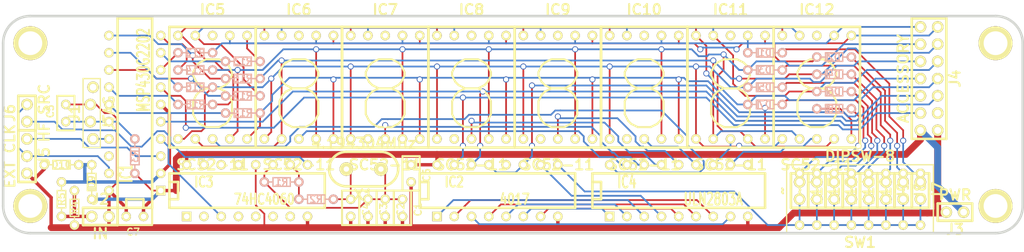
<source format=kicad_pcb>
(kicad_pcb (version 3) (host pcbnew "(2013-07-07 BZR 4022)-stable")

  (general
    (links 192)
    (no_connects 4)
    (area 92.586934 96.4816 257.413066 136.1684)
    (thickness 1.6)
    (drawings 8)
    (tracks 712)
    (zones 0)
    (modules 62)
    (nets 58)
  )

  (page A3)
  (layers
    (15 F.Cu signal)
    (0 B.Cu signal)
    (16 B.Adhes user)
    (17 F.Adhes user)
    (18 B.Paste user)
    (19 F.Paste user)
    (20 B.SilkS user)
    (21 F.SilkS user)
    (22 B.Mask user)
    (23 F.Mask user)
    (24 Dwgs.User user)
    (25 Cmts.User user)
    (26 Eco1.User user)
    (27 Eco2.User user)
    (28 Edge.Cuts user)
  )

  (setup
    (last_trace_width 0.254)
    (user_trace_width 0.254)
    (user_trace_width 0.5)
    (user_trace_width 1)
    (user_trace_width 2)
    (trace_clearance 0.254)
    (zone_clearance 0.508)
    (zone_45_only no)
    (trace_min 0.254)
    (segment_width 0.381)
    (edge_width 0.381)
    (via_size 0.889)
    (via_drill 0.635)
    (via_min_size 0.889)
    (via_min_drill 0.508)
    (uvia_size 0.508)
    (uvia_drill 0.127)
    (uvias_allowed no)
    (uvia_min_size 0.508)
    (uvia_min_drill 0.127)
    (pcb_text_width 0.3048)
    (pcb_text_size 1.524 2.032)
    (mod_edge_width 0.2)
    (mod_text_size 1.524 1.524)
    (mod_text_width 0.3048)
    (pad_size 1.4 1.4)
    (pad_drill 0.8)
    (pad_to_mask_clearance 0.254)
    (aux_axis_origin 100 100)
    (visible_elements 7FFFFFFF)
    (pcbplotparams
      (layerselection 3178497)
      (usegerberextensions true)
      (excludeedgelayer true)
      (linewidth 0.150000)
      (plotframeref false)
      (viasonmask false)
      (mode 1)
      (useauxorigin false)
      (hpglpennumber 1)
      (hpglpenspeed 20)
      (hpglpendiameter 15)
      (hpglpenoverlay 2)
      (psnegative false)
      (psa4output false)
      (plotreference true)
      (plotvalue true)
      (plotothertext true)
      (plotinvisibletext false)
      (padsonsilk false)
      (subtractmaskfromsilk false)
      (outputformat 1)
      (mirror false)
      (drillshape 1)
      (scaleselection 1)
      (outputdirectory ""))
  )

  (net 0 "")
  (net 1 GND)
  (net 2 N-000001)
  (net 3 N-0000010)
  (net 4 N-0000011)
  (net 5 N-0000012)
  (net 6 N-0000013)
  (net 7 N-0000014)
  (net 8 N-0000015)
  (net 9 N-0000016)
  (net 10 N-0000017)
  (net 11 N-0000018)
  (net 12 N-0000019)
  (net 13 N-0000020)
  (net 14 N-0000021)
  (net 15 N-0000022)
  (net 16 N-0000023)
  (net 17 N-0000024)
  (net 18 N-0000025)
  (net 19 N-0000026)
  (net 20 N-0000027)
  (net 21 N-0000028)
  (net 22 N-0000029)
  (net 23 N-000003)
  (net 24 N-0000030)
  (net 25 N-0000031)
  (net 26 N-0000032)
  (net 27 N-0000033)
  (net 28 N-0000034)
  (net 29 N-0000035)
  (net 30 N-0000036)
  (net 31 N-0000037)
  (net 32 N-0000038)
  (net 33 N-0000039)
  (net 34 N-000004)
  (net 35 N-0000040)
  (net 36 N-0000041)
  (net 37 N-0000042)
  (net 38 N-0000043)
  (net 39 N-0000044)
  (net 40 N-0000045)
  (net 41 N-0000046)
  (net 42 N-0000047)
  (net 43 N-0000048)
  (net 44 N-0000049)
  (net 45 N-000005)
  (net 46 N-0000058)
  (net 47 N-0000059)
  (net 48 N-000006)
  (net 49 N-0000060)
  (net 50 N-0000061)
  (net 51 N-000007)
  (net 52 N-0000071)
  (net 53 N-0000073)
  (net 54 N-0000078)
  (net 55 N-000008)
  (net 56 N-000009)
  (net 57 VCC)

  (net_class Default "This is the default net class."
    (clearance 0.254)
    (trace_width 0.254)
    (via_dia 0.889)
    (via_drill 0.635)
    (uvia_dia 0.508)
    (uvia_drill 0.127)
    (add_net "")
    (add_net GND)
    (add_net N-000001)
    (add_net N-0000010)
    (add_net N-0000011)
    (add_net N-0000012)
    (add_net N-0000013)
    (add_net N-0000014)
    (add_net N-0000015)
    (add_net N-0000016)
    (add_net N-0000017)
    (add_net N-0000018)
    (add_net N-0000019)
    (add_net N-0000020)
    (add_net N-0000021)
    (add_net N-0000022)
    (add_net N-0000023)
    (add_net N-0000024)
    (add_net N-0000025)
    (add_net N-0000026)
    (add_net N-0000027)
    (add_net N-0000028)
    (add_net N-0000029)
    (add_net N-000003)
    (add_net N-0000030)
    (add_net N-0000031)
    (add_net N-0000032)
    (add_net N-0000033)
    (add_net N-0000034)
    (add_net N-0000035)
    (add_net N-0000036)
    (add_net N-0000037)
    (add_net N-0000038)
    (add_net N-0000039)
    (add_net N-000004)
    (add_net N-0000040)
    (add_net N-0000041)
    (add_net N-0000042)
    (add_net N-0000043)
    (add_net N-0000044)
    (add_net N-0000045)
    (add_net N-0000046)
    (add_net N-0000047)
    (add_net N-0000048)
    (add_net N-0000049)
    (add_net N-000005)
    (add_net N-0000058)
    (add_net N-0000059)
    (add_net N-000006)
    (add_net N-0000060)
    (add_net N-0000061)
    (add_net N-000007)
    (add_net N-0000071)
    (add_net N-0000073)
    (add_net N-0000078)
    (add_net N-000008)
    (add_net N-000009)
    (add_net VCC)
  )

  (module MNT_HOLE_3.5S (layer F.Cu) (tedit 52D076A0) (tstamp 52D08584)
    (at 104 104)
    (fp_text reference MNT_HOLE_3.5S (at 0 -6.35) (layer F.SilkS) hide
      (effects (font (size 1.524 1.524) (thickness 0.3048)))
    )
    (fp_text value Val** (at 0 0) (layer F.SilkS) hide
      (effects (font (size 1.524 1.524) (thickness 0.3048)))
    )
    (pad "" thru_hole circle (at 0 0) (size 5 5) (drill 3.5)
      (layers *.Cu *.Mask F.SilkS)
    )
  )

  (module MNT_HOLE_3.5S (layer F.Cu) (tedit 52D077E1) (tstamp 52D0858D)
    (at 104 128)
    (fp_text reference MNT_HOLE_3.5S (at 0 7) (layer F.SilkS) hide
      (effects (font (size 1.524 1.524) (thickness 0.3048)))
    )
    (fp_text value Val** (at 0 0) (layer F.SilkS) hide
      (effects (font (size 1.524 1.524) (thickness 0.3048)))
    )
    (pad "" thru_hole circle (at 0 0) (size 5 5) (drill 3.5)
      (layers *.Cu *.Mask F.SilkS)
    )
  )

  (module MNT_HOLE_3.5S (layer F.Cu) (tedit 52D076A0) (tstamp 52D08596)
    (at 246 104)
    (fp_text reference MNT_HOLE_3.5S (at 0 -6.35) (layer F.SilkS) hide
      (effects (font (size 1.524 1.524) (thickness 0.3048)))
    )
    (fp_text value Val** (at 0 0) (layer F.SilkS) hide
      (effects (font (size 1.524 1.524) (thickness 0.3048)))
    )
    (pad "" thru_hole circle (at 0 0) (size 5 5) (drill 3.5)
      (layers *.Cu *.Mask F.SilkS)
    )
  )

  (module MNT_HOLE_3.5S (layer F.Cu) (tedit 52D2548F) (tstamp 52D0859F)
    (at 246 128)
    (fp_text reference MNT_HOLE_3.5S (at 0 7) (layer F.SilkS) hide
      (effects (font (size 1.524 1.524) (thickness 0.3048)))
    )
    (fp_text value Val** (at 0 0) (layer F.SilkS) hide
      (effects (font (size 1.524 1.524) (thickness 0.3048)))
    )
    (pad "" thru_hole circle (at 0 0) (size 5 5) (drill 3.5)
      (layers *.Cu *.Mask F.SilkS)
    )
  )

  (module XTAL_MHz (layer F.Cu) (tedit 51299D53) (tstamp 52D0873E)
    (at 153.035 122.555 180)
    (path /5127F5DE)
    (fp_text reference X1 (at 0 -3.81 180) (layer F.SilkS)
      (effects (font (size 1.524 1.524) (thickness 0.3048)))
    )
    (fp_text value 4.194304MHz (at 0 3.81 180) (layer F.SilkS)
      (effects (font (size 1.524 1.524) (thickness 0.3048)))
    )
    (fp_arc (start -2.54 0) (end -2.54 2.54) (angle 90) (layer F.SilkS) (width 0.381))
    (fp_arc (start -2.54 0) (end -5.08 0) (angle 90) (layer F.SilkS) (width 0.381))
    (fp_arc (start 2.54 0) (end 5.08 0) (angle 90) (layer F.SilkS) (width 0.381))
    (fp_arc (start 2.54 0) (end 2.54 -2.54) (angle 90) (layer F.SilkS) (width 0.381))
    (fp_line (start 2.54 2.54) (end -2.54 2.54) (layer F.SilkS) (width 0.381))
    (fp_line (start 2.54 -2.54) (end -2.54 -2.54) (layer F.SilkS) (width 0.381))
    (pad 2 thru_hole circle (at 2.54 0 180) (size 1.99898 1.99898) (drill 0.8001)
      (layers *.Cu *.Mask F.SilkS)
      (net 2 N-000001)
    )
    (pad 1 thru_hole circle (at -2.54 0 180) (size 1.99898 1.99898) (drill 0.8001)
      (layers *.Cu *.Mask F.SilkS)
      (net 44 N-0000049)
    )
  )

  (module Kingbright_SC52-11_S (layer F.Cu) (tedit 52D079DA) (tstamp 52D08880)
    (at 143.51 110.49)
    (path /5121685D)
    (fp_text reference IC6 (at 0 -11.43) (layer F.SilkS)
      (effects (font (size 1.524 1.524) (thickness 0.3048)))
    )
    (fp_text value SC52-11 (at 0 11.43) (layer F.SilkS)
      (effects (font (size 1.524 1.524) (thickness 0.3048)))
    )
    (fp_text user 8 (at 0 1.27) (layer F.SilkS)
      (effects (font (size 9.99998 9.99998) (thickness 0.3048)))
    )
    (fp_line (start -6.35 -8.89) (end 6.35 -8.89) (layer F.SilkS) (width 0.381))
    (fp_line (start 6.35 -8.89) (end 6.35 8.89) (layer F.SilkS) (width 0.381))
    (fp_line (start 6.35 8.89) (end -6.35 8.89) (layer F.SilkS) (width 0.381))
    (fp_line (start -6.35 8.89) (end -6.35 -8.89) (layer F.SilkS) (width 0.381))
    (pad 1 thru_hole circle (at -5.08 7.62) (size 1.4 1.4) (drill 0.8)
      (layers *.Cu *.Mask F.SilkS)
      (net 15 N-0000022)
    )
    (pad 2 thru_hole circle (at -2.54 7.62) (size 1.4 1.4) (drill 0.8)
      (layers *.Cu *.Mask F.SilkS)
      (net 14 N-0000021)
    )
    (pad 3 thru_hole circle (at 0 7.62) (size 1.4 1.4) (drill 0.8)
      (layers *.Cu *.Mask F.SilkS)
      (net 51 N-000007)
    )
    (pad 4 thru_hole circle (at 2.54 7.62) (size 1.4 1.4) (drill 0.8)
      (layers *.Cu *.Mask F.SilkS)
      (net 13 N-0000020)
    )
    (pad 5 thru_hole circle (at 5.08 7.62) (size 1.4 1.4) (drill 0.8)
      (layers *.Cu *.Mask F.SilkS)
      (net 53 N-0000073)
    )
    (pad 6 thru_hole circle (at 5.08 -7.62) (size 1.4 1.4) (drill 0.8)
      (layers *.Cu *.Mask F.SilkS)
      (net 12 N-0000019)
    )
    (pad 7 thru_hole circle (at 2.54 -7.62) (size 1.4 1.4) (drill 0.8)
      (layers *.Cu *.Mask F.SilkS)
      (net 11 N-0000018)
    )
    (pad 8 thru_hole circle (at 0 -7.62) (size 1.4 1.4) (drill 0.8)
      (layers *.Cu *.Mask F.SilkS)
    )
    (pad 9 thru_hole circle (at -2.54 -7.62) (size 1.4 1.4) (drill 0.8)
      (layers *.Cu *.Mask F.SilkS)
      (net 16 N-0000023)
    )
    (pad 10 thru_hole circle (at -5.08 -7.62) (size 1.4 1.4) (drill 0.8)
      (layers *.Cu *.Mask F.SilkS)
      (net 17 N-0000024)
    )
  )

  (module Kingbright_SC52-11_S (layer F.Cu) (tedit 52D079DA) (tstamp 52D08893)
    (at 130.81 110.49)
    (path /51216852)
    (fp_text reference IC5 (at 0 -11.43) (layer F.SilkS)
      (effects (font (size 1.524 1.524) (thickness 0.3048)))
    )
    (fp_text value SC52-11 (at 0 11.43) (layer F.SilkS)
      (effects (font (size 1.524 1.524) (thickness 0.3048)))
    )
    (fp_text user 8 (at 0 1.27) (layer F.SilkS)
      (effects (font (size 9.99998 9.99998) (thickness 0.3048)))
    )
    (fp_line (start -6.35 -8.89) (end 6.35 -8.89) (layer F.SilkS) (width 0.381))
    (fp_line (start 6.35 -8.89) (end 6.35 8.89) (layer F.SilkS) (width 0.381))
    (fp_line (start 6.35 8.89) (end -6.35 8.89) (layer F.SilkS) (width 0.381))
    (fp_line (start -6.35 8.89) (end -6.35 -8.89) (layer F.SilkS) (width 0.381))
    (pad 1 thru_hole circle (at -5.08 7.62) (size 1.4 1.4) (drill 0.8)
      (layers *.Cu *.Mask F.SilkS)
      (net 15 N-0000022)
    )
    (pad 2 thru_hole circle (at -2.54 7.62) (size 1.4 1.4) (drill 0.8)
      (layers *.Cu *.Mask F.SilkS)
      (net 14 N-0000021)
    )
    (pad 3 thru_hole circle (at 0 7.62) (size 1.4 1.4) (drill 0.8)
      (layers *.Cu *.Mask F.SilkS)
      (net 48 N-000006)
    )
    (pad 4 thru_hole circle (at 2.54 7.62) (size 1.4 1.4) (drill 0.8)
      (layers *.Cu *.Mask F.SilkS)
      (net 13 N-0000020)
    )
    (pad 5 thru_hole circle (at 5.08 7.62) (size 1.4 1.4) (drill 0.8)
      (layers *.Cu *.Mask F.SilkS)
      (net 53 N-0000073)
    )
    (pad 6 thru_hole circle (at 5.08 -7.62) (size 1.4 1.4) (drill 0.8)
      (layers *.Cu *.Mask F.SilkS)
      (net 12 N-0000019)
    )
    (pad 7 thru_hole circle (at 2.54 -7.62) (size 1.4 1.4) (drill 0.8)
      (layers *.Cu *.Mask F.SilkS)
      (net 11 N-0000018)
    )
    (pad 8 thru_hole circle (at 0 -7.62) (size 1.4 1.4) (drill 0.8)
      (layers *.Cu *.Mask F.SilkS)
    )
    (pad 9 thru_hole circle (at -2.54 -7.62) (size 1.4 1.4) (drill 0.8)
      (layers *.Cu *.Mask F.SilkS)
      (net 16 N-0000023)
    )
    (pad 10 thru_hole circle (at -5.08 -7.62) (size 1.4 1.4) (drill 0.8)
      (layers *.Cu *.Mask F.SilkS)
      (net 17 N-0000024)
    )
  )

  (module Kingbright_SC52-11_S (layer F.Cu) (tedit 52D079DA) (tstamp 52D088A6)
    (at 156.21 110.49)
    (path /51216861)
    (fp_text reference IC7 (at 0 -11.43) (layer F.SilkS)
      (effects (font (size 1.524 1.524) (thickness 0.3048)))
    )
    (fp_text value SC52-11 (at 0 11.43) (layer F.SilkS)
      (effects (font (size 1.524 1.524) (thickness 0.3048)))
    )
    (fp_text user 8 (at 0 1.27) (layer F.SilkS)
      (effects (font (size 9.99998 9.99998) (thickness 0.3048)))
    )
    (fp_line (start -6.35 -8.89) (end 6.35 -8.89) (layer F.SilkS) (width 0.381))
    (fp_line (start 6.35 -8.89) (end 6.35 8.89) (layer F.SilkS) (width 0.381))
    (fp_line (start 6.35 8.89) (end -6.35 8.89) (layer F.SilkS) (width 0.381))
    (fp_line (start -6.35 8.89) (end -6.35 -8.89) (layer F.SilkS) (width 0.381))
    (pad 1 thru_hole circle (at -5.08 7.62) (size 1.4 1.4) (drill 0.8)
      (layers *.Cu *.Mask F.SilkS)
      (net 15 N-0000022)
    )
    (pad 2 thru_hole circle (at -2.54 7.62) (size 1.4 1.4) (drill 0.8)
      (layers *.Cu *.Mask F.SilkS)
      (net 14 N-0000021)
    )
    (pad 3 thru_hole circle (at 0 7.62) (size 1.4 1.4) (drill 0.8)
      (layers *.Cu *.Mask F.SilkS)
      (net 55 N-000008)
    )
    (pad 4 thru_hole circle (at 2.54 7.62) (size 1.4 1.4) (drill 0.8)
      (layers *.Cu *.Mask F.SilkS)
      (net 13 N-0000020)
    )
    (pad 5 thru_hole circle (at 5.08 7.62) (size 1.4 1.4) (drill 0.8)
      (layers *.Cu *.Mask F.SilkS)
      (net 53 N-0000073)
    )
    (pad 6 thru_hole circle (at 5.08 -7.62) (size 1.4 1.4) (drill 0.8)
      (layers *.Cu *.Mask F.SilkS)
      (net 12 N-0000019)
    )
    (pad 7 thru_hole circle (at 2.54 -7.62) (size 1.4 1.4) (drill 0.8)
      (layers *.Cu *.Mask F.SilkS)
      (net 11 N-0000018)
    )
    (pad 8 thru_hole circle (at 0 -7.62) (size 1.4 1.4) (drill 0.8)
      (layers *.Cu *.Mask F.SilkS)
    )
    (pad 9 thru_hole circle (at -2.54 -7.62) (size 1.4 1.4) (drill 0.8)
      (layers *.Cu *.Mask F.SilkS)
      (net 16 N-0000023)
    )
    (pad 10 thru_hole circle (at -5.08 -7.62) (size 1.4 1.4) (drill 0.8)
      (layers *.Cu *.Mask F.SilkS)
      (net 17 N-0000024)
    )
  )

  (module Kingbright_SC52-11_S (layer F.Cu) (tedit 52D079DA) (tstamp 52D088B9)
    (at 219.71 110.49)
    (path /5121687B)
    (fp_text reference IC12 (at 0 -11.43) (layer F.SilkS)
      (effects (font (size 1.524 1.524) (thickness 0.3048)))
    )
    (fp_text value SC52-11 (at 0 11.43) (layer F.SilkS)
      (effects (font (size 1.524 1.524) (thickness 0.3048)))
    )
    (fp_text user 8 (at 0 1.27) (layer F.SilkS)
      (effects (font (size 9.99998 9.99998) (thickness 0.3048)))
    )
    (fp_line (start -6.35 -8.89) (end 6.35 -8.89) (layer F.SilkS) (width 0.381))
    (fp_line (start 6.35 -8.89) (end 6.35 8.89) (layer F.SilkS) (width 0.381))
    (fp_line (start 6.35 8.89) (end -6.35 8.89) (layer F.SilkS) (width 0.381))
    (fp_line (start -6.35 8.89) (end -6.35 -8.89) (layer F.SilkS) (width 0.381))
    (pad 1 thru_hole circle (at -5.08 7.62) (size 1.4 1.4) (drill 0.8)
      (layers *.Cu *.Mask F.SilkS)
      (net 15 N-0000022)
    )
    (pad 2 thru_hole circle (at -2.54 7.62) (size 1.4 1.4) (drill 0.8)
      (layers *.Cu *.Mask F.SilkS)
      (net 14 N-0000021)
    )
    (pad 3 thru_hole circle (at 0 7.62) (size 1.4 1.4) (drill 0.8)
      (layers *.Cu *.Mask F.SilkS)
      (net 5 N-0000012)
    )
    (pad 4 thru_hole circle (at 2.54 7.62) (size 1.4 1.4) (drill 0.8)
      (layers *.Cu *.Mask F.SilkS)
      (net 13 N-0000020)
    )
    (pad 5 thru_hole circle (at 5.08 7.62) (size 1.4 1.4) (drill 0.8)
      (layers *.Cu *.Mask F.SilkS)
      (net 53 N-0000073)
    )
    (pad 6 thru_hole circle (at 5.08 -7.62) (size 1.4 1.4) (drill 0.8)
      (layers *.Cu *.Mask F.SilkS)
      (net 12 N-0000019)
    )
    (pad 7 thru_hole circle (at 2.54 -7.62) (size 1.4 1.4) (drill 0.8)
      (layers *.Cu *.Mask F.SilkS)
      (net 11 N-0000018)
    )
    (pad 8 thru_hole circle (at 0 -7.62) (size 1.4 1.4) (drill 0.8)
      (layers *.Cu *.Mask F.SilkS)
    )
    (pad 9 thru_hole circle (at -2.54 -7.62) (size 1.4 1.4) (drill 0.8)
      (layers *.Cu *.Mask F.SilkS)
      (net 16 N-0000023)
    )
    (pad 10 thru_hole circle (at -5.08 -7.62) (size 1.4 1.4) (drill 0.8)
      (layers *.Cu *.Mask F.SilkS)
      (net 17 N-0000024)
    )
  )

  (module Kingbright_SC52-11_S (layer F.Cu) (tedit 52D079DA) (tstamp 52D088CC)
    (at 207.01 110.49)
    (path /51216877)
    (fp_text reference IC11 (at 0 -11.43) (layer F.SilkS)
      (effects (font (size 1.524 1.524) (thickness 0.3048)))
    )
    (fp_text value SC52-11 (at 0 11.43) (layer F.SilkS)
      (effects (font (size 1.524 1.524) (thickness 0.3048)))
    )
    (fp_text user 8 (at 0 1.27) (layer F.SilkS)
      (effects (font (size 9.99998 9.99998) (thickness 0.3048)))
    )
    (fp_line (start -6.35 -8.89) (end 6.35 -8.89) (layer F.SilkS) (width 0.381))
    (fp_line (start 6.35 -8.89) (end 6.35 8.89) (layer F.SilkS) (width 0.381))
    (fp_line (start 6.35 8.89) (end -6.35 8.89) (layer F.SilkS) (width 0.381))
    (fp_line (start -6.35 8.89) (end -6.35 -8.89) (layer F.SilkS) (width 0.381))
    (pad 1 thru_hole circle (at -5.08 7.62) (size 1.4 1.4) (drill 0.8)
      (layers *.Cu *.Mask F.SilkS)
      (net 15 N-0000022)
    )
    (pad 2 thru_hole circle (at -2.54 7.62) (size 1.4 1.4) (drill 0.8)
      (layers *.Cu *.Mask F.SilkS)
      (net 14 N-0000021)
    )
    (pad 3 thru_hole circle (at 0 7.62) (size 1.4 1.4) (drill 0.8)
      (layers *.Cu *.Mask F.SilkS)
      (net 4 N-0000011)
    )
    (pad 4 thru_hole circle (at 2.54 7.62) (size 1.4 1.4) (drill 0.8)
      (layers *.Cu *.Mask F.SilkS)
      (net 13 N-0000020)
    )
    (pad 5 thru_hole circle (at 5.08 7.62) (size 1.4 1.4) (drill 0.8)
      (layers *.Cu *.Mask F.SilkS)
      (net 53 N-0000073)
    )
    (pad 6 thru_hole circle (at 5.08 -7.62) (size 1.4 1.4) (drill 0.8)
      (layers *.Cu *.Mask F.SilkS)
      (net 12 N-0000019)
    )
    (pad 7 thru_hole circle (at 2.54 -7.62) (size 1.4 1.4) (drill 0.8)
      (layers *.Cu *.Mask F.SilkS)
      (net 11 N-0000018)
    )
    (pad 8 thru_hole circle (at 0 -7.62) (size 1.4 1.4) (drill 0.8)
      (layers *.Cu *.Mask F.SilkS)
    )
    (pad 9 thru_hole circle (at -2.54 -7.62) (size 1.4 1.4) (drill 0.8)
      (layers *.Cu *.Mask F.SilkS)
      (net 16 N-0000023)
    )
    (pad 10 thru_hole circle (at -5.08 -7.62) (size 1.4 1.4) (drill 0.8)
      (layers *.Cu *.Mask F.SilkS)
      (net 17 N-0000024)
    )
  )

  (module Kingbright_SC52-11_S (layer F.Cu) (tedit 52D079DA) (tstamp 52D088DF)
    (at 194.31 110.49)
    (path /51216873)
    (fp_text reference IC10 (at 0 -11.43) (layer F.SilkS)
      (effects (font (size 1.524 1.524) (thickness 0.3048)))
    )
    (fp_text value SC52-11 (at 0 11.43) (layer F.SilkS)
      (effects (font (size 1.524 1.524) (thickness 0.3048)))
    )
    (fp_text user 8 (at 0 1.27) (layer F.SilkS)
      (effects (font (size 9.99998 9.99998) (thickness 0.3048)))
    )
    (fp_line (start -6.35 -8.89) (end 6.35 -8.89) (layer F.SilkS) (width 0.381))
    (fp_line (start 6.35 -8.89) (end 6.35 8.89) (layer F.SilkS) (width 0.381))
    (fp_line (start 6.35 8.89) (end -6.35 8.89) (layer F.SilkS) (width 0.381))
    (fp_line (start -6.35 8.89) (end -6.35 -8.89) (layer F.SilkS) (width 0.381))
    (pad 1 thru_hole circle (at -5.08 7.62) (size 1.4 1.4) (drill 0.8)
      (layers *.Cu *.Mask F.SilkS)
      (net 15 N-0000022)
    )
    (pad 2 thru_hole circle (at -2.54 7.62) (size 1.4 1.4) (drill 0.8)
      (layers *.Cu *.Mask F.SilkS)
      (net 14 N-0000021)
    )
    (pad 3 thru_hole circle (at 0 7.62) (size 1.4 1.4) (drill 0.8)
      (layers *.Cu *.Mask F.SilkS)
      (net 3 N-0000010)
    )
    (pad 4 thru_hole circle (at 2.54 7.62) (size 1.4 1.4) (drill 0.8)
      (layers *.Cu *.Mask F.SilkS)
      (net 13 N-0000020)
    )
    (pad 5 thru_hole circle (at 5.08 7.62) (size 1.4 1.4) (drill 0.8)
      (layers *.Cu *.Mask F.SilkS)
      (net 53 N-0000073)
    )
    (pad 6 thru_hole circle (at 5.08 -7.62) (size 1.4 1.4) (drill 0.8)
      (layers *.Cu *.Mask F.SilkS)
      (net 12 N-0000019)
    )
    (pad 7 thru_hole circle (at 2.54 -7.62) (size 1.4 1.4) (drill 0.8)
      (layers *.Cu *.Mask F.SilkS)
      (net 11 N-0000018)
    )
    (pad 8 thru_hole circle (at 0 -7.62) (size 1.4 1.4) (drill 0.8)
      (layers *.Cu *.Mask F.SilkS)
    )
    (pad 9 thru_hole circle (at -2.54 -7.62) (size 1.4 1.4) (drill 0.8)
      (layers *.Cu *.Mask F.SilkS)
      (net 16 N-0000023)
    )
    (pad 10 thru_hole circle (at -5.08 -7.62) (size 1.4 1.4) (drill 0.8)
      (layers *.Cu *.Mask F.SilkS)
      (net 17 N-0000024)
    )
  )

  (module Kingbright_SC52-11_S (layer F.Cu) (tedit 52D079DA) (tstamp 52D088F2)
    (at 181.61 110.49)
    (path /51216869)
    (fp_text reference IC9 (at 0 -11.43) (layer F.SilkS)
      (effects (font (size 1.524 1.524) (thickness 0.3048)))
    )
    (fp_text value SC52-11 (at 0 11.43) (layer F.SilkS)
      (effects (font (size 1.524 1.524) (thickness 0.3048)))
    )
    (fp_text user 8 (at 0 1.27) (layer F.SilkS)
      (effects (font (size 9.99998 9.99998) (thickness 0.3048)))
    )
    (fp_line (start -6.35 -8.89) (end 6.35 -8.89) (layer F.SilkS) (width 0.381))
    (fp_line (start 6.35 -8.89) (end 6.35 8.89) (layer F.SilkS) (width 0.381))
    (fp_line (start 6.35 8.89) (end -6.35 8.89) (layer F.SilkS) (width 0.381))
    (fp_line (start -6.35 8.89) (end -6.35 -8.89) (layer F.SilkS) (width 0.381))
    (pad 1 thru_hole circle (at -5.08 7.62) (size 1.4 1.4) (drill 0.8)
      (layers *.Cu *.Mask F.SilkS)
      (net 15 N-0000022)
    )
    (pad 2 thru_hole circle (at -2.54 7.62) (size 1.4 1.4) (drill 0.8)
      (layers *.Cu *.Mask F.SilkS)
      (net 14 N-0000021)
    )
    (pad 3 thru_hole circle (at 0 7.62) (size 1.4 1.4) (drill 0.8)
      (layers *.Cu *.Mask F.SilkS)
      (net 56 N-000009)
    )
    (pad 4 thru_hole circle (at 2.54 7.62) (size 1.4 1.4) (drill 0.8)
      (layers *.Cu *.Mask F.SilkS)
      (net 13 N-0000020)
    )
    (pad 5 thru_hole circle (at 5.08 7.62) (size 1.4 1.4) (drill 0.8)
      (layers *.Cu *.Mask F.SilkS)
      (net 53 N-0000073)
    )
    (pad 6 thru_hole circle (at 5.08 -7.62) (size 1.4 1.4) (drill 0.8)
      (layers *.Cu *.Mask F.SilkS)
      (net 12 N-0000019)
    )
    (pad 7 thru_hole circle (at 2.54 -7.62) (size 1.4 1.4) (drill 0.8)
      (layers *.Cu *.Mask F.SilkS)
      (net 11 N-0000018)
    )
    (pad 8 thru_hole circle (at 0 -7.62) (size 1.4 1.4) (drill 0.8)
      (layers *.Cu *.Mask F.SilkS)
    )
    (pad 9 thru_hole circle (at -2.54 -7.62) (size 1.4 1.4) (drill 0.8)
      (layers *.Cu *.Mask F.SilkS)
      (net 16 N-0000023)
    )
    (pad 10 thru_hole circle (at -5.08 -7.62) (size 1.4 1.4) (drill 0.8)
      (layers *.Cu *.Mask F.SilkS)
      (net 17 N-0000024)
    )
  )

  (module Kingbright_SC52-11_S (layer F.Cu) (tedit 52D079DA) (tstamp 52D08905)
    (at 168.91 110.49)
    (path /51216865)
    (fp_text reference IC8 (at 0 -11.43) (layer F.SilkS)
      (effects (font (size 1.524 1.524) (thickness 0.3048)))
    )
    (fp_text value SC52-11 (at 0 11.43) (layer F.SilkS)
      (effects (font (size 1.524 1.524) (thickness 0.3048)))
    )
    (fp_text user 8 (at 0 1.27) (layer F.SilkS)
      (effects (font (size 9.99998 9.99998) (thickness 0.3048)))
    )
    (fp_line (start -6.35 -8.89) (end 6.35 -8.89) (layer F.SilkS) (width 0.381))
    (fp_line (start 6.35 -8.89) (end 6.35 8.89) (layer F.SilkS) (width 0.381))
    (fp_line (start 6.35 8.89) (end -6.35 8.89) (layer F.SilkS) (width 0.381))
    (fp_line (start -6.35 8.89) (end -6.35 -8.89) (layer F.SilkS) (width 0.381))
    (pad 1 thru_hole circle (at -5.08 7.62) (size 1.4 1.4) (drill 0.8)
      (layers *.Cu *.Mask F.SilkS)
      (net 15 N-0000022)
    )
    (pad 2 thru_hole circle (at -2.54 7.62) (size 1.4 1.4) (drill 0.8)
      (layers *.Cu *.Mask F.SilkS)
      (net 14 N-0000021)
    )
    (pad 3 thru_hole circle (at 0 7.62) (size 1.4 1.4) (drill 0.8)
      (layers *.Cu *.Mask F.SilkS)
      (net 45 N-000005)
    )
    (pad 4 thru_hole circle (at 2.54 7.62) (size 1.4 1.4) (drill 0.8)
      (layers *.Cu *.Mask F.SilkS)
      (net 13 N-0000020)
    )
    (pad 5 thru_hole circle (at 5.08 7.62) (size 1.4 1.4) (drill 0.8)
      (layers *.Cu *.Mask F.SilkS)
      (net 53 N-0000073)
    )
    (pad 6 thru_hole circle (at 5.08 -7.62) (size 1.4 1.4) (drill 0.8)
      (layers *.Cu *.Mask F.SilkS)
      (net 12 N-0000019)
    )
    (pad 7 thru_hole circle (at 2.54 -7.62) (size 1.4 1.4) (drill 0.8)
      (layers *.Cu *.Mask F.SilkS)
      (net 11 N-0000018)
    )
    (pad 8 thru_hole circle (at 0 -7.62) (size 1.4 1.4) (drill 0.8)
      (layers *.Cu *.Mask F.SilkS)
    )
    (pad 9 thru_hole circle (at -2.54 -7.62) (size 1.4 1.4) (drill 0.8)
      (layers *.Cu *.Mask F.SilkS)
      (net 16 N-0000023)
    )
    (pad 10 thru_hole circle (at -5.08 -7.62) (size 1.4 1.4) (drill 0.8)
      (layers *.Cu *.Mask F.SilkS)
      (net 17 N-0000024)
    )
  )

  (module DIPSW-8 (layer F.Cu) (tedit 52D074EE) (tstamp 52D0891D)
    (at 226.06 127 180)
    (path /52CF32A4)
    (fp_text reference SW1 (at 0 -6.35 180) (layer F.SilkS)
      (effects (font (size 1.524 1.524) (thickness 0.3048)))
    )
    (fp_text value DIPSW-8 (at 0 6.35 180) (layer F.SilkS)
      (effects (font (size 1.524 1.524) (thickness 0.3048)))
    )
    (fp_line (start 10.795 5.08) (end -10.795 5.08) (layer F.SilkS) (width 0.2))
    (fp_line (start -10.795 5.08) (end -10.795 -5.08) (layer F.SilkS) (width 0.2))
    (fp_line (start -10.795 -5.08) (end 10.795 -5.08) (layer F.SilkS) (width 0.2))
    (fp_line (start 10.795 -5.08) (end 10.795 5.08) (layer F.SilkS) (width 0.2))
    (pad 1 thru_hole circle (at -8.89 3.81 180) (size 1.4 1.4) (drill 0.8001)
      (layers *.Cu *.Mask F.SilkS)
      (net 27 N-0000033)
    )
    (pad 2 thru_hole circle (at -6.35 3.81 180) (size 1.4 1.4) (drill 0.8001)
      (layers *.Cu *.Mask F.SilkS)
      (net 19 N-0000026)
    )
    (pad 3 thru_hole circle (at -3.81 3.81 180) (size 1.4 1.4) (drill 0.8001)
      (layers *.Cu *.Mask F.SilkS)
      (net 20 N-0000027)
    )
    (pad 4 thru_hole circle (at -1.27 3.81 180) (size 1.4 1.4) (drill 0.8001)
      (layers *.Cu *.Mask F.SilkS)
      (net 21 N-0000028)
    )
    (pad 5 thru_hole circle (at 1.27 3.81 180) (size 1.4 1.4) (drill 0.8001)
      (layers *.Cu *.Mask F.SilkS)
      (net 26 N-0000032)
    )
    (pad 6 thru_hole circle (at 3.81 3.81 180) (size 1.4 1.4) (drill 0.8001)
      (layers *.Cu *.Mask F.SilkS)
      (net 22 N-0000029)
    )
    (pad 7 thru_hole circle (at 6.35 3.81 180) (size 1.4 1.4) (drill 0.8001)
      (layers *.Cu *.Mask F.SilkS)
      (net 25 N-0000031)
    )
    (pad 8 thru_hole circle (at 8.89 3.81 180) (size 1.4 1.4) (drill 0.8001)
      (layers *.Cu *.Mask F.SilkS)
      (net 24 N-0000030)
    )
    (pad 9 thru_hole circle (at 8.89 -3.81 180) (size 1.4 1.4) (drill 0.8001)
      (layers *.Cu *.Mask F.SilkS)
      (net 18 N-0000025)
    )
    (pad 10 thru_hole circle (at 6.35 -3.81 180) (size 1.4 1.4) (drill 0.8001)
      (layers *.Cu *.Mask F.SilkS)
      (net 18 N-0000025)
    )
    (pad 11 thru_hole circle (at 3.81 -3.81 180) (size 1.4 1.4) (drill 0.8001)
      (layers *.Cu *.Mask F.SilkS)
      (net 18 N-0000025)
    )
    (pad 12 thru_hole circle (at 1.27 -3.81 180) (size 1.4 1.4) (drill 0.8001)
      (layers *.Cu *.Mask F.SilkS)
      (net 18 N-0000025)
    )
    (pad 13 thru_hole circle (at -1.27 -3.81 180) (size 1.4 1.4) (drill 0.8001)
      (layers *.Cu *.Mask F.SilkS)
      (net 18 N-0000025)
    )
    (pad 14 thru_hole circle (at -3.81 -3.81 180) (size 1.4 1.4) (drill 0.8001)
      (layers *.Cu *.Mask F.SilkS)
      (net 18 N-0000025)
    )
    (pad 15 thru_hole circle (at -6.35 -3.81 180) (size 1.4 1.4) (drill 0.8001)
      (layers *.Cu *.Mask F.SilkS)
      (net 18 N-0000025)
    )
    (pad 16 thru_hole circle (at -8.89 -3.81 180) (size 1.4 1.4) (drill 0.8001)
      (layers *.Cu *.Mask F.SilkS)
      (net 18 N-0000025)
    )
  )

  (module HDR-7x2 (layer F.Cu) (tedit 52D0D293) (tstamp 52D0E2FC)
    (at 236.22 109.22 270)
    (path /52D0CF6F)
    (fp_text reference J4 (at 0 -3.81 270) (layer F.SilkS)
      (effects (font (size 1.524 1.524) (thickness 0.3048)))
    )
    (fp_text value ACCESSORY (at 0 3.81 270) (layer F.SilkS)
      (effects (font (size 1.524 1.524) (thickness 0.3048)))
    )
    (fp_line (start -8.89 -2.54) (end -8.89 2.54) (layer F.SilkS) (width 0.381))
    (fp_line (start -8.89 2.54) (end 8.89 2.54) (layer F.SilkS) (width 0.381))
    (fp_line (start 8.89 2.54) (end 8.89 -2.54) (layer F.SilkS) (width 0.381))
    (fp_line (start 8.89 -2.54) (end -8.89 -2.54) (layer F.SilkS) (width 0.381))
    (pad 1 thru_hole circle (at -7.62 1.27 270) (size 1.69926 1.69926) (drill 1.00076)
      (layers *.Cu *.Mask F.SilkS)
      (net 11 N-0000018)
    )
    (pad 2 thru_hole circle (at -7.62 -1.27 270) (size 1.69926 1.69926) (drill 1.00076)
      (layers *.Cu *.Mask F.SilkS)
      (net 12 N-0000019)
    )
    (pad 3 thru_hole circle (at -5.08 1.27 270) (size 1.69926 1.69926) (drill 1.00076)
      (layers *.Cu *.Mask F.SilkS)
      (net 13 N-0000020)
    )
    (pad 4 thru_hole circle (at -5.08 -1.27 270) (size 1.69926 1.69926) (drill 1.00076)
      (layers *.Cu *.Mask F.SilkS)
      (net 14 N-0000021)
    )
    (pad 5 thru_hole circle (at -2.54 1.27 270) (size 1.69926 1.69926) (drill 1.00076)
      (layers *.Cu *.Mask F.SilkS)
      (net 15 N-0000022)
    )
    (pad 6 thru_hole circle (at -2.54 -1.27 270) (size 1.69926 1.69926) (drill 1.00076)
      (layers *.Cu *.Mask F.SilkS)
      (net 16 N-0000023)
    )
    (pad 7 thru_hole circle (at 0 1.27 270) (size 1.69926 1.69926) (drill 1.00076)
      (layers *.Cu *.Mask F.SilkS)
      (net 17 N-0000024)
    )
    (pad 8 thru_hole circle (at 0 -1.27 270) (size 1.69926 1.69926) (drill 1.00076)
      (layers *.Cu *.Mask F.SilkS)
      (net 53 N-0000073)
    )
    (pad 9 thru_hole circle (at 2.54 1.27 270) (size 1.69926 1.69926) (drill 1.00076)
      (layers *.Cu *.Mask F.SilkS)
      (net 42 N-0000047)
    )
    (pad 10 thru_hole circle (at 2.54 -1.27 270) (size 1.69926 1.69926) (drill 1.00076)
      (layers *.Cu *.Mask F.SilkS)
      (net 31 N-0000037)
    )
    (pad 11 thru_hole circle (at 5.08 1.27 270) (size 1.69926 1.69926) (drill 1.00076)
      (layers *.Cu *.Mask F.SilkS)
      (net 29 N-0000035)
    )
    (pad 12 thru_hole circle (at 5.08 -1.27 270) (size 1.69926 1.69926) (drill 1.00076)
      (layers *.Cu *.Mask F.SilkS)
    )
    (pad 13 thru_hole circle (at 7.62 1.27 270) (size 1.69926 1.69926) (drill 1.00076)
      (layers *.Cu *.Mask F.SilkS)
      (net 57 VCC)
    )
    (pad 14 thru_hole circle (at 7.62 -1.27 270) (size 1.69926 1.69926) (drill 1.00076)
      (layers *.Cu *.Mask F.SilkS)
      (net 1 GND)
    )
  )

  (module HDR-3 (layer F.Cu) (tedit 51CBC22E) (tstamp 52D0874A)
    (at 103.505 120.65 270)
    (path /513AB82E)
    (fp_text reference J5 (at 0 -2.54 270) (layer F.SilkS)
      (effects (font (size 1.524 1.524) (thickness 0.3048)))
    )
    (fp_text value "EXT CLK" (at 0 2.54 270) (layer F.SilkS)
      (effects (font (size 1.524 1.524) (thickness 0.3048)))
    )
    (fp_line (start -3.81 1.27) (end 3.81 1.27) (layer F.SilkS) (width 0.39878))
    (fp_line (start -3.81 -1.27) (end 3.81 -1.27) (layer F.SilkS) (width 0.39878))
    (fp_line (start 3.81 -1.27) (end 3.81 1.27) (layer F.SilkS) (width 0.39878))
    (fp_line (start -3.81 -1.27) (end -3.81 1.27) (layer F.SilkS) (width 0.381))
    (pad 1 thru_hole circle (at -2.54 0 270) (size 1.69926 1.69926) (drill 1.00076)
      (layers *.Cu *.Mask F.SilkS)
      (net 32 N-0000038)
    )
    (pad 2 thru_hole circle (at 0 0 270) (size 1.69926 1.69926) (drill 1.00076)
      (layers *.Cu *.Mask F.SilkS)
      (net 35 N-0000040)
    )
    (pad 3 thru_hole circle (at 2.54 0 270) (size 1.69926 1.69926) (drill 1.00076)
      (layers *.Cu *.Mask F.SilkS)
      (net 1 GND)
    )
  )

  (module HDR-TI-SBW (layer F.Cu) (tedit 520E97F9) (tstamp 52D08756)
    (at 113.03 114.3 90)
    (path /512D1E12)
    (fp_text reference J1 (at 0 -2.54 90) (layer F.SilkS)
      (effects (font (size 1.524 1.524) (thickness 0.3048)))
    )
    (fp_text value JTAG (at 0 2.54 90) (layer F.SilkS)
      (effects (font (size 1.524 1.524) (thickness 0.3048)))
    )
    (fp_line (start -5.08 1.27) (end 5.08 1.27) (layer F.SilkS) (width 0.2))
    (fp_line (start -5.08 -1.27) (end 5.08 -1.27) (layer F.SilkS) (width 0.2))
    (fp_line (start 5.08 -1.27) (end 5.08 1.27) (layer F.SilkS) (width 0.2))
    (fp_line (start -5.08 -1.27) (end -5.08 1.27) (layer F.SilkS) (width 0.2))
    (pad 1 thru_hole circle (at -3.81 0.2 90) (size 1.69926 1.69926) (drill 1.00076)
      (layers *.Cu *.Mask F.SilkS)
      (net 23 N-000003)
    )
    (pad 2 thru_hole circle (at -1.27 -0.2 90) (size 1.69926 1.69926) (drill 1.00076)
      (layers *.Cu *.Mask F.SilkS)
      (net 9 N-0000016)
    )
    (pad 3 thru_hole circle (at 1.27 -0.2 90) (size 1.69926 1.69926) (drill 1.00076)
      (layers *.Cu *.Mask F.SilkS)
      (net 1 GND)
    )
    (pad 4 thru_hole circle (at 3.81 0.2 90) (size 1.69926 1.69926) (drill 1.00076)
      (layers *.Cu *.Mask F.SilkS)
    )
  )

  (module HDR-2 (layer F.Cu) (tedit 51CBC256) (tstamp 52D08760)
    (at 234.95 125.73 270)
    (path /528FD292)
    (fp_text reference J7 (at 0 -2.54 270) (layer F.SilkS)
      (effects (font (size 1.524 1.524) (thickness 0.3048)))
    )
    (fp_text value ~ (at 0 2.54 270) (layer F.SilkS)
      (effects (font (size 1.524 1.524) (thickness 0.3048)))
    )
    (fp_line (start -2.54 1.27) (end 2.54 1.27) (layer F.SilkS) (width 0.39878))
    (fp_line (start -2.54 -1.27) (end 2.54 -1.27) (layer F.SilkS) (width 0.39878))
    (fp_line (start 2.54 -1.27) (end 2.54 1.27) (layer F.SilkS) (width 0.39878))
    (fp_line (start -2.54 -1.27) (end -2.54 1.27) (layer F.SilkS) (width 0.381))
    (pad 1 thru_hole circle (at -1.27 0 270) (size 1.69926 1.69926) (drill 1.00076)
      (layers *.Cu *.Mask F.SilkS)
      (net 27 N-0000033)
    )
    (pad 2 thru_hole circle (at 1.27 0 270) (size 1.69926 1.69926) (drill 1.00076)
      (layers *.Cu *.Mask F.SilkS)
      (net 18 N-0000025)
    )
  )

  (module HDR-2 (layer F.Cu) (tedit 51CBC256) (tstamp 52D0876A)
    (at 240.03 128.905 180)
    (path /512E951A)
    (fp_text reference J3 (at 0 -2.54 180) (layer F.SilkS)
      (effects (font (size 1.524 1.524) (thickness 0.3048)))
    )
    (fp_text value PWR (at 0 2.54 180) (layer F.SilkS)
      (effects (font (size 1.524 1.524) (thickness 0.3048)))
    )
    (fp_line (start -2.54 1.27) (end 2.54 1.27) (layer F.SilkS) (width 0.39878))
    (fp_line (start -2.54 -1.27) (end 2.54 -1.27) (layer F.SilkS) (width 0.39878))
    (fp_line (start 2.54 -1.27) (end 2.54 1.27) (layer F.SilkS) (width 0.39878))
    (fp_line (start -2.54 -1.27) (end -2.54 1.27) (layer F.SilkS) (width 0.381))
    (pad 1 thru_hole circle (at -1.27 0 180) (size 1.69926 1.69926) (drill 1.00076)
      (layers *.Cu *.Mask F.SilkS)
      (net 57 VCC)
    )
    (pad 2 thru_hole circle (at 1.27 0 180) (size 1.69926 1.69926) (drill 1.00076)
      (layers *.Cu *.Mask F.SilkS)
      (net 1 GND)
    )
  )

  (module HDR-2 (layer F.Cu) (tedit 51CBC256) (tstamp 52D08774)
    (at 114.3 129.54)
    (path /512D1ED3)
    (fp_text reference J2 (at 0 -2.54) (layer F.SilkS)
      (effects (font (size 1.524 1.524) (thickness 0.3048)))
    )
    (fp_text value IN (at 0 2.54) (layer F.SilkS)
      (effects (font (size 1.524 1.524) (thickness 0.3048)))
    )
    (fp_line (start -2.54 1.27) (end 2.54 1.27) (layer F.SilkS) (width 0.39878))
    (fp_line (start -2.54 -1.27) (end 2.54 -1.27) (layer F.SilkS) (width 0.39878))
    (fp_line (start 2.54 -1.27) (end 2.54 1.27) (layer F.SilkS) (width 0.39878))
    (fp_line (start -2.54 -1.27) (end -2.54 1.27) (layer F.SilkS) (width 0.381))
    (pad 1 thru_hole circle (at -1.27 0) (size 1.69926 1.69926) (drill 1.00076)
      (layers *.Cu *.Mask F.SilkS)
      (net 54 N-0000078)
    )
    (pad 2 thru_hole circle (at 1.27 0) (size 1.69926 1.69926) (drill 1.00076)
      (layers *.Cu *.Mask F.SilkS)
      (net 1 GND)
    )
  )

  (module HDR-2 (layer F.Cu) (tedit 51CBC256) (tstamp 52D0877E)
    (at 232.41 125.73 270)
    (path /528FD2A1)
    (fp_text reference J8 (at 0 -2.54 270) (layer F.SilkS)
      (effects (font (size 1.524 1.524) (thickness 0.3048)))
    )
    (fp_text value ~ (at 0 2.54 270) (layer F.SilkS)
      (effects (font (size 1.524 1.524) (thickness 0.3048)))
    )
    (fp_line (start -2.54 1.27) (end 2.54 1.27) (layer F.SilkS) (width 0.39878))
    (fp_line (start -2.54 -1.27) (end 2.54 -1.27) (layer F.SilkS) (width 0.39878))
    (fp_line (start 2.54 -1.27) (end 2.54 1.27) (layer F.SilkS) (width 0.39878))
    (fp_line (start -2.54 -1.27) (end -2.54 1.27) (layer F.SilkS) (width 0.381))
    (pad 1 thru_hole circle (at -1.27 0 270) (size 1.69926 1.69926) (drill 1.00076)
      (layers *.Cu *.Mask F.SilkS)
      (net 19 N-0000026)
    )
    (pad 2 thru_hole circle (at 1.27 0 270) (size 1.69926 1.69926) (drill 1.00076)
      (layers *.Cu *.Mask F.SilkS)
      (net 18 N-0000025)
    )
  )

  (module HDR-2 (layer F.Cu) (tedit 51CBC256) (tstamp 52D08788)
    (at 229.87 125.73 270)
    (path /528FD2B0)
    (fp_text reference J9 (at 0 -2.54 270) (layer F.SilkS)
      (effects (font (size 1.524 1.524) (thickness 0.3048)))
    )
    (fp_text value ~ (at 0 2.54 270) (layer F.SilkS)
      (effects (font (size 1.524 1.524) (thickness 0.3048)))
    )
    (fp_line (start -2.54 1.27) (end 2.54 1.27) (layer F.SilkS) (width 0.39878))
    (fp_line (start -2.54 -1.27) (end 2.54 -1.27) (layer F.SilkS) (width 0.39878))
    (fp_line (start 2.54 -1.27) (end 2.54 1.27) (layer F.SilkS) (width 0.39878))
    (fp_line (start -2.54 -1.27) (end -2.54 1.27) (layer F.SilkS) (width 0.381))
    (pad 1 thru_hole circle (at -1.27 0 270) (size 1.69926 1.69926) (drill 1.00076)
      (layers *.Cu *.Mask F.SilkS)
      (net 20 N-0000027)
    )
    (pad 2 thru_hole circle (at 1.27 0 270) (size 1.69926 1.69926) (drill 1.00076)
      (layers *.Cu *.Mask F.SilkS)
      (net 18 N-0000025)
    )
  )

  (module HDR-2 (layer F.Cu) (tedit 51CBC256) (tstamp 52D08792)
    (at 103.505 114.3 90)
    (path /529D6481)
    (fp_text reference J6 (at 0 -2.54 90) (layer F.SilkS)
      (effects (font (size 1.524 1.524) (thickness 0.3048)))
    )
    (fp_text value "HF SRC" (at 0 2.54 90) (layer F.SilkS)
      (effects (font (size 1.524 1.524) (thickness 0.3048)))
    )
    (fp_line (start -2.54 1.27) (end 2.54 1.27) (layer F.SilkS) (width 0.39878))
    (fp_line (start -2.54 -1.27) (end 2.54 -1.27) (layer F.SilkS) (width 0.39878))
    (fp_line (start 2.54 -1.27) (end 2.54 1.27) (layer F.SilkS) (width 0.39878))
    (fp_line (start -2.54 -1.27) (end -2.54 1.27) (layer F.SilkS) (width 0.381))
    (pad 1 thru_hole circle (at -1.27 0 90) (size 1.69926 1.69926) (drill 1.00076)
      (layers *.Cu *.Mask F.SilkS)
      (net 33 N-0000039)
    )
    (pad 2 thru_hole circle (at 1.27 0 90) (size 1.69926 1.69926) (drill 1.00076)
      (layers *.Cu *.Mask F.SilkS)
      (net 35 N-0000040)
    )
  )

  (module HDR-2 (layer F.Cu) (tedit 51CBC256) (tstamp 52D0879C)
    (at 217.17 125.73 270)
    (path /528FD2FB)
    (fp_text reference J14 (at 0 -2.54 270) (layer F.SilkS)
      (effects (font (size 1.524 1.524) (thickness 0.3048)))
    )
    (fp_text value ~ (at 0 2.54 270) (layer F.SilkS)
      (effects (font (size 1.524 1.524) (thickness 0.3048)))
    )
    (fp_line (start -2.54 1.27) (end 2.54 1.27) (layer F.SilkS) (width 0.39878))
    (fp_line (start -2.54 -1.27) (end 2.54 -1.27) (layer F.SilkS) (width 0.39878))
    (fp_line (start 2.54 -1.27) (end 2.54 1.27) (layer F.SilkS) (width 0.39878))
    (fp_line (start -2.54 -1.27) (end -2.54 1.27) (layer F.SilkS) (width 0.381))
    (pad 1 thru_hole circle (at -1.27 0 270) (size 1.69926 1.69926) (drill 1.00076)
      (layers *.Cu *.Mask F.SilkS)
      (net 24 N-0000030)
    )
    (pad 2 thru_hole circle (at 1.27 0 270) (size 1.69926 1.69926) (drill 1.00076)
      (layers *.Cu *.Mask F.SilkS)
      (net 18 N-0000025)
    )
  )

  (module HDR-2 (layer F.Cu) (tedit 51CBC256) (tstamp 52D087A6)
    (at 219.71 125.73 270)
    (path /528FD2EC)
    (fp_text reference J13 (at 0 -2.54 270) (layer F.SilkS)
      (effects (font (size 1.524 1.524) (thickness 0.3048)))
    )
    (fp_text value ~ (at 0 2.54 270) (layer F.SilkS)
      (effects (font (size 1.524 1.524) (thickness 0.3048)))
    )
    (fp_line (start -2.54 1.27) (end 2.54 1.27) (layer F.SilkS) (width 0.39878))
    (fp_line (start -2.54 -1.27) (end 2.54 -1.27) (layer F.SilkS) (width 0.39878))
    (fp_line (start 2.54 -1.27) (end 2.54 1.27) (layer F.SilkS) (width 0.39878))
    (fp_line (start -2.54 -1.27) (end -2.54 1.27) (layer F.SilkS) (width 0.381))
    (pad 1 thru_hole circle (at -1.27 0 270) (size 1.69926 1.69926) (drill 1.00076)
      (layers *.Cu *.Mask F.SilkS)
      (net 25 N-0000031)
    )
    (pad 2 thru_hole circle (at 1.27 0 270) (size 1.69926 1.69926) (drill 1.00076)
      (layers *.Cu *.Mask F.SilkS)
      (net 18 N-0000025)
    )
  )

  (module HDR-2 (layer F.Cu) (tedit 51CBC256) (tstamp 52D087B0)
    (at 222.25 125.73 270)
    (path /528FD2DD)
    (fp_text reference J12 (at 0 -2.54 270) (layer F.SilkS)
      (effects (font (size 1.524 1.524) (thickness 0.3048)))
    )
    (fp_text value ~ (at 0 2.54 270) (layer F.SilkS)
      (effects (font (size 1.524 1.524) (thickness 0.3048)))
    )
    (fp_line (start -2.54 1.27) (end 2.54 1.27) (layer F.SilkS) (width 0.39878))
    (fp_line (start -2.54 -1.27) (end 2.54 -1.27) (layer F.SilkS) (width 0.39878))
    (fp_line (start 2.54 -1.27) (end 2.54 1.27) (layer F.SilkS) (width 0.39878))
    (fp_line (start -2.54 -1.27) (end -2.54 1.27) (layer F.SilkS) (width 0.381))
    (pad 1 thru_hole circle (at -1.27 0 270) (size 1.69926 1.69926) (drill 1.00076)
      (layers *.Cu *.Mask F.SilkS)
      (net 22 N-0000029)
    )
    (pad 2 thru_hole circle (at 1.27 0 270) (size 1.69926 1.69926) (drill 1.00076)
      (layers *.Cu *.Mask F.SilkS)
      (net 18 N-0000025)
    )
  )

  (module HDR-2 (layer F.Cu) (tedit 51CBC256) (tstamp 52D087BA)
    (at 227.33 125.73 270)
    (path /528FD2BF)
    (fp_text reference J10 (at 0 -2.54 270) (layer F.SilkS)
      (effects (font (size 1.524 1.524) (thickness 0.3048)))
    )
    (fp_text value ~ (at 0 2.54 270) (layer F.SilkS)
      (effects (font (size 1.524 1.524) (thickness 0.3048)))
    )
    (fp_line (start -2.54 1.27) (end 2.54 1.27) (layer F.SilkS) (width 0.39878))
    (fp_line (start -2.54 -1.27) (end 2.54 -1.27) (layer F.SilkS) (width 0.39878))
    (fp_line (start 2.54 -1.27) (end 2.54 1.27) (layer F.SilkS) (width 0.39878))
    (fp_line (start -2.54 -1.27) (end -2.54 1.27) (layer F.SilkS) (width 0.381))
    (pad 1 thru_hole circle (at -1.27 0 270) (size 1.69926 1.69926) (drill 1.00076)
      (layers *.Cu *.Mask F.SilkS)
      (net 21 N-0000028)
    )
    (pad 2 thru_hole circle (at 1.27 0 270) (size 1.69926 1.69926) (drill 1.00076)
      (layers *.Cu *.Mask F.SilkS)
      (net 18 N-0000025)
    )
  )

  (module HDR-2 (layer F.Cu) (tedit 51CBC256) (tstamp 52D087C4)
    (at 224.79 125.73 270)
    (path /528FD2CE)
    (fp_text reference J11 (at 0 -2.54 270) (layer F.SilkS)
      (effects (font (size 1.524 1.524) (thickness 0.3048)))
    )
    (fp_text value ~ (at 0 2.54 270) (layer F.SilkS)
      (effects (font (size 1.524 1.524) (thickness 0.3048)))
    )
    (fp_line (start -2.54 1.27) (end 2.54 1.27) (layer F.SilkS) (width 0.39878))
    (fp_line (start -2.54 -1.27) (end 2.54 -1.27) (layer F.SilkS) (width 0.39878))
    (fp_line (start 2.54 -1.27) (end 2.54 1.27) (layer F.SilkS) (width 0.39878))
    (fp_line (start -2.54 -1.27) (end -2.54 1.27) (layer F.SilkS) (width 0.381))
    (pad 1 thru_hole circle (at -1.27 0 270) (size 1.69926 1.69926) (drill 1.00076)
      (layers *.Cu *.Mask F.SilkS)
      (net 26 N-0000032)
    )
    (pad 2 thru_hole circle (at 1.27 0 270) (size 1.69926 1.69926) (drill 1.00076)
      (layers *.Cu *.Mask F.SilkS)
      (net 18 N-0000025)
    )
  )

  (module R2 (layer B.Cu) (tedit 52D0D789) (tstamp 52D087D1)
    (at 135.255 106.68)
    (path /51216C2F)
    (fp_text reference R13 (at 0 0) (layer B.SilkS)
      (effects (font (size 1 1) (thickness 0.2)) (justify mirror))
    )
    (fp_text value 100 (at 0 -1.905) (layer B.SilkS) hide
      (effects (font (size 1 1) (thickness 0.2)) (justify mirror))
    )
    (fp_line (start 1.27 0) (end 2.54 0) (layer B.SilkS) (width 0.2))
    (fp_line (start -2.54 0) (end -1.27 0) (layer B.SilkS) (width 0.2))
    (fp_line (start 1.27 0.635) (end 1.27 -0.635) (layer B.SilkS) (width 0.2))
    (fp_line (start 1.27 -0.635) (end -1.27 -0.635) (layer B.SilkS) (width 0.2))
    (fp_line (start -1.27 -0.635) (end -1.27 0.635) (layer B.SilkS) (width 0.2))
    (fp_line (start -1.27 0.635) (end 1.27 0.635) (layer B.SilkS) (width 0.2))
    (pad 1 thru_hole circle (at -2.54 0) (size 1.4 1.4) (drill 0.8)
      (layers *.Cu *.Mask B.SilkS)
      (net 47 N-0000059)
    )
    (pad 2 thru_hole circle (at 2.54 0) (size 1.4 1.4) (drill 0.8)
      (layers *.Cu *.Mask B.SilkS)
      (net 12 N-0000019)
    )
  )

  (module R2 (layer B.Cu) (tedit 52D0D789) (tstamp 52D087DE)
    (at 128.27 107.95)
    (path /51216C34)
    (fp_text reference R14 (at 0 0) (layer B.SilkS)
      (effects (font (size 1 1) (thickness 0.2)) (justify mirror))
    )
    (fp_text value 100 (at 0 -1.905) (layer B.SilkS) hide
      (effects (font (size 1 1) (thickness 0.2)) (justify mirror))
    )
    (fp_line (start 1.27 0) (end 2.54 0) (layer B.SilkS) (width 0.2))
    (fp_line (start -2.54 0) (end -1.27 0) (layer B.SilkS) (width 0.2))
    (fp_line (start 1.27 0.635) (end 1.27 -0.635) (layer B.SilkS) (width 0.2))
    (fp_line (start 1.27 -0.635) (end -1.27 -0.635) (layer B.SilkS) (width 0.2))
    (fp_line (start -1.27 -0.635) (end -1.27 0.635) (layer B.SilkS) (width 0.2))
    (fp_line (start -1.27 0.635) (end 1.27 0.635) (layer B.SilkS) (width 0.2))
    (pad 1 thru_hole circle (at -2.54 0) (size 1.4 1.4) (drill 0.8)
      (layers *.Cu *.Mask B.SilkS)
      (net 7 N-0000014)
    )
    (pad 2 thru_hole circle (at 2.54 0) (size 1.4 1.4) (drill 0.8)
      (layers *.Cu *.Mask B.SilkS)
      (net 13 N-0000020)
    )
  )

  (module R2 (layer B.Cu) (tedit 52D0D789) (tstamp 52D087EB)
    (at 119.38 120.65 90)
    (path /51268722)
    (fp_text reference R3 (at 0 0 90) (layer B.SilkS)
      (effects (font (size 1 1) (thickness 0.2)) (justify mirror))
    )
    (fp_text value 47K (at 0 -1.905 90) (layer B.SilkS) hide
      (effects (font (size 1 1) (thickness 0.2)) (justify mirror))
    )
    (fp_line (start 1.27 0) (end 2.54 0) (layer B.SilkS) (width 0.2))
    (fp_line (start -2.54 0) (end -1.27 0) (layer B.SilkS) (width 0.2))
    (fp_line (start 1.27 0.635) (end 1.27 -0.635) (layer B.SilkS) (width 0.2))
    (fp_line (start 1.27 -0.635) (end -1.27 -0.635) (layer B.SilkS) (width 0.2))
    (fp_line (start -1.27 -0.635) (end -1.27 0.635) (layer B.SilkS) (width 0.2))
    (fp_line (start -1.27 0.635) (end 1.27 0.635) (layer B.SilkS) (width 0.2))
    (pad 1 thru_hole circle (at -2.54 0 90) (size 1.4 1.4) (drill 0.8)
      (layers *.Cu *.Mask B.SilkS)
      (net 57 VCC)
    )
    (pad 2 thru_hole circle (at 2.54 0 90) (size 1.4 1.4) (drill 0.8)
      (layers *.Cu *.Mask B.SilkS)
      (net 9 N-0000016)
    )
  )

  (module R2 (layer B.Cu) (tedit 52D0D789) (tstamp 52D087F8)
    (at 128.27 105.41)
    (path /51216C2B)
    (fp_text reference R12 (at 0 0) (layer B.SilkS)
      (effects (font (size 1 1) (thickness 0.2)) (justify mirror))
    )
    (fp_text value 100 (at 0 -1.905) (layer B.SilkS) hide
      (effects (font (size 1 1) (thickness 0.2)) (justify mirror))
    )
    (fp_line (start 1.27 0) (end 2.54 0) (layer B.SilkS) (width 0.2))
    (fp_line (start -2.54 0) (end -1.27 0) (layer B.SilkS) (width 0.2))
    (fp_line (start 1.27 0.635) (end 1.27 -0.635) (layer B.SilkS) (width 0.2))
    (fp_line (start 1.27 -0.635) (end -1.27 -0.635) (layer B.SilkS) (width 0.2))
    (fp_line (start -1.27 -0.635) (end -1.27 0.635) (layer B.SilkS) (width 0.2))
    (fp_line (start -1.27 0.635) (end 1.27 0.635) (layer B.SilkS) (width 0.2))
    (pad 1 thru_hole circle (at -2.54 0) (size 1.4 1.4) (drill 0.8)
      (layers *.Cu *.Mask B.SilkS)
      (net 34 N-000004)
    )
    (pad 2 thru_hole circle (at 2.54 0) (size 1.4 1.4) (drill 0.8)
      (layers *.Cu *.Mask B.SilkS)
      (net 11 N-0000018)
    )
  )

  (module R2 (layer B.Cu) (tedit 52D0D789) (tstamp 52D08805)
    (at 135.255 114.3)
    (path /5142C2C2)
    (fp_text reference R19 (at 0 0) (layer B.SilkS)
      (effects (font (size 1 1) (thickness 0.2)) (justify mirror))
    )
    (fp_text value 100 (at 0 -1.905) (layer B.SilkS) hide
      (effects (font (size 1 1) (thickness 0.2)) (justify mirror))
    )
    (fp_line (start 1.27 0) (end 2.54 0) (layer B.SilkS) (width 0.2))
    (fp_line (start -2.54 0) (end -1.27 0) (layer B.SilkS) (width 0.2))
    (fp_line (start 1.27 0.635) (end 1.27 -0.635) (layer B.SilkS) (width 0.2))
    (fp_line (start 1.27 -0.635) (end -1.27 -0.635) (layer B.SilkS) (width 0.2))
    (fp_line (start -1.27 -0.635) (end -1.27 0.635) (layer B.SilkS) (width 0.2))
    (fp_line (start -1.27 0.635) (end 1.27 0.635) (layer B.SilkS) (width 0.2))
    (pad 1 thru_hole circle (at -2.54 0) (size 1.4 1.4) (drill 0.8)
      (layers *.Cu *.Mask B.SilkS)
      (net 30 N-0000036)
    )
    (pad 2 thru_hole circle (at 2.54 0) (size 1.4 1.4) (drill 0.8)
      (layers *.Cu *.Mask B.SilkS)
      (net 53 N-0000073)
    )
  )

  (module R2 (layer B.Cu) (tedit 52D0D789) (tstamp 52D08812)
    (at 135.255 109.22)
    (path /51216C37)
    (fp_text reference R15 (at 0 0) (layer B.SilkS)
      (effects (font (size 1 1) (thickness 0.2)) (justify mirror))
    )
    (fp_text value 100 (at 0 -1.905) (layer B.SilkS) hide
      (effects (font (size 1 1) (thickness 0.2)) (justify mirror))
    )
    (fp_line (start 1.27 0) (end 2.54 0) (layer B.SilkS) (width 0.2))
    (fp_line (start -2.54 0) (end -1.27 0) (layer B.SilkS) (width 0.2))
    (fp_line (start 1.27 0.635) (end 1.27 -0.635) (layer B.SilkS) (width 0.2))
    (fp_line (start 1.27 -0.635) (end -1.27 -0.635) (layer B.SilkS) (width 0.2))
    (fp_line (start -1.27 -0.635) (end -1.27 0.635) (layer B.SilkS) (width 0.2))
    (fp_line (start -1.27 0.635) (end 1.27 0.635) (layer B.SilkS) (width 0.2))
    (pad 1 thru_hole circle (at -2.54 0) (size 1.4 1.4) (drill 0.8)
      (layers *.Cu *.Mask B.SilkS)
      (net 49 N-0000060)
    )
    (pad 2 thru_hole circle (at 2.54 0) (size 1.4 1.4) (drill 0.8)
      (layers *.Cu *.Mask B.SilkS)
      (net 14 N-0000021)
    )
  )

  (module R2 (layer B.Cu) (tedit 52D0D789) (tstamp 52D0881F)
    (at 128.27 110.49)
    (path /51216C3B)
    (fp_text reference R16 (at 0 0) (layer B.SilkS)
      (effects (font (size 1 1) (thickness 0.2)) (justify mirror))
    )
    (fp_text value 100 (at 0 -1.905) (layer B.SilkS) hide
      (effects (font (size 1 1) (thickness 0.2)) (justify mirror))
    )
    (fp_line (start 1.27 0) (end 2.54 0) (layer B.SilkS) (width 0.2))
    (fp_line (start -2.54 0) (end -1.27 0) (layer B.SilkS) (width 0.2))
    (fp_line (start 1.27 0.635) (end 1.27 -0.635) (layer B.SilkS) (width 0.2))
    (fp_line (start 1.27 -0.635) (end -1.27 -0.635) (layer B.SilkS) (width 0.2))
    (fp_line (start -1.27 -0.635) (end -1.27 0.635) (layer B.SilkS) (width 0.2))
    (fp_line (start -1.27 0.635) (end 1.27 0.635) (layer B.SilkS) (width 0.2))
    (pad 1 thru_hole circle (at -2.54 0) (size 1.4 1.4) (drill 0.8)
      (layers *.Cu *.Mask B.SilkS)
      (net 8 N-0000015)
    )
    (pad 2 thru_hole circle (at 2.54 0) (size 1.4 1.4) (drill 0.8)
      (layers *.Cu *.Mask B.SilkS)
      (net 15 N-0000022)
    )
  )

  (module R2 (layer B.Cu) (tedit 52D0D789) (tstamp 52D0882C)
    (at 135.255 111.76)
    (path /51216C40)
    (fp_text reference R17 (at 0 0) (layer B.SilkS)
      (effects (font (size 1 1) (thickness 0.2)) (justify mirror))
    )
    (fp_text value 100 (at 0 -1.905) (layer B.SilkS) hide
      (effects (font (size 1 1) (thickness 0.2)) (justify mirror))
    )
    (fp_line (start 1.27 0) (end 2.54 0) (layer B.SilkS) (width 0.2))
    (fp_line (start -2.54 0) (end -1.27 0) (layer B.SilkS) (width 0.2))
    (fp_line (start 1.27 0.635) (end 1.27 -0.635) (layer B.SilkS) (width 0.2))
    (fp_line (start 1.27 -0.635) (end -1.27 -0.635) (layer B.SilkS) (width 0.2))
    (fp_line (start -1.27 -0.635) (end -1.27 0.635) (layer B.SilkS) (width 0.2))
    (fp_line (start -1.27 0.635) (end 1.27 0.635) (layer B.SilkS) (width 0.2))
    (pad 1 thru_hole circle (at -2.54 0) (size 1.4 1.4) (drill 0.8)
      (layers *.Cu *.Mask B.SilkS)
      (net 50 N-0000061)
    )
    (pad 2 thru_hole circle (at 2.54 0) (size 1.4 1.4) (drill 0.8)
      (layers *.Cu *.Mask B.SilkS)
      (net 16 N-0000023)
    )
  )

  (module R2 (layer B.Cu) (tedit 52D0D789) (tstamp 52D08839)
    (at 128.27 113.03)
    (path /51216C45)
    (fp_text reference R18 (at 0 0) (layer B.SilkS)
      (effects (font (size 1 1) (thickness 0.2)) (justify mirror))
    )
    (fp_text value 100 (at 0 -1.905) (layer B.SilkS) hide
      (effects (font (size 1 1) (thickness 0.2)) (justify mirror))
    )
    (fp_line (start 1.27 0) (end 2.54 0) (layer B.SilkS) (width 0.2))
    (fp_line (start -2.54 0) (end -1.27 0) (layer B.SilkS) (width 0.2))
    (fp_line (start 1.27 0.635) (end 1.27 -0.635) (layer B.SilkS) (width 0.2))
    (fp_line (start 1.27 -0.635) (end -1.27 -0.635) (layer B.SilkS) (width 0.2))
    (fp_line (start -1.27 -0.635) (end -1.27 0.635) (layer B.SilkS) (width 0.2))
    (fp_line (start -1.27 0.635) (end 1.27 0.635) (layer B.SilkS) (width 0.2))
    (pad 1 thru_hole circle (at -2.54 0) (size 1.4 1.4) (drill 0.8)
      (layers *.Cu *.Mask B.SilkS)
      (net 28 N-0000034)
    )
    (pad 2 thru_hole circle (at 2.54 0) (size 1.4 1.4) (drill 0.8)
      (layers *.Cu *.Mask B.SilkS)
      (net 17 N-0000024)
    )
  )

  (module R2 (layer B.Cu) (tedit 52D0D789) (tstamp 52D08846)
    (at 146.05 127)
    (path /5127F544)
    (fp_text reference R2 (at 0 0) (layer B.SilkS)
      (effects (font (size 1 1) (thickness 0.2)) (justify mirror))
    )
    (fp_text value 2K2 (at 0 -1.905) (layer B.SilkS) hide
      (effects (font (size 1 1) (thickness 0.2)) (justify mirror))
    )
    (fp_line (start 1.27 0) (end 2.54 0) (layer B.SilkS) (width 0.2))
    (fp_line (start -2.54 0) (end -1.27 0) (layer B.SilkS) (width 0.2))
    (fp_line (start 1.27 0.635) (end 1.27 -0.635) (layer B.SilkS) (width 0.2))
    (fp_line (start 1.27 -0.635) (end -1.27 -0.635) (layer B.SilkS) (width 0.2))
    (fp_line (start -1.27 -0.635) (end -1.27 0.635) (layer B.SilkS) (width 0.2))
    (fp_line (start -1.27 0.635) (end 1.27 0.635) (layer B.SilkS) (width 0.2))
    (pad 1 thru_hole circle (at -2.54 0) (size 1.4 1.4) (drill 0.8)
      (layers *.Cu *.Mask B.SilkS)
      (net 52 N-0000071)
    )
    (pad 2 thru_hole circle (at 2.54 0) (size 1.4 1.4) (drill 0.8)
      (layers *.Cu *.Mask B.SilkS)
      (net 2 N-000001)
    )
  )

  (module R2 (layer B.Cu) (tedit 52D0D789) (tstamp 52D08853)
    (at 140.97 124.46)
    (path /5127F55D)
    (fp_text reference R1 (at 0 0) (layer B.SilkS)
      (effects (font (size 1 1) (thickness 0.2)) (justify mirror))
    )
    (fp_text value 4M7 (at 0 -1.905) (layer B.SilkS) hide
      (effects (font (size 1 1) (thickness 0.2)) (justify mirror))
    )
    (fp_line (start 1.27 0) (end 2.54 0) (layer B.SilkS) (width 0.2))
    (fp_line (start -2.54 0) (end -1.27 0) (layer B.SilkS) (width 0.2))
    (fp_line (start 1.27 0.635) (end 1.27 -0.635) (layer B.SilkS) (width 0.2))
    (fp_line (start 1.27 -0.635) (end -1.27 -0.635) (layer B.SilkS) (width 0.2))
    (fp_line (start -1.27 -0.635) (end -1.27 0.635) (layer B.SilkS) (width 0.2))
    (fp_line (start -1.27 0.635) (end 1.27 0.635) (layer B.SilkS) (width 0.2))
    (pad 1 thru_hole circle (at -2.54 0) (size 1.4 1.4) (drill 0.8)
      (layers *.Cu *.Mask B.SilkS)
      (net 44 N-0000049)
    )
    (pad 2 thru_hole circle (at 2.54 0) (size 1.4 1.4) (drill 0.8)
      (layers *.Cu *.Mask B.SilkS)
      (net 52 N-0000071)
    )
  )

  (module R2 (layer F.Cu) (tedit 52D0D789) (tstamp 52D08860)
    (at 110.49 128.27 270)
    (path /529D9765)
    (fp_text reference R4 (at 0 0 270) (layer F.SilkS)
      (effects (font (size 1 1) (thickness 0.2)))
    )
    (fp_text value 1M (at 0 1.905 270) (layer F.SilkS) hide
      (effects (font (size 1 1) (thickness 0.2)))
    )
    (fp_line (start 1.27 0) (end 2.54 0) (layer F.SilkS) (width 0.2))
    (fp_line (start -2.54 0) (end -1.27 0) (layer F.SilkS) (width 0.2))
    (fp_line (start 1.27 -0.635) (end 1.27 0.635) (layer F.SilkS) (width 0.2))
    (fp_line (start 1.27 0.635) (end -1.27 0.635) (layer F.SilkS) (width 0.2))
    (fp_line (start -1.27 0.635) (end -1.27 -0.635) (layer F.SilkS) (width 0.2))
    (fp_line (start -1.27 -0.635) (end 1.27 -0.635) (layer F.SilkS) (width 0.2))
    (pad 1 thru_hole circle (at -2.54 0 270) (size 1.4 1.4) (drill 0.8)
      (layers *.Cu *.Mask F.SilkS)
      (net 54 N-0000078)
    )
    (pad 2 thru_hole circle (at 2.54 0 270) (size 1.4 1.4) (drill 0.8)
      (layers *.Cu *.Mask F.SilkS)
      (net 1 GND)
    )
  )

  (module R2 (layer F.Cu) (tedit 52D0D789) (tstamp 52D0886D)
    (at 108.585 127 90)
    (path /529D9B2F)
    (fp_text reference R5 (at 0 0 90) (layer F.SilkS)
      (effects (font (size 1 1) (thickness 0.2)))
    )
    (fp_text value 10K (at 0 1.905 90) (layer F.SilkS) hide
      (effects (font (size 1 1) (thickness 0.2)))
    )
    (fp_line (start 1.27 0) (end 2.54 0) (layer F.SilkS) (width 0.2))
    (fp_line (start -2.54 0) (end -1.27 0) (layer F.SilkS) (width 0.2))
    (fp_line (start 1.27 -0.635) (end 1.27 0.635) (layer F.SilkS) (width 0.2))
    (fp_line (start 1.27 0.635) (end -1.27 0.635) (layer F.SilkS) (width 0.2))
    (fp_line (start -1.27 0.635) (end -1.27 -0.635) (layer F.SilkS) (width 0.2))
    (fp_line (start -1.27 -0.635) (end 1.27 -0.635) (layer F.SilkS) (width 0.2))
    (pad 1 thru_hole circle (at -2.54 0 90) (size 1.4 1.4) (drill 0.8)
      (layers *.Cu *.Mask F.SilkS)
      (net 54 N-0000078)
    )
    (pad 2 thru_hole circle (at 2.54 0 90) (size 1.4 1.4) (drill 0.8)
      (layers *.Cu *.Mask F.SilkS)
      (net 43 N-0000048)
    )
  )

  (module D2 (layer B.Cu) (tedit 52D1583B) (tstamp 52D0892D)
    (at 222.25 106.045 180)
    (path /528FADDD)
    (fp_text reference D2 (at 0 0 180) (layer B.SilkS)
      (effects (font (size 1 1) (thickness 0.2)) (justify mirror))
    )
    (fp_text value ~ (at 0 -1.905 180) (layer B.SilkS) hide
      (effects (font (size 1 1) (thickness 0.2)) (justify mirror))
    )
    (fp_line (start 1.016 0.635) (end 1.016 -0.635) (layer B.SilkS) (width 0.2))
    (fp_line (start 1.27 0) (end 2.54 0) (layer B.SilkS) (width 0.2))
    (fp_line (start -2.54 0) (end -1.27 0) (layer B.SilkS) (width 0.2))
    (fp_line (start 1.27 0.635) (end 1.27 -0.635) (layer B.SilkS) (width 0.2))
    (fp_line (start 1.27 -0.635) (end -1.27 -0.635) (layer B.SilkS) (width 0.2))
    (fp_line (start -1.27 -0.635) (end -1.27 0.635) (layer B.SilkS) (width 0.2))
    (fp_line (start -1.27 0.635) (end 1.27 0.635) (layer B.SilkS) (width 0.2))
    (pad 1 thru_hole circle (at -2.54 0 180) (size 1.4 1.4) (drill 0.8)
      (layers *.Cu *.Mask B.SilkS)
      (net 19 N-0000026)
    )
    (pad 2 thru_hole circle (at 2.54 0 180) (size 1.4 1.4) (drill 0.8)
      (layers *.Cu *.Mask B.SilkS)
      (net 12 N-0000019)
    )
  )

  (module D2 (layer F.Cu) (tedit 52D1583B) (tstamp 52D0893D)
    (at 108.585 121.92)
    (path /529D9D99)
    (fp_text reference D10 (at 0 0) (layer F.SilkS)
      (effects (font (size 1 1) (thickness 0.2)))
    )
    (fp_text value 1N4148 (at 0 1.905) (layer F.SilkS) hide
      (effects (font (size 1 1) (thickness 0.2)))
    )
    (fp_line (start 1.016 -0.635) (end 1.016 0.635) (layer F.SilkS) (width 0.2))
    (fp_line (start 1.27 0) (end 2.54 0) (layer F.SilkS) (width 0.2))
    (fp_line (start -2.54 0) (end -1.27 0) (layer F.SilkS) (width 0.2))
    (fp_line (start 1.27 -0.635) (end 1.27 0.635) (layer F.SilkS) (width 0.2))
    (fp_line (start 1.27 0.635) (end -1.27 0.635) (layer F.SilkS) (width 0.2))
    (fp_line (start -1.27 0.635) (end -1.27 -0.635) (layer F.SilkS) (width 0.2))
    (fp_line (start -1.27 -0.635) (end 1.27 -0.635) (layer F.SilkS) (width 0.2))
    (pad 1 thru_hole circle (at -2.54 0) (size 1.4 1.4) (drill 0.8)
      (layers *.Cu *.Mask F.SilkS)
      (net 1 GND)
    )
    (pad 2 thru_hole circle (at 2.54 0) (size 1.4 1.4) (drill 0.8)
      (layers *.Cu *.Mask F.SilkS)
      (net 43 N-0000048)
    )
  )

  (module D2 (layer F.Cu) (tedit 52D1583B) (tstamp 52D0894D)
    (at 113.03 124.46 270)
    (path /529D9D87)
    (fp_text reference D9 (at 0 0 270) (layer F.SilkS)
      (effects (font (size 1 1) (thickness 0.2)))
    )
    (fp_text value 1N4148 (at 0 1.905 270) (layer F.SilkS) hide
      (effects (font (size 1 1) (thickness 0.2)))
    )
    (fp_line (start 1.016 -0.635) (end 1.016 0.635) (layer F.SilkS) (width 0.2))
    (fp_line (start 1.27 0) (end 2.54 0) (layer F.SilkS) (width 0.2))
    (fp_line (start -2.54 0) (end -1.27 0) (layer F.SilkS) (width 0.2))
    (fp_line (start 1.27 -0.635) (end 1.27 0.635) (layer F.SilkS) (width 0.2))
    (fp_line (start 1.27 0.635) (end -1.27 0.635) (layer F.SilkS) (width 0.2))
    (fp_line (start -1.27 0.635) (end -1.27 -0.635) (layer F.SilkS) (width 0.2))
    (fp_line (start -1.27 -0.635) (end 1.27 -0.635) (layer F.SilkS) (width 0.2))
    (pad 1 thru_hole circle (at -2.54 0 270) (size 1.4 1.4) (drill 0.8)
      (layers *.Cu *.Mask F.SilkS)
      (net 43 N-0000048)
    )
    (pad 2 thru_hole circle (at 2.54 0 270) (size 1.4 1.4) (drill 0.8)
      (layers *.Cu *.Mask F.SilkS)
      (net 57 VCC)
    )
  )

  (module D2 (layer B.Cu) (tedit 52D1583B) (tstamp 52D0895D)
    (at 212.09 105.41 180)
    (path /528FAD96)
    (fp_text reference D1 (at 0 0 180) (layer B.SilkS)
      (effects (font (size 1 1) (thickness 0.2)) (justify mirror))
    )
    (fp_text value ~ (at 0 -1.905 180) (layer B.SilkS) hide
      (effects (font (size 1 1) (thickness 0.2)) (justify mirror))
    )
    (fp_line (start 1.016 0.635) (end 1.016 -0.635) (layer B.SilkS) (width 0.2))
    (fp_line (start 1.27 0) (end 2.54 0) (layer B.SilkS) (width 0.2))
    (fp_line (start -2.54 0) (end -1.27 0) (layer B.SilkS) (width 0.2))
    (fp_line (start 1.27 0.635) (end 1.27 -0.635) (layer B.SilkS) (width 0.2))
    (fp_line (start 1.27 -0.635) (end -1.27 -0.635) (layer B.SilkS) (width 0.2))
    (fp_line (start -1.27 -0.635) (end -1.27 0.635) (layer B.SilkS) (width 0.2))
    (fp_line (start -1.27 0.635) (end 1.27 0.635) (layer B.SilkS) (width 0.2))
    (pad 1 thru_hole circle (at -2.54 0 180) (size 1.4 1.4) (drill 0.8)
      (layers *.Cu *.Mask B.SilkS)
      (net 27 N-0000033)
    )
    (pad 2 thru_hole circle (at 2.54 0 180) (size 1.4 1.4) (drill 0.8)
      (layers *.Cu *.Mask B.SilkS)
      (net 11 N-0000018)
    )
  )

  (module D2 (layer B.Cu) (tedit 52D1583B) (tstamp 52D0896D)
    (at 222.25 113.665 180)
    (path /528FAE75)
    (fp_text reference D8 (at 0 0 180) (layer B.SilkS)
      (effects (font (size 1 1) (thickness 0.2)) (justify mirror))
    )
    (fp_text value ~ (at 0 -1.905 180) (layer B.SilkS) hide
      (effects (font (size 1 1) (thickness 0.2)) (justify mirror))
    )
    (fp_line (start 1.016 0.635) (end 1.016 -0.635) (layer B.SilkS) (width 0.2))
    (fp_line (start 1.27 0) (end 2.54 0) (layer B.SilkS) (width 0.2))
    (fp_line (start -2.54 0) (end -1.27 0) (layer B.SilkS) (width 0.2))
    (fp_line (start 1.27 0.635) (end 1.27 -0.635) (layer B.SilkS) (width 0.2))
    (fp_line (start 1.27 -0.635) (end -1.27 -0.635) (layer B.SilkS) (width 0.2))
    (fp_line (start -1.27 -0.635) (end -1.27 0.635) (layer B.SilkS) (width 0.2))
    (fp_line (start -1.27 0.635) (end 1.27 0.635) (layer B.SilkS) (width 0.2))
    (pad 1 thru_hole circle (at -2.54 0 180) (size 1.4 1.4) (drill 0.8)
      (layers *.Cu *.Mask B.SilkS)
      (net 24 N-0000030)
    )
    (pad 2 thru_hole circle (at 2.54 0 180) (size 1.4 1.4) (drill 0.8)
      (layers *.Cu *.Mask B.SilkS)
      (net 53 N-0000073)
    )
  )

  (module D2 (layer B.Cu) (tedit 52D1583B) (tstamp 52D0897D)
    (at 212.09 113.03 180)
    (path /528FAE6F)
    (fp_text reference D7 (at 0 0 180) (layer B.SilkS)
      (effects (font (size 1 1) (thickness 0.2)) (justify mirror))
    )
    (fp_text value ~ (at 0 -1.905 180) (layer B.SilkS) hide
      (effects (font (size 1 1) (thickness 0.2)) (justify mirror))
    )
    (fp_line (start 1.016 0.635) (end 1.016 -0.635) (layer B.SilkS) (width 0.2))
    (fp_line (start 1.27 0) (end 2.54 0) (layer B.SilkS) (width 0.2))
    (fp_line (start -2.54 0) (end -1.27 0) (layer B.SilkS) (width 0.2))
    (fp_line (start 1.27 0.635) (end 1.27 -0.635) (layer B.SilkS) (width 0.2))
    (fp_line (start 1.27 -0.635) (end -1.27 -0.635) (layer B.SilkS) (width 0.2))
    (fp_line (start -1.27 -0.635) (end -1.27 0.635) (layer B.SilkS) (width 0.2))
    (fp_line (start -1.27 0.635) (end 1.27 0.635) (layer B.SilkS) (width 0.2))
    (pad 1 thru_hole circle (at -2.54 0 180) (size 1.4 1.4) (drill 0.8)
      (layers *.Cu *.Mask B.SilkS)
      (net 25 N-0000031)
    )
    (pad 2 thru_hole circle (at 2.54 0 180) (size 1.4 1.4) (drill 0.8)
      (layers *.Cu *.Mask B.SilkS)
      (net 17 N-0000024)
    )
  )

  (module D2 (layer B.Cu) (tedit 52D1583B) (tstamp 52D0898D)
    (at 222.25 111.125 180)
    (path /528FAE69)
    (fp_text reference D6 (at 0 0 180) (layer B.SilkS)
      (effects (font (size 1 1) (thickness 0.2)) (justify mirror))
    )
    (fp_text value ~ (at 0 -1.905 180) (layer B.SilkS) hide
      (effects (font (size 1 1) (thickness 0.2)) (justify mirror))
    )
    (fp_line (start 1.016 0.635) (end 1.016 -0.635) (layer B.SilkS) (width 0.2))
    (fp_line (start 1.27 0) (end 2.54 0) (layer B.SilkS) (width 0.2))
    (fp_line (start -2.54 0) (end -1.27 0) (layer B.SilkS) (width 0.2))
    (fp_line (start 1.27 0.635) (end 1.27 -0.635) (layer B.SilkS) (width 0.2))
    (fp_line (start 1.27 -0.635) (end -1.27 -0.635) (layer B.SilkS) (width 0.2))
    (fp_line (start -1.27 -0.635) (end -1.27 0.635) (layer B.SilkS) (width 0.2))
    (fp_line (start -1.27 0.635) (end 1.27 0.635) (layer B.SilkS) (width 0.2))
    (pad 1 thru_hole circle (at -2.54 0 180) (size 1.4 1.4) (drill 0.8)
      (layers *.Cu *.Mask B.SilkS)
      (net 22 N-0000029)
    )
    (pad 2 thru_hole circle (at 2.54 0 180) (size 1.4 1.4) (drill 0.8)
      (layers *.Cu *.Mask B.SilkS)
      (net 16 N-0000023)
    )
  )

  (module D2 (layer B.Cu) (tedit 52D1583B) (tstamp 52D0899D)
    (at 212.09 110.49 180)
    (path /528FAE63)
    (fp_text reference D5 (at 0 0 180) (layer B.SilkS)
      (effects (font (size 1 1) (thickness 0.2)) (justify mirror))
    )
    (fp_text value ~ (at 0 -1.905 180) (layer B.SilkS) hide
      (effects (font (size 1 1) (thickness 0.2)) (justify mirror))
    )
    (fp_line (start 1.016 0.635) (end 1.016 -0.635) (layer B.SilkS) (width 0.2))
    (fp_line (start 1.27 0) (end 2.54 0) (layer B.SilkS) (width 0.2))
    (fp_line (start -2.54 0) (end -1.27 0) (layer B.SilkS) (width 0.2))
    (fp_line (start 1.27 0.635) (end 1.27 -0.635) (layer B.SilkS) (width 0.2))
    (fp_line (start 1.27 -0.635) (end -1.27 -0.635) (layer B.SilkS) (width 0.2))
    (fp_line (start -1.27 -0.635) (end -1.27 0.635) (layer B.SilkS) (width 0.2))
    (fp_line (start -1.27 0.635) (end 1.27 0.635) (layer B.SilkS) (width 0.2))
    (pad 1 thru_hole circle (at -2.54 0 180) (size 1.4 1.4) (drill 0.8)
      (layers *.Cu *.Mask B.SilkS)
      (net 26 N-0000032)
    )
    (pad 2 thru_hole circle (at 2.54 0 180) (size 1.4 1.4) (drill 0.8)
      (layers *.Cu *.Mask B.SilkS)
      (net 15 N-0000022)
    )
  )

  (module D2 (layer B.Cu) (tedit 52D1583B) (tstamp 52D089AD)
    (at 222.25 108.585 180)
    (path /528FADEE)
    (fp_text reference D4 (at 0 0 180) (layer B.SilkS)
      (effects (font (size 1 1) (thickness 0.2)) (justify mirror))
    )
    (fp_text value ~ (at 0 -1.905 180) (layer B.SilkS) hide
      (effects (font (size 1 1) (thickness 0.2)) (justify mirror))
    )
    (fp_line (start 1.016 0.635) (end 1.016 -0.635) (layer B.SilkS) (width 0.2))
    (fp_line (start 1.27 0) (end 2.54 0) (layer B.SilkS) (width 0.2))
    (fp_line (start -2.54 0) (end -1.27 0) (layer B.SilkS) (width 0.2))
    (fp_line (start 1.27 0.635) (end 1.27 -0.635) (layer B.SilkS) (width 0.2))
    (fp_line (start 1.27 -0.635) (end -1.27 -0.635) (layer B.SilkS) (width 0.2))
    (fp_line (start -1.27 -0.635) (end -1.27 0.635) (layer B.SilkS) (width 0.2))
    (fp_line (start -1.27 0.635) (end 1.27 0.635) (layer B.SilkS) (width 0.2))
    (pad 1 thru_hole circle (at -2.54 0 180) (size 1.4 1.4) (drill 0.8)
      (layers *.Cu *.Mask B.SilkS)
      (net 21 N-0000028)
    )
    (pad 2 thru_hole circle (at 2.54 0 180) (size 1.4 1.4) (drill 0.8)
      (layers *.Cu *.Mask B.SilkS)
      (net 14 N-0000021)
    )
  )

  (module D2 (layer B.Cu) (tedit 52D1583B) (tstamp 52D089BD)
    (at 212.09 107.95 180)
    (path /528FADE8)
    (fp_text reference D3 (at 0 0 180) (layer B.SilkS)
      (effects (font (size 1 1) (thickness 0.2)) (justify mirror))
    )
    (fp_text value ~ (at 0 -1.905 180) (layer B.SilkS) hide
      (effects (font (size 1 1) (thickness 0.2)) (justify mirror))
    )
    (fp_line (start 1.016 0.635) (end 1.016 -0.635) (layer B.SilkS) (width 0.2))
    (fp_line (start 1.27 0) (end 2.54 0) (layer B.SilkS) (width 0.2))
    (fp_line (start -2.54 0) (end -1.27 0) (layer B.SilkS) (width 0.2))
    (fp_line (start 1.27 0.635) (end 1.27 -0.635) (layer B.SilkS) (width 0.2))
    (fp_line (start 1.27 -0.635) (end -1.27 -0.635) (layer B.SilkS) (width 0.2))
    (fp_line (start -1.27 -0.635) (end -1.27 0.635) (layer B.SilkS) (width 0.2))
    (fp_line (start -1.27 0.635) (end 1.27 0.635) (layer B.SilkS) (width 0.2))
    (pad 1 thru_hole circle (at -2.54 0 180) (size 1.4 1.4) (drill 0.8)
      (layers *.Cu *.Mask B.SilkS)
      (net 20 N-0000027)
    )
    (pad 2 thru_hole circle (at 2.54 0 180) (size 1.4 1.4) (drill 0.8)
      (layers *.Cu *.Mask B.SilkS)
      (net 13 N-0000020)
    )
  )

  (module DIP-20__300 (layer F.Cu) (tedit 200000) (tstamp 52D08A6B)
    (at 119.38 114.3 90)
    (descr "20 pins DIL package, round pads")
    (tags DIL)
    (path /51228917)
    (fp_text reference IC1 (at -8.89 -1.27 90) (layer F.SilkS)
      (effects (font (size 1.778 1.143) (thickness 0.3048)))
    )
    (fp_text value MSP430G2202 (at 6.35 1.27 90) (layer F.SilkS)
      (effects (font (size 1.778 1.143) (thickness 0.3048)))
    )
    (fp_line (start -13.97 -1.27) (end -12.7 -1.27) (layer F.SilkS) (width 0.381))
    (fp_line (start -12.7 -1.27) (end -12.7 1.27) (layer F.SilkS) (width 0.381))
    (fp_line (start -12.7 1.27) (end -13.97 1.27) (layer F.SilkS) (width 0.381))
    (fp_line (start -13.97 -2.54) (end 13.97 -2.54) (layer F.SilkS) (width 0.381))
    (fp_line (start 13.97 -2.54) (end 13.97 2.54) (layer F.SilkS) (width 0.381))
    (fp_line (start 13.97 2.54) (end -13.97 2.54) (layer F.SilkS) (width 0.381))
    (fp_line (start -13.97 2.54) (end -13.97 -2.54) (layer F.SilkS) (width 0.381))
    (pad 1 thru_hole rect (at -11.43 3.81 90) (size 1.397 1.397) (drill 0.8128)
      (layers *.Cu *.Mask F.SilkS)
      (net 57 VCC)
    )
    (pad 2 thru_hole circle (at -8.89 3.81 90) (size 1.397 1.397) (drill 0.8128)
      (layers *.Cu *.Mask F.SilkS)
      (net 43 N-0000048)
    )
    (pad 3 thru_hole circle (at -6.35 3.81 90) (size 1.397 1.397) (drill 0.8128)
      (layers *.Cu *.Mask F.SilkS)
      (net 32 N-0000038)
    )
    (pad 4 thru_hole circle (at -3.81 3.81 90) (size 1.397 1.397) (drill 0.8128)
      (layers *.Cu *.Mask F.SilkS)
      (net 46 N-0000058)
    )
    (pad 5 thru_hole circle (at -1.27 3.81 90) (size 1.397 1.397) (drill 0.8128)
      (layers *.Cu *.Mask F.SilkS)
      (net 31 N-0000037)
    )
    (pad 6 thru_hole circle (at 1.27 3.81 90) (size 1.397 1.397) (drill 0.8128)
      (layers *.Cu *.Mask F.SilkS)
      (net 43 N-0000048)
    )
    (pad 7 thru_hole circle (at 3.81 3.81 90) (size 1.397 1.397) (drill 0.8128)
      (layers *.Cu *.Mask F.SilkS)
      (net 29 N-0000035)
    )
    (pad 8 thru_hole circle (at 6.35 3.81 90) (size 1.397 1.397) (drill 0.8128)
      (layers *.Cu *.Mask F.SilkS)
      (net 34 N-000004)
    )
    (pad 9 thru_hole circle (at 8.89 3.81 90) (size 1.397 1.397) (drill 0.8128)
      (layers *.Cu *.Mask F.SilkS)
      (net 47 N-0000059)
    )
    (pad 10 thru_hole circle (at 11.43 3.81 90) (size 1.397 1.397) (drill 0.8128)
      (layers *.Cu *.Mask F.SilkS)
      (net 7 N-0000014)
    )
    (pad 11 thru_hole circle (at 11.43 -3.81 90) (size 1.397 1.397) (drill 0.8128)
      (layers *.Cu *.Mask F.SilkS)
      (net 49 N-0000060)
    )
    (pad 12 thru_hole circle (at 8.89 -3.81 90) (size 1.397 1.397) (drill 0.8128)
      (layers *.Cu *.Mask F.SilkS)
      (net 8 N-0000015)
    )
    (pad 13 thru_hole circle (at 6.35 -3.81 90) (size 1.397 1.397) (drill 0.8128)
      (layers *.Cu *.Mask F.SilkS)
      (net 50 N-0000061)
    )
    (pad 14 thru_hole circle (at 3.81 -3.81 90) (size 1.397 1.397) (drill 0.8128)
      (layers *.Cu *.Mask F.SilkS)
      (net 28 N-0000034)
    )
    (pad 15 thru_hole circle (at 1.27 -3.81 90) (size 1.397 1.397) (drill 0.8128)
      (layers *.Cu *.Mask F.SilkS)
      (net 30 N-0000036)
    )
    (pad 16 thru_hole circle (at -1.27 -3.81 90) (size 1.397 1.397) (drill 0.8128)
      (layers *.Cu *.Mask F.SilkS)
      (net 9 N-0000016)
    )
    (pad 17 thru_hole circle (at -3.81 -3.81 90) (size 1.397 1.397) (drill 0.8128)
      (layers *.Cu *.Mask F.SilkS)
      (net 23 N-000003)
    )
    (pad 18 thru_hole circle (at -6.35 -3.81 90) (size 1.397 1.397) (drill 0.8128)
      (layers *.Cu *.Mask F.SilkS)
    )
    (pad 19 thru_hole circle (at -8.89 -3.81 90) (size 1.397 1.397) (drill 0.8128)
      (layers *.Cu *.Mask F.SilkS)
      (net 35 N-0000040)
    )
    (pad 20 thru_hole circle (at -11.43 -3.81 90) (size 1.397 1.397) (drill 0.8128)
      (layers *.Cu *.Mask F.SilkS)
      (net 1 GND)
    )
    (model dil/dil_20.wrl
      (at (xyz 0 0 0))
      (scale (xyz 1 1 1))
      (rotate (xyz 0 0 0))
    )
  )

  (module DIP-18__300 (layer F.Cu) (tedit 200000) (tstamp 52D08A88)
    (at 199.39 125.73)
    (descr "8 pins DIL package, round pads")
    (path /528EE37A)
    (fp_text reference IC4 (at -7.62 -1.27) (layer F.SilkS)
      (effects (font (size 1.778 1.143) (thickness 0.3048)))
    )
    (fp_text value ULN2803A (at 5.08 1.27) (layer F.SilkS)
      (effects (font (size 1.778 1.143) (thickness 0.3048)))
    )
    (fp_line (start -12.7 -1.27) (end -11.43 -1.27) (layer F.SilkS) (width 0.381))
    (fp_line (start -11.43 -1.27) (end -11.43 1.27) (layer F.SilkS) (width 0.381))
    (fp_line (start -11.43 1.27) (end -12.7 1.27) (layer F.SilkS) (width 0.381))
    (fp_line (start -12.7 -2.54) (end 12.7 -2.54) (layer F.SilkS) (width 0.381))
    (fp_line (start 12.7 -2.54) (end 12.7 2.54) (layer F.SilkS) (width 0.381))
    (fp_line (start 12.7 2.54) (end -12.7 2.54) (layer F.SilkS) (width 0.381))
    (fp_line (start -12.7 2.54) (end -12.7 -2.54) (layer F.SilkS) (width 0.381))
    (pad 1 thru_hole rect (at -10.16 3.81) (size 1.397 1.397) (drill 0.8128)
      (layers *.Cu *.Mask F.SilkS)
      (net 41 N-0000046)
    )
    (pad 2 thru_hole circle (at -7.62 3.81) (size 1.397 1.397) (drill 0.8128)
      (layers *.Cu *.Mask F.SilkS)
      (net 40 N-0000045)
    )
    (pad 3 thru_hole circle (at -5.08 3.81) (size 1.397 1.397) (drill 0.8128)
      (layers *.Cu *.Mask F.SilkS)
      (net 39 N-0000044)
    )
    (pad 4 thru_hole circle (at -2.54 3.81) (size 1.397 1.397) (drill 0.8128)
      (layers *.Cu *.Mask F.SilkS)
      (net 38 N-0000043)
    )
    (pad 5 thru_hole circle (at 0 3.81) (size 1.397 1.397) (drill 0.8128)
      (layers *.Cu *.Mask F.SilkS)
      (net 37 N-0000042)
    )
    (pad 6 thru_hole circle (at 2.54 3.81) (size 1.397 1.397) (drill 0.8128)
      (layers *.Cu *.Mask F.SilkS)
      (net 36 N-0000041)
    )
    (pad 7 thru_hole circle (at 5.08 3.81) (size 1.397 1.397) (drill 0.8128)
      (layers *.Cu *.Mask F.SilkS)
      (net 10 N-0000017)
    )
    (pad 8 thru_hole circle (at 7.62 3.81) (size 1.397 1.397) (drill 0.8128)
      (layers *.Cu *.Mask F.SilkS)
      (net 6 N-0000013)
    )
    (pad 9 thru_hole circle (at 10.16 3.81) (size 1.397 1.397) (drill 0.8128)
      (layers *.Cu *.Mask F.SilkS)
      (net 1 GND)
    )
    (pad 10 thru_hole circle (at 10.16 -3.81) (size 1.397 1.397) (drill 0.8128)
      (layers *.Cu *.Mask F.SilkS)
    )
    (pad 11 thru_hole circle (at 7.62 -3.81) (size 1.397 1.397) (drill 0.8128)
      (layers *.Cu *.Mask F.SilkS)
      (net 5 N-0000012)
    )
    (pad 12 thru_hole circle (at 5.08 -3.81) (size 1.397 1.397) (drill 0.8128)
      (layers *.Cu *.Mask F.SilkS)
      (net 4 N-0000011)
    )
    (pad 13 thru_hole circle (at 2.54 -3.81) (size 1.397 1.397) (drill 0.8128)
      (layers *.Cu *.Mask F.SilkS)
      (net 3 N-0000010)
    )
    (pad 14 thru_hole circle (at 0 -3.81) (size 1.397 1.397) (drill 0.8128)
      (layers *.Cu *.Mask F.SilkS)
      (net 56 N-000009)
    )
    (pad 15 thru_hole circle (at -2.54 -3.81) (size 1.397 1.397) (drill 0.8128)
      (layers *.Cu *.Mask F.SilkS)
      (net 45 N-000005)
    )
    (pad 16 thru_hole circle (at -5.08 -3.81) (size 1.397 1.397) (drill 0.8128)
      (layers *.Cu *.Mask F.SilkS)
      (net 55 N-000008)
    )
    (pad 17 thru_hole circle (at -7.62 -3.81) (size 1.397 1.397) (drill 0.8128)
      (layers *.Cu *.Mask F.SilkS)
      (net 51 N-000007)
    )
    (pad 18 thru_hole circle (at -10.16 -3.81) (size 1.397 1.397) (drill 0.8128)
      (layers *.Cu *.Mask F.SilkS)
      (net 48 N-000006)
    )
    (model dil/dil_18.wrl
      (at (xyz 0 0 0))
      (scale (xyz 1 1 1))
      (rotate (xyz 0 0 0))
    )
  )

  (module DIP-16__300 (layer F.Cu) (tedit 200000) (tstamp 52D08AA4)
    (at 135.89 125.73)
    (descr "16 pins DIL package, round pads")
    (tags DIL)
    (path /5127F3B0)
    (fp_text reference IC3 (at -6.35 -1.27) (layer F.SilkS)
      (effects (font (size 1.524 1.143) (thickness 0.3048)))
    )
    (fp_text value 74HC4060 (at 2.54 1.27) (layer F.SilkS)
      (effects (font (size 1.524 1.143) (thickness 0.3048)))
    )
    (fp_line (start -11.43 -1.27) (end -11.43 -1.27) (layer F.SilkS) (width 0.381))
    (fp_line (start -11.43 -1.27) (end -10.16 -1.27) (layer F.SilkS) (width 0.381))
    (fp_line (start -10.16 -1.27) (end -10.16 1.27) (layer F.SilkS) (width 0.381))
    (fp_line (start -10.16 1.27) (end -11.43 1.27) (layer F.SilkS) (width 0.381))
    (fp_line (start -11.43 -2.54) (end 11.43 -2.54) (layer F.SilkS) (width 0.381))
    (fp_line (start 11.43 -2.54) (end 11.43 2.54) (layer F.SilkS) (width 0.381))
    (fp_line (start 11.43 2.54) (end -11.43 2.54) (layer F.SilkS) (width 0.381))
    (fp_line (start -11.43 2.54) (end -11.43 -2.54) (layer F.SilkS) (width 0.381))
    (pad 1 thru_hole rect (at -8.89 3.81) (size 1.397 1.397) (drill 0.8128)
      (layers *.Cu *.Mask F.SilkS)
    )
    (pad 2 thru_hole circle (at -6.35 3.81) (size 1.397 1.397) (drill 0.8128)
      (layers *.Cu *.Mask F.SilkS)
    )
    (pad 3 thru_hole circle (at -3.81 3.81) (size 1.397 1.397) (drill 0.8128)
      (layers *.Cu *.Mask F.SilkS)
      (net 46 N-0000058)
    )
    (pad 4 thru_hole circle (at -1.27 3.81) (size 1.397 1.397) (drill 0.8128)
      (layers *.Cu *.Mask F.SilkS)
    )
    (pad 5 thru_hole circle (at 1.27 3.81) (size 1.397 1.397) (drill 0.8128)
      (layers *.Cu *.Mask F.SilkS)
    )
    (pad 6 thru_hole circle (at 3.81 3.81) (size 1.397 1.397) (drill 0.8128)
      (layers *.Cu *.Mask F.SilkS)
    )
    (pad 7 thru_hole circle (at 6.35 3.81) (size 1.397 1.397) (drill 0.8128)
      (layers *.Cu *.Mask F.SilkS)
    )
    (pad 8 thru_hole circle (at 8.89 3.81) (size 1.397 1.397) (drill 0.8128)
      (layers *.Cu *.Mask F.SilkS)
      (net 1 GND)
    )
    (pad 9 thru_hole circle (at 8.89 -3.81) (size 1.397 1.397) (drill 0.8128)
      (layers *.Cu *.Mask F.SilkS)
      (net 33 N-0000039)
    )
    (pad 10 thru_hole circle (at 6.35 -3.81) (size 1.397 1.397) (drill 0.8128)
      (layers *.Cu *.Mask F.SilkS)
      (net 52 N-0000071)
    )
    (pad 11 thru_hole circle (at 3.81 -3.81) (size 1.397 1.397) (drill 0.8128)
      (layers *.Cu *.Mask F.SilkS)
      (net 44 N-0000049)
    )
    (pad 12 thru_hole circle (at 1.27 -3.81) (size 1.397 1.397) (drill 0.8128)
      (layers *.Cu *.Mask F.SilkS)
      (net 1 GND)
    )
    (pad 13 thru_hole circle (at -1.27 -3.81) (size 1.397 1.397) (drill 0.8128)
      (layers *.Cu *.Mask F.SilkS)
    )
    (pad 14 thru_hole circle (at -3.81 -3.81) (size 1.397 1.397) (drill 0.8128)
      (layers *.Cu *.Mask F.SilkS)
    )
    (pad 15 thru_hole circle (at -6.35 -3.81) (size 1.397 1.397) (drill 0.8128)
      (layers *.Cu *.Mask F.SilkS)
    )
    (pad 16 thru_hole circle (at -8.89 -3.81) (size 1.397 1.397) (drill 0.8128)
      (layers *.Cu *.Mask F.SilkS)
      (net 57 VCC)
    )
    (model dil/dil_16.wrl
      (at (xyz 0 0 0))
      (scale (xyz 1 1 1))
      (rotate (xyz 0 0 0))
    )
  )

  (module DIP-16__300 (layer F.Cu) (tedit 200000) (tstamp 52D08AC0)
    (at 172.72 125.73)
    (descr "16 pins DIL package, round pads")
    (tags DIL)
    (path /528EF687)
    (fp_text reference IC2 (at -6.35 -1.27) (layer F.SilkS)
      (effects (font (size 1.524 1.143) (thickness 0.3048)))
    )
    (fp_text value 4017 (at 2.54 1.27) (layer F.SilkS)
      (effects (font (size 1.524 1.143) (thickness 0.3048)))
    )
    (fp_line (start -11.43 -1.27) (end -11.43 -1.27) (layer F.SilkS) (width 0.381))
    (fp_line (start -11.43 -1.27) (end -10.16 -1.27) (layer F.SilkS) (width 0.381))
    (fp_line (start -10.16 -1.27) (end -10.16 1.27) (layer F.SilkS) (width 0.381))
    (fp_line (start -10.16 1.27) (end -11.43 1.27) (layer F.SilkS) (width 0.381))
    (fp_line (start -11.43 -2.54) (end 11.43 -2.54) (layer F.SilkS) (width 0.381))
    (fp_line (start 11.43 -2.54) (end 11.43 2.54) (layer F.SilkS) (width 0.381))
    (fp_line (start 11.43 2.54) (end -11.43 2.54) (layer F.SilkS) (width 0.381))
    (fp_line (start -11.43 2.54) (end -11.43 -2.54) (layer F.SilkS) (width 0.381))
    (pad 1 thru_hole rect (at -8.89 3.81) (size 1.397 1.397) (drill 0.8128)
      (layers *.Cu *.Mask F.SilkS)
      (net 39 N-0000044)
    )
    (pad 2 thru_hole circle (at -6.35 3.81) (size 1.397 1.397) (drill 0.8128)
      (layers *.Cu *.Mask F.SilkS)
      (net 10 N-0000017)
    )
    (pad 3 thru_hole circle (at -3.81 3.81) (size 1.397 1.397) (drill 0.8128)
      (layers *.Cu *.Mask F.SilkS)
      (net 6 N-0000013)
    )
    (pad 4 thru_hole circle (at -1.27 3.81) (size 1.397 1.397) (drill 0.8128)
      (layers *.Cu *.Mask F.SilkS)
      (net 36 N-0000041)
    )
    (pad 5 thru_hole circle (at 1.27 3.81) (size 1.397 1.397) (drill 0.8128)
      (layers *.Cu *.Mask F.SilkS)
      (net 40 N-0000045)
    )
    (pad 6 thru_hole circle (at 3.81 3.81) (size 1.397 1.397) (drill 0.8128)
      (layers *.Cu *.Mask F.SilkS)
      (net 41 N-0000046)
    )
    (pad 7 thru_hole circle (at 6.35 3.81) (size 1.397 1.397) (drill 0.8128)
      (layers *.Cu *.Mask F.SilkS)
      (net 37 N-0000042)
    )
    (pad 8 thru_hole circle (at 8.89 3.81) (size 1.397 1.397) (drill 0.8128)
      (layers *.Cu *.Mask F.SilkS)
      (net 1 GND)
    )
    (pad 9 thru_hole circle (at 8.89 -3.81) (size 1.397 1.397) (drill 0.8128)
      (layers *.Cu *.Mask F.SilkS)
      (net 18 N-0000025)
    )
    (pad 10 thru_hole circle (at 6.35 -3.81) (size 1.397 1.397) (drill 0.8128)
      (layers *.Cu *.Mask F.SilkS)
      (net 38 N-0000043)
    )
    (pad 11 thru_hole circle (at 3.81 -3.81) (size 1.397 1.397) (drill 0.8128)
      (layers *.Cu *.Mask F.SilkS)
      (net 42 N-0000047)
    )
    (pad 12 thru_hole circle (at 1.27 -3.81) (size 1.397 1.397) (drill 0.8128)
      (layers *.Cu *.Mask F.SilkS)
    )
    (pad 13 thru_hole circle (at -1.27 -3.81) (size 1.397 1.397) (drill 0.8128)
      (layers *.Cu *.Mask F.SilkS)
      (net 42 N-0000047)
    )
    (pad 14 thru_hole circle (at -3.81 -3.81) (size 1.397 1.397) (drill 0.8128)
      (layers *.Cu *.Mask F.SilkS)
      (net 31 N-0000037)
    )
    (pad 15 thru_hole circle (at -6.35 -3.81) (size 1.397 1.397) (drill 0.8128)
      (layers *.Cu *.Mask F.SilkS)
      (net 29 N-0000035)
    )
    (pad 16 thru_hole circle (at -8.89 -3.81) (size 1.397 1.397) (drill 0.8128)
      (layers *.Cu *.Mask F.SilkS)
      (net 57 VCC)
    )
    (model dil/dil_16.wrl
      (at (xyz 0 0 0))
      (scale (xyz 1 1 1))
      (rotate (xyz 0 0 0))
    )
  )

  (module C1 (layer F.Cu) (tedit 52D2E4DA) (tstamp 52D08A03)
    (at 119.38 129.54 180)
    (descr "Condensateur e = 1 pas")
    (tags C)
    (path /52CF236D)
    (fp_text reference C7 (at 0.254 -2.286 180) (layer F.SilkS)
      (effects (font (size 1.016 1.016) (thickness 0.2032)))
    )
    (fp_text value 100nF (at 0 -2.286 180) (layer F.SilkS) hide
      (effects (font (size 1.016 1.016) (thickness 0.2032)))
    )
    (fp_line (start -2.4892 -1.27) (end 2.54 -1.27) (layer F.SilkS) (width 0.3048))
    (fp_line (start 2.54 -1.27) (end 2.54 1.27) (layer F.SilkS) (width 0.3048))
    (fp_line (start 2.54 1.27) (end -2.54 1.27) (layer F.SilkS) (width 0.3048))
    (fp_line (start -2.54 1.27) (end -2.54 -1.27) (layer F.SilkS) (width 0.3048))
    (pad 1 thru_hole circle (at -1.27 0 180) (size 1.4 1.4) (drill 0.8)
      (layers *.Cu *.Mask F.SilkS)
      (net 57 VCC)
    )
    (pad 2 thru_hole circle (at 1.27 0 180) (size 1.4 1.4) (drill 0.8)
      (layers *.Cu *.Mask F.SilkS)
      (net 1 GND)
    )
    (model discret/capa_1_pas.wrl
      (at (xyz 0 0 0))
      (scale (xyz 1 1 1))
      (rotate (xyz 0 0 0))
    )
  )

  (module C1 (layer F.Cu) (tedit 52D2E4DA) (tstamp 52D089F9)
    (at 160.02 123.19 270)
    (descr "Condensateur e = 1 pas")
    (tags C)
    (path /52CF2334)
    (fp_text reference C6 (at 0.254 -2.286 270) (layer F.SilkS)
      (effects (font (size 1.016 1.016) (thickness 0.2032)))
    )
    (fp_text value 100nF (at 0 -2.286 270) (layer F.SilkS) hide
      (effects (font (size 1.016 1.016) (thickness 0.2032)))
    )
    (fp_line (start -2.4892 -1.27) (end 2.54 -1.27) (layer F.SilkS) (width 0.3048))
    (fp_line (start 2.54 -1.27) (end 2.54 1.27) (layer F.SilkS) (width 0.3048))
    (fp_line (start 2.54 1.27) (end -2.54 1.27) (layer F.SilkS) (width 0.3048))
    (fp_line (start -2.54 1.27) (end -2.54 -1.27) (layer F.SilkS) (width 0.3048))
    (pad 1 thru_hole circle (at -1.27 0 270) (size 1.4 1.4) (drill 0.8)
      (layers *.Cu *.Mask F.SilkS)
      (net 57 VCC)
    )
    (pad 2 thru_hole circle (at 1.27 0 270) (size 1.4 1.4) (drill 0.8)
      (layers *.Cu *.Mask F.SilkS)
      (net 1 GND)
    )
    (model discret/capa_1_pas.wrl
      (at (xyz 0 0 0))
      (scale (xyz 1 1 1))
      (rotate (xyz 0 0 0))
    )
  )

  (module C1 (layer F.Cu) (tedit 52D2E4DA) (tstamp 52D089EF)
    (at 158.75 128.27 270)
    (descr "Condensateur e = 1 pas")
    (tags C)
    (path /513AB7F7)
    (fp_text reference C1 (at 0.254 -2.286 270) (layer F.SilkS)
      (effects (font (size 1.016 1.016) (thickness 0.2032)))
    )
    (fp_text value C (at 0 -2.286 270) (layer F.SilkS) hide
      (effects (font (size 1.016 1.016) (thickness 0.2032)))
    )
    (fp_line (start -2.4892 -1.27) (end 2.54 -1.27) (layer F.SilkS) (width 0.3048))
    (fp_line (start 2.54 -1.27) (end 2.54 1.27) (layer F.SilkS) (width 0.3048))
    (fp_line (start 2.54 1.27) (end -2.54 1.27) (layer F.SilkS) (width 0.3048))
    (fp_line (start -2.54 1.27) (end -2.54 -1.27) (layer F.SilkS) (width 0.3048))
    (pad 1 thru_hole circle (at -1.27 0 270) (size 1.4 1.4) (drill 0.8)
      (layers *.Cu *.Mask F.SilkS)
      (net 44 N-0000049)
    )
    (pad 2 thru_hole circle (at 1.27 0 270) (size 1.4 1.4) (drill 0.8)
      (layers *.Cu *.Mask F.SilkS)
      (net 1 GND)
    )
    (model discret/capa_1_pas.wrl
      (at (xyz 0 0 0))
      (scale (xyz 1 1 1))
      (rotate (xyz 0 0 0))
    )
  )

  (module C1 (layer F.Cu) (tedit 52D2E4DA) (tstamp 52D089E5)
    (at 153.67 128.27 270)
    (descr "Condensateur e = 1 pas")
    (tags C)
    (path /513AB7F3)
    (fp_text reference C3 (at 0.254 -2.286 270) (layer F.SilkS)
      (effects (font (size 1.016 1.016) (thickness 0.2032)))
    )
    (fp_text value C (at 0 -2.286 270) (layer F.SilkS) hide
      (effects (font (size 1.016 1.016) (thickness 0.2032)))
    )
    (fp_line (start -2.4892 -1.27) (end 2.54 -1.27) (layer F.SilkS) (width 0.3048))
    (fp_line (start 2.54 -1.27) (end 2.54 1.27) (layer F.SilkS) (width 0.3048))
    (fp_line (start 2.54 1.27) (end -2.54 1.27) (layer F.SilkS) (width 0.3048))
    (fp_line (start -2.54 1.27) (end -2.54 -1.27) (layer F.SilkS) (width 0.3048))
    (pad 1 thru_hole circle (at -1.27 0 270) (size 1.4 1.4) (drill 0.8)
      (layers *.Cu *.Mask F.SilkS)
      (net 44 N-0000049)
    )
    (pad 2 thru_hole circle (at 1.27 0 270) (size 1.4 1.4) (drill 0.8)
      (layers *.Cu *.Mask F.SilkS)
      (net 1 GND)
    )
    (model discret/capa_1_pas.wrl
      (at (xyz 0 0 0))
      (scale (xyz 1 1 1))
      (rotate (xyz 0 0 0))
    )
  )

  (module C1 (layer F.Cu) (tedit 52D2E4DA) (tstamp 52D089DB)
    (at 156.21 128.27 270)
    (descr "Condensateur e = 1 pas")
    (tags C)
    (path /5127F52F)
    (fp_text reference C2 (at 0.254 -2.286 270) (layer F.SilkS)
      (effects (font (size 1.016 1.016) (thickness 0.2032)))
    )
    (fp_text value C (at 0 -2.286 270) (layer F.SilkS) hide
      (effects (font (size 1.016 1.016) (thickness 0.2032)))
    )
    (fp_line (start -2.4892 -1.27) (end 2.54 -1.27) (layer F.SilkS) (width 0.3048))
    (fp_line (start 2.54 -1.27) (end 2.54 1.27) (layer F.SilkS) (width 0.3048))
    (fp_line (start 2.54 1.27) (end -2.54 1.27) (layer F.SilkS) (width 0.3048))
    (fp_line (start -2.54 1.27) (end -2.54 -1.27) (layer F.SilkS) (width 0.3048))
    (pad 1 thru_hole circle (at -1.27 0 270) (size 1.4 1.4) (drill 0.8)
      (layers *.Cu *.Mask F.SilkS)
      (net 44 N-0000049)
    )
    (pad 2 thru_hole circle (at 1.27 0 270) (size 1.4 1.4) (drill 0.8)
      (layers *.Cu *.Mask F.SilkS)
      (net 1 GND)
    )
    (model discret/capa_1_pas.wrl
      (at (xyz 0 0 0))
      (scale (xyz 1 1 1))
      (rotate (xyz 0 0 0))
    )
  )

  (module C1 (layer F.Cu) (tedit 52D2E4DA) (tstamp 52D089D1)
    (at 151.13 128.27 270)
    (descr "Condensateur e = 1 pas")
    (tags C)
    (path /5127F51F)
    (fp_text reference C4 (at 0.254 -2.286 270) (layer F.SilkS)
      (effects (font (size 1.016 1.016) (thickness 0.2032)))
    )
    (fp_text value 82pF (at 0 -2.286 270) (layer F.SilkS) hide
      (effects (font (size 1.016 1.016) (thickness 0.2032)))
    )
    (fp_line (start -2.4892 -1.27) (end 2.54 -1.27) (layer F.SilkS) (width 0.3048))
    (fp_line (start 2.54 -1.27) (end 2.54 1.27) (layer F.SilkS) (width 0.3048))
    (fp_line (start 2.54 1.27) (end -2.54 1.27) (layer F.SilkS) (width 0.3048))
    (fp_line (start -2.54 1.27) (end -2.54 -1.27) (layer F.SilkS) (width 0.3048))
    (pad 1 thru_hole circle (at -1.27 0 270) (size 1.4 1.4) (drill 0.8)
      (layers *.Cu *.Mask F.SilkS)
      (net 2 N-000001)
    )
    (pad 2 thru_hole circle (at 1.27 0 270) (size 1.4 1.4) (drill 0.8)
      (layers *.Cu *.Mask F.SilkS)
      (net 1 GND)
    )
    (model discret/capa_1_pas.wrl
      (at (xyz 0 0 0))
      (scale (xyz 1 1 1))
      (rotate (xyz 0 0 0))
    )
  )

  (module C1 (layer F.Cu) (tedit 52D2E4DA) (tstamp 52D089C7)
    (at 109.22 114.3 90)
    (descr "Condensateur e = 1 pas")
    (tags C)
    (path /5126872B)
    (fp_text reference C5 (at 0.254 -2.286 90) (layer F.SilkS)
      (effects (font (size 1.016 1.016) (thickness 0.2032)))
    )
    (fp_text value 1nF (at 0 -2.286 90) (layer F.SilkS) hide
      (effects (font (size 1.016 1.016) (thickness 0.2032)))
    )
    (fp_line (start -2.4892 -1.27) (end 2.54 -1.27) (layer F.SilkS) (width 0.3048))
    (fp_line (start 2.54 -1.27) (end 2.54 1.27) (layer F.SilkS) (width 0.3048))
    (fp_line (start 2.54 1.27) (end -2.54 1.27) (layer F.SilkS) (width 0.3048))
    (fp_line (start -2.54 1.27) (end -2.54 -1.27) (layer F.SilkS) (width 0.3048))
    (pad 1 thru_hole circle (at -1.27 0 90) (size 1.4 1.4) (drill 0.8)
      (layers *.Cu *.Mask F.SilkS)
      (net 9 N-0000016)
    )
    (pad 2 thru_hole circle (at 1.27 0 90) (size 1.4 1.4) (drill 0.8)
      (layers *.Cu *.Mask F.SilkS)
      (net 1 GND)
    )
    (model discret/capa_1_pas.wrl
      (at (xyz 0 0 0))
      (scale (xyz 1 1 1))
      (rotate (xyz 0 0 0))
    )
  )

  (gr_arc (start 104 104) (end 100 104) (angle 90) (layer Edge.Cuts) (width 0.381))
  (gr_arc (start 104 128) (end 104 132) (angle 90) (layer Edge.Cuts) (width 0.381))
  (gr_arc (start 246 104) (end 246 100) (angle 90) (layer Edge.Cuts) (width 0.381))
  (gr_arc (start 246 128) (end 250 128) (angle 90) (layer Edge.Cuts) (width 0.381))
  (gr_line (start 246 132) (end 104 132) (angle 90) (layer Edge.Cuts) (width 0.381))
  (gr_line (start 250 104) (end 250 128) (angle 90) (layer Edge.Cuts) (width 0.381))
  (gr_line (start 104 100) (end 246 100) (angle 90) (layer Edge.Cuts) (width 0.381))
  (gr_line (start 100 104) (end 100 128) (angle 90) (layer Edge.Cuts) (width 0.381))

  (segment (start 237.49 116.84) (end 237.49 129.032) (width 1) (layer F.Cu) (net 1))
  (segment (start 238.76 128.905) (end 238.633 129.032) (width 1) (layer F.Cu) (net 1))
  (segment (start 238.633 129.032) (end 237.49 129.032) (width 1) (layer F.Cu) (net 1) (tstamp 52D32423))
  (segment (start 237.49 129.032) (end 235.966 129.032) (width 1) (layer F.Cu) (net 1) (tstamp 52D32431))
  (segment (start 237.49 116.84) (end 237.49 127.508) (width 1) (layer F.Cu) (net 1))
  (segment (start 214.122 131.191) (end 209.55 131.191) (width 1) (layer F.Cu) (net 1) (tstamp 52D30551))
  (segment (start 216.281 129.032) (end 214.122 131.191) (width 1) (layer F.Cu) (net 1) (tstamp 52D30548))
  (segment (start 235.966 129.032) (end 216.281 129.032) (width 1) (layer F.Cu) (net 1) (tstamp 52D30544))
  (segment (start 106.045 121.92) (end 106.045 122.555) (width 0.5) (layer F.Cu) (net 1))
  (segment (start 106.045 122.555) (end 104.4575 124.1425) (width 0.5) (layer F.Cu) (net 1) (tstamp 52D2F688))
  (segment (start 110.49 130.81) (end 110.236 130.81) (width 0.5) (layer F.Cu) (net 1))
  (segment (start 110.236 130.81) (end 109.855 131.191) (width 0.5) (layer F.Cu) (net 1) (tstamp 52D2F500))
  (segment (start 103.505 123.19) (end 104.4575 124.1425) (width 0.5) (layer F.Cu) (net 1))
  (segment (start 104.4575 124.1425) (end 107.061 126.746) (width 0.5) (layer F.Cu) (net 1) (tstamp 52D2F68F))
  (segment (start 107.061 131.191) (end 109.855 131.191) (width 1) (layer F.Cu) (net 1))
  (segment (start 109.855 131.191) (end 115.57 131.191) (width 1) (layer F.Cu) (net 1) (tstamp 52D2F50D))
  (segment (start 107.061 126.746) (end 107.061 131.191) (width 0.5) (layer F.Cu) (net 1) (tstamp 52D2F23A))
  (segment (start 112.83 113.03) (end 109.22 113.03) (width 0.254) (layer F.Cu) (net 1))
  (segment (start 112.83 113.03) (end 113.665 113.03) (width 0.254) (layer F.Cu) (net 1))
  (segment (start 116.713 124.587) (end 115.57 125.73) (width 0.254) (layer F.Cu) (net 1) (tstamp 52D2F0C5))
  (segment (start 116.713 115.062) (end 116.713 124.587) (width 0.254) (layer F.Cu) (net 1) (tstamp 52D2F0C0))
  (segment (start 115.951 114.3) (end 116.713 115.062) (width 0.254) (layer F.Cu) (net 1) (tstamp 52D2F0B6))
  (segment (start 114.935 114.3) (end 115.951 114.3) (width 0.254) (layer F.Cu) (net 1) (tstamp 52D2F0B3))
  (segment (start 113.665 113.03) (end 114.935 114.3) (width 0.254) (layer F.Cu) (net 1) (tstamp 52D2F0A6))
  (segment (start 115.57 125.73) (end 115.57 129.54) (width 0.5) (layer F.Cu) (net 1))
  (segment (start 115.57 129.54) (end 115.57 131.191) (width 0.5) (layer F.Cu) (net 1))
  (segment (start 115.57 131.191) (end 138.43 131.191) (width 1) (layer F.Cu) (net 1) (tstamp 52D2360D))
  (segment (start 115.57 125.73) (end 118.11 128.27) (width 0.5) (layer F.Cu) (net 1))
  (segment (start 118.11 128.27) (end 118.11 129.54) (width 0.5) (layer F.Cu) (net 1) (tstamp 52D2ECFE))
  (segment (start 137.16 121.92) (end 137.16 127.889) (width 0.254) (layer F.Cu) (net 1))
  (segment (start 138.43 129.159) (end 138.43 131.191) (width 0.254) (layer F.Cu) (net 1) (tstamp 52D2ECE4))
  (segment (start 137.16 127.889) (end 138.43 129.159) (width 0.254) (layer F.Cu) (net 1) (tstamp 52D2ECE2))
  (segment (start 151.13 129.54) (end 151.13 131.191) (width 0.5) (layer F.Cu) (net 1))
  (segment (start 153.67 129.54) (end 153.67 131.191) (width 0.5) (layer F.Cu) (net 1))
  (segment (start 156.21 129.54) (end 156.21 131.191) (width 0.5) (layer F.Cu) (net 1))
  (segment (start 158.75 129.54) (end 158.75 131.191) (width 0.5) (layer F.Cu) (net 1))
  (segment (start 158.75 131.191) (end 158.75 131.445) (width 0.5) (layer F.Cu) (net 1) (tstamp 52D2EC20))
  (segment (start 158.75 131.445) (end 158.75 131.191) (width 0.5) (layer F.Cu) (net 1) (tstamp 52D2EC22))
  (segment (start 160.02 124.46) (end 160.02 131.191) (width 0.5) (layer F.Cu) (net 1))
  (segment (start 138.43 131.191) (end 144.78 131.191) (width 1) (layer F.Cu) (net 1) (tstamp 52D2ECE8))
  (segment (start 181.61 129.54) (end 181.61 131.191) (width 0.5) (layer F.Cu) (net 1))
  (segment (start 181.61 131.191) (end 181.483 131.191) (width 0.5) (layer F.Cu) (net 1) (tstamp 52D1D76B))
  (segment (start 209.55 129.54) (end 209.55 131.191) (width 0.5) (layer F.Cu) (net 1))
  (segment (start 144.78 131.191) (end 144.78 129.54) (width 0.5) (layer F.Cu) (net 1) (tstamp 52D1D726))
  (segment (start 209.55 131.191) (end 181.483 131.191) (width 1) (layer F.Cu) (net 1) (tstamp 52D1D719))
  (segment (start 181.483 131.191) (end 160.02 131.191) (width 1) (layer F.Cu) (net 1) (tstamp 52D1D76F))
  (segment (start 160.02 131.191) (end 158.75 131.191) (width 1) (layer F.Cu) (net 1) (tstamp 52D2E486))
  (segment (start 158.75 131.191) (end 156.21 131.191) (width 1) (layer F.Cu) (net 1) (tstamp 52D2EC23))
  (segment (start 156.21 131.191) (end 153.67 131.191) (width 1) (layer F.Cu) (net 1) (tstamp 52D2EC27))
  (segment (start 153.67 131.191) (end 151.13 131.191) (width 1) (layer F.Cu) (net 1) (tstamp 52D2EC2B))
  (segment (start 151.13 131.191) (end 144.78 131.191) (width 1) (layer F.Cu) (net 1) (tstamp 52D2EC2F))
  (segment (start 151.13 127) (end 148.59 127) (width 0.254) (layer F.Cu) (net 2))
  (segment (start 150.495 122.555) (end 151.13 123.19) (width 0.254) (layer F.Cu) (net 2))
  (segment (start 151.13 123.19) (end 151.13 127) (width 0.254) (layer F.Cu) (net 2) (tstamp 52D2EC33))
  (segment (start 194.31 118.11) (end 195.453 119.253) (width 0.254) (layer B.Cu) (net 3))
  (segment (start 199.263 119.253) (end 201.93 121.92) (width 0.254) (layer B.Cu) (net 3) (tstamp 52D090D5))
  (segment (start 195.453 119.253) (end 199.263 119.253) (width 0.254) (layer B.Cu) (net 3) (tstamp 52D090D4))
  (segment (start 204.47 121.92) (end 207.01 119.38) (width 0.254) (layer B.Cu) (net 4))
  (segment (start 207.01 119.38) (end 207.01 118.11) (width 0.254) (layer B.Cu) (net 4) (tstamp 52D0904B))
  (segment (start 207.01 121.92) (end 208.915 120.015) (width 0.254) (layer B.Cu) (net 5))
  (segment (start 218.821 118.11) (end 219.71 118.11) (width 0.254) (layer B.Cu) (net 5) (tstamp 52D3022A))
  (segment (start 217.678 119.253) (end 218.821 118.11) (width 0.254) (layer B.Cu) (net 5) (tstamp 52D30220))
  (segment (start 215.138 119.253) (end 217.678 119.253) (width 0.254) (layer B.Cu) (net 5) (tstamp 52D3021C))
  (segment (start 214.376 120.015) (end 215.138 119.253) (width 0.254) (layer B.Cu) (net 5) (tstamp 52D3020C))
  (segment (start 208.915 120.015) (end 214.376 120.015) (width 0.254) (layer B.Cu) (net 5) (tstamp 52D30209))
  (segment (start 207.01 129.54) (end 205.867 130.683) (width 0.254) (layer B.Cu) (net 6))
  (segment (start 170.053 130.683) (end 168.91 129.54) (width 0.254) (layer B.Cu) (net 6) (tstamp 52D23607))
  (segment (start 205.867 130.683) (end 170.053 130.683) (width 0.254) (layer B.Cu) (net 6) (tstamp 52D23605))
  (segment (start 125.73 107.95) (end 127 106.68) (width 0.254) (layer F.Cu) (net 7))
  (segment (start 124.46 104.14) (end 123.19 102.87) (width 0.254) (layer F.Cu) (net 7) (tstamp 52D0FE48))
  (segment (start 126.365 104.14) (end 124.46 104.14) (width 0.254) (layer F.Cu) (net 7) (tstamp 52D0FE47))
  (segment (start 127 104.775) (end 126.365 104.14) (width 0.254) (layer F.Cu) (net 7) (tstamp 52D0FE46))
  (segment (start 127 106.68) (end 127 104.775) (width 0.254) (layer F.Cu) (net 7) (tstamp 52D0FE44))
  (segment (start 125.73 110.49) (end 124.46 109.22) (width 0.254) (layer B.Cu) (net 8))
  (segment (start 118.745 105.41) (end 115.57 105.41) (width 0.254) (layer B.Cu) (net 8) (tstamp 52D0FE62))
  (segment (start 122.555 109.22) (end 118.745 105.41) (width 0.254) (layer B.Cu) (net 8) (tstamp 52D0FE60))
  (segment (start 124.46 109.22) (end 122.555 109.22) (width 0.254) (layer B.Cu) (net 8) (tstamp 52D0FE5E))
  (segment (start 115.57 115.57) (end 116.84 115.57) (width 0.254) (layer B.Cu) (net 9))
  (segment (start 116.84 115.57) (end 119.38 118.11) (width 0.254) (layer B.Cu) (net 9) (tstamp 52D2F158))
  (segment (start 112.83 115.57) (end 109.22 115.57) (width 0.254) (layer B.Cu) (net 9))
  (segment (start 115.57 115.57) (end 112.83 115.57) (width 0.254) (layer B.Cu) (net 9))
  (segment (start 204.47 129.54) (end 202.057 127.127) (width 0.254) (layer F.Cu) (net 10))
  (segment (start 168.783 127.127) (end 166.37 129.54) (width 0.254) (layer F.Cu) (net 10) (tstamp 52D1D785))
  (segment (start 202.057 127.127) (end 168.783 127.127) (width 0.254) (layer F.Cu) (net 10) (tstamp 52D1D783))
  (segment (start 209.55 104.013) (end 209.55 105.41) (width 0.254) (layer B.Cu) (net 11))
  (segment (start 209.55 102.87) (end 209.55 104.013) (width 0.254) (layer B.Cu) (net 11))
  (segment (start 196.85 102.87) (end 196.85 104.013) (width 0.254) (layer B.Cu) (net 11))
  (segment (start 184.15 102.87) (end 184.15 104.013) (width 0.254) (layer B.Cu) (net 11))
  (segment (start 171.45 102.87) (end 171.45 104.013) (width 0.254) (layer B.Cu) (net 11))
  (segment (start 158.75 102.87) (end 158.75 104.013) (width 0.254) (layer B.Cu) (net 11))
  (segment (start 146.05 102.87) (end 146.05 104.013) (width 0.254) (layer B.Cu) (net 11))
  (segment (start 133.35 102.87) (end 133.35 104.013) (width 0.254) (layer B.Cu) (net 11))
  (segment (start 130.81 105.41) (end 132.207 104.013) (width 0.254) (layer B.Cu) (net 11))
  (segment (start 221.107 104.013) (end 222.25 102.87) (width 0.254) (layer B.Cu) (net 11) (tstamp 52D36A0A))
  (segment (start 132.207 104.013) (end 133.35 104.013) (width 0.254) (layer B.Cu) (net 11) (tstamp 52D369F6))
  (segment (start 133.35 104.013) (end 146.05 104.013) (width 0.254) (layer B.Cu) (net 11) (tstamp 52D36A15))
  (segment (start 146.05 104.013) (end 158.75 104.013) (width 0.254) (layer B.Cu) (net 11) (tstamp 52D36A1E))
  (segment (start 158.75 104.013) (end 171.45 104.013) (width 0.254) (layer B.Cu) (net 11) (tstamp 52D36A25))
  (segment (start 171.45 104.013) (end 184.15 104.013) (width 0.254) (layer B.Cu) (net 11) (tstamp 52D36A2B))
  (segment (start 184.15 104.013) (end 196.85 104.013) (width 0.254) (layer B.Cu) (net 11) (tstamp 52D36A30))
  (segment (start 196.85 104.013) (end 209.55 104.013) (width 0.254) (layer B.Cu) (net 11) (tstamp 52D36A36))
  (segment (start 209.55 104.013) (end 221.107 104.013) (width 0.254) (layer B.Cu) (net 11) (tstamp 52D36A3B))
  (segment (start 234.95 101.6) (end 223.52 101.6) (width 0.254) (layer B.Cu) (net 11))
  (segment (start 223.52 101.6) (end 222.25 102.87) (width 0.254) (layer B.Cu) (net 11) (tstamp 52D305AE))
  (segment (start 222.25 102.87) (end 222.25 102.87) (width 0.254) (layer B.Cu) (net 11))
  (segment (start 213.487 104.013) (end 213.487 105.918) (width 0.254) (layer F.Cu) (net 12))
  (segment (start 219.075 106.68) (end 219.71 106.045) (width 0.254) (layer F.Cu) (net 12) (tstamp 52D36FC8) (status 800000))
  (segment (start 214.249 106.68) (end 219.075 106.68) (width 0.254) (layer F.Cu) (net 12) (tstamp 52D36FC6))
  (segment (start 213.487 105.918) (end 214.249 106.68) (width 0.254) (layer F.Cu) (net 12) (tstamp 52D36FC3))
  (segment (start 199.39 104.013) (end 201.676 104.013) (width 0.254) (layer F.Cu) (net 12))
  (segment (start 208.788 104.013) (end 212.09 104.013) (width 0.254) (layer F.Cu) (net 12) (tstamp 52D36F84))
  (segment (start 207.899 104.902) (end 208.788 104.013) (width 0.254) (layer F.Cu) (net 12) (tstamp 52D36F83))
  (via (at 207.899 104.902) (size 0.889) (layers F.Cu B.Cu) (net 12))
  (segment (start 207.645 104.648) (end 207.899 104.902) (width 0.254) (layer B.Cu) (net 12) (tstamp 52D36F76))
  (segment (start 202.819 104.648) (end 207.645 104.648) (width 0.254) (layer B.Cu) (net 12) (tstamp 52D36F6C))
  (segment (start 202.565 104.902) (end 202.819 104.648) (width 0.254) (layer B.Cu) (net 12) (tstamp 52D36F6B))
  (via (at 202.565 104.902) (size 0.889) (layers F.Cu B.Cu) (net 12))
  (segment (start 201.676 104.013) (end 202.565 104.902) (width 0.254) (layer F.Cu) (net 12) (tstamp 52D36F5D))
  (segment (start 212.09 104.013) (end 213.487 104.013) (width 0.254) (layer F.Cu) (net 12))
  (segment (start 213.487 104.013) (end 223.647 104.013) (width 0.254) (layer F.Cu) (net 12) (tstamp 52D36FC1))
  (segment (start 223.647 104.013) (end 224.79 102.87) (width 0.254) (layer F.Cu) (net 12) (tstamp 52D36A92))
  (segment (start 186.69 104.013) (end 199.39 104.013) (width 0.254) (layer F.Cu) (net 12))
  (segment (start 173.99 104.013) (end 186.69 104.013) (width 0.254) (layer F.Cu) (net 12))
  (segment (start 161.29 104.013) (end 173.99 104.013) (width 0.254) (layer F.Cu) (net 12))
  (segment (start 148.59 104.013) (end 161.29 104.013) (width 0.254) (layer F.Cu) (net 12))
  (segment (start 135.89 104.013) (end 148.59 104.013) (width 0.254) (layer F.Cu) (net 12))
  (segment (start 135.89 102.87) (end 135.89 104.013) (width 0.254) (layer F.Cu) (net 12))
  (segment (start 135.89 104.013) (end 135.89 104.775) (width 0.254) (layer F.Cu) (net 12) (tstamp 52D36872))
  (segment (start 135.89 104.775) (end 137.795 106.68) (width 0.254) (layer F.Cu) (net 12) (tstamp 52D36865))
  (segment (start 236.22 102.87) (end 224.79 102.87) (width 0.254) (layer B.Cu) (net 12))
  (segment (start 237.49 101.6) (end 236.22 102.87) (width 0.254) (layer B.Cu) (net 12) (tstamp 52D254C1))
  (segment (start 212.09 102.87) (end 212.09 104.013) (width 0.254) (layer F.Cu) (net 12))
  (segment (start 148.59 102.87) (end 148.59 104.013) (width 0.254) (layer F.Cu) (net 12))
  (segment (start 161.29 102.87) (end 161.29 104.013) (width 0.254) (layer F.Cu) (net 12))
  (segment (start 173.99 102.87) (end 173.99 104.013) (width 0.254) (layer F.Cu) (net 12))
  (segment (start 186.69 102.87) (end 186.69 104.013) (width 0.254) (layer F.Cu) (net 12))
  (segment (start 199.39 102.87) (end 199.39 104.013) (width 0.254) (layer F.Cu) (net 12))
  (segment (start 146.05 104.902) (end 141.224 104.902) (width 0.254) (layer B.Cu) (net 13))
  (segment (start 141.224 104.902) (end 138.176 107.95) (width 0.254) (layer B.Cu) (net 13) (tstamp 52D371F9))
  (segment (start 196.85 118.11) (end 196.85 104.902) (width 0.254) (layer F.Cu) (net 13) (status 400000))
  (via (at 196.85 104.902) (size 0.889) (layers F.Cu B.Cu) (net 13))
  (segment (start 184.15 118.11) (end 184.15 104.902) (width 0.254) (layer F.Cu) (net 13) (status 400000))
  (via (at 184.15 104.902) (size 0.889) (layers F.Cu B.Cu) (net 13))
  (segment (start 171.45 118.11) (end 171.45 104.902) (width 0.254) (layer F.Cu) (net 13) (status 400000))
  (via (at 171.45 104.902) (size 0.889) (layers F.Cu B.Cu) (net 13))
  (segment (start 158.75 118.11) (end 158.75 104.902) (width 0.254) (layer F.Cu) (net 13) (status 400000))
  (via (at 158.75 104.902) (size 0.889) (layers F.Cu B.Cu) (net 13))
  (segment (start 146.05 104.902) (end 158.75 104.902) (width 0.254) (layer B.Cu) (net 13))
  (segment (start 158.75 104.902) (end 171.45 104.902) (width 0.254) (layer B.Cu) (net 13) (tstamp 52D3712E))
  (segment (start 171.45 104.902) (end 184.15 104.902) (width 0.254) (layer B.Cu) (net 13) (tstamp 52D37144))
  (segment (start 184.15 104.902) (end 196.85 104.902) (width 0.254) (layer B.Cu) (net 13) (tstamp 52D3715A))
  (segment (start 196.85 104.902) (end 201.295 104.902) (width 0.254) (layer B.Cu) (net 13) (tstamp 52D3717A))
  (segment (start 201.295 104.902) (end 202.311 105.918) (width 0.254) (layer B.Cu) (net 13) (tstamp 52D370E2))
  (segment (start 203.581 105.918) (end 203.835 105.664) (width 0.254) (layer B.Cu) (net 13) (tstamp 52D36F4C))
  (segment (start 203.835 105.664) (end 205.994 105.664) (width 0.254) (layer B.Cu) (net 13) (tstamp 52D36F54))
  (segment (start 202.311 105.918) (end 203.581 105.918) (width 0.254) (layer B.Cu) (net 13) (tstamp 52D37100))
  (segment (start 205.105 108.839) (end 205.994 107.95) (width 0.254) (layer F.Cu) (net 13))
  (segment (start 205.994 107.95) (end 205.994 105.664) (width 0.254) (layer F.Cu) (net 13) (tstamp 52D3207F))
  (segment (start 209.55 118.11) (end 208.407 116.967) (width 0.254) (layer F.Cu) (net 13))
  (via (at 205.994 105.664) (size 0.889) (layers F.Cu B.Cu) (net 13))
  (segment (start 205.105 116.205) (end 205.105 108.839) (width 0.254) (layer F.Cu) (net 13) (tstamp 52D1C10A))
  (segment (start 205.867 116.967) (end 205.105 116.205) (width 0.254) (layer F.Cu) (net 13) (tstamp 52D1C107))
  (segment (start 208.407 116.967) (end 205.867 116.967) (width 0.254) (layer F.Cu) (net 13) (tstamp 52D1C0FC))
  (segment (start 234.95 104.14) (end 223.647 104.14) (width 0.254) (layer B.Cu) (net 13))
  (segment (start 210.82 106.68) (end 209.55 107.95) (width 0.254) (layer B.Cu) (net 13) (tstamp 52D1B4AC))
  (segment (start 223.647 104.14) (end 220.472 107.315) (width 0.254) (layer B.Cu) (net 13) (tstamp 52D1B493))
  (segment (start 220.472 107.315) (end 215.646 107.315) (width 0.254) (layer B.Cu) (net 13) (tstamp 52D1B495))
  (segment (start 215.646 107.315) (end 215.011 106.68) (width 0.254) (layer B.Cu) (net 13) (tstamp 52D1B4A4))
  (segment (start 215.011 106.68) (end 210.82 106.68) (width 0.254) (layer B.Cu) (net 13) (tstamp 52D1B4AA))
  (segment (start 222.25 118.11) (end 221.107 119.253) (width 0.254) (layer F.Cu) (net 13))
  (segment (start 210.693 119.253) (end 209.55 118.11) (width 0.254) (layer F.Cu) (net 13) (tstamp 52D1C38E))
  (segment (start 221.107 119.253) (end 210.693 119.253) (width 0.254) (layer F.Cu) (net 13) (tstamp 52D1C381))
  (segment (start 208.28 107.95) (end 209.55 107.95) (width 0.254) (layer B.Cu) (net 13) (tstamp 52D1B223))
  (segment (start 205.994 105.664) (end 208.28 107.95) (width 0.254) (layer B.Cu) (net 13) (tstamp 52D1C13C))
  (segment (start 146.05 118.11) (end 146.05 104.902) (width 0.254) (layer F.Cu) (net 13) (status 400000))
  (via (at 146.05 104.902) (size 0.889) (layers F.Cu B.Cu) (net 13))
  (segment (start 138.176 107.95) (end 138.938 107.188) (width 0.254) (layer B.Cu) (net 13) (tstamp 52D16176))
  (segment (start 134.493 107.95) (end 138.176 107.95) (width 0.254) (layer B.Cu) (net 13))
  (segment (start 138.938 107.188) (end 138.938 107.188) (width 0.254) (layer B.Cu) (net 13) (tstamp 52D370D9))
  (segment (start 133.35 118.11) (end 134.493 116.967) (width 0.254) (layer F.Cu) (net 13))
  (via (at 134.493 107.95) (size 0.889) (layers F.Cu B.Cu) (net 13))
  (segment (start 134.493 116.967) (end 134.493 107.95) (width 0.254) (layer F.Cu) (net 13) (tstamp 52D0FD3D))
  (segment (start 130.81 107.95) (end 133.985 107.95) (width 0.254) (layer B.Cu) (net 13))
  (segment (start 133.985 107.95) (end 134.493 107.95) (width 0.254) (layer B.Cu) (net 13) (tstamp 52D0FD11))
  (segment (start 140.97 118.11) (end 140.97 106.553) (width 0.254) (layer F.Cu) (net 14) (status 400000))
  (via (at 140.97 106.553) (size 0.889) (layers F.Cu B.Cu) (net 14))
  (segment (start 204.47 106.553) (end 140.97 106.553) (width 0.254) (layer B.Cu) (net 14))
  (segment (start 140.97 106.553) (end 140.462 106.553) (width 0.254) (layer B.Cu) (net 14) (tstamp 52D371E2))
  (segment (start 140.462 106.553) (end 137.795 109.22) (width 0.254) (layer B.Cu) (net 14) (tstamp 52D3719C) (status 800000))
  (segment (start 204.47 106.553) (end 207.137 109.22) (width 0.254) (layer B.Cu) (net 14))
  (segment (start 207.137 109.22) (end 208.28 109.22) (width 0.254) (layer B.Cu) (net 14) (tstamp 52D36D2F))
  (segment (start 236.22 105.41) (end 226.06 105.41) (width 0.254) (layer B.Cu) (net 14))
  (segment (start 226.06 105.41) (end 225.425 104.775) (width 0.254) (layer B.Cu) (net 14) (tstamp 52D30597))
  (segment (start 237.49 104.14) (end 236.22 105.41) (width 0.254) (layer B.Cu) (net 14) (tstamp 52D254ED))
  (segment (start 220.472 108.585) (end 219.71 108.585) (width 0.254) (layer B.Cu) (net 14) (tstamp 52D1BA76))
  (segment (start 225.425 104.775) (end 224.282 104.775) (width 0.254) (layer B.Cu) (net 14) (tstamp 52D1BA6A))
  (segment (start 224.282 104.775) (end 220.472 108.585) (width 0.254) (layer B.Cu) (net 14) (tstamp 52D1BA6D))
  (segment (start 140.97 118.11) (end 139.827 119.253) (width 0.254) (layer F.Cu) (net 14))
  (segment (start 129.413 119.253) (end 128.27 118.11) (width 0.254) (layer F.Cu) (net 14) (tstamp 52D2EDF0))
  (segment (start 139.827 119.253) (end 129.413 119.253) (width 0.254) (layer F.Cu) (net 14) (tstamp 52D2EDEC))
  (segment (start 216.027 116.967) (end 205.613 116.967) (width 0.254) (layer B.Cu) (net 14))
  (segment (start 217.17 118.11) (end 216.027 116.967) (width 0.254) (layer B.Cu) (net 14))
  (segment (start 205.613 116.967) (end 204.47 118.11) (width 0.254) (layer B.Cu) (net 14) (tstamp 52D2ED80))
  (segment (start 219.71 108.585) (end 215.646 108.585) (width 0.254) (layer F.Cu) (net 14))
  (segment (start 215.646 108.585) (end 215.011 109.22) (width 0.254) (layer F.Cu) (net 14) (tstamp 52D1B54D))
  (segment (start 215.011 109.22) (end 208.28 109.22) (width 0.254) (layer F.Cu) (net 14) (tstamp 52D1B550))
  (via (at 208.28 109.22) (size 0.889) (layers F.Cu B.Cu) (net 14))
  (segment (start 204.47 118.11) (end 204.47 106.553) (width 0.254) (layer F.Cu) (net 14) (status 400000))
  (via (at 204.47 106.553) (size 0.889) (layers F.Cu B.Cu) (net 14))
  (segment (start 138.43 118.11) (end 139.446 117.094) (width 0.254) (layer F.Cu) (net 15) (status 400000))
  (via (at 139.446 109.22) (size 0.889) (layers F.Cu B.Cu) (net 15))
  (segment (start 139.446 117.094) (end 139.446 109.22) (width 0.254) (layer F.Cu) (net 15) (tstamp 52D370A5))
  (segment (start 138.938 109.728) (end 139.446 109.22) (width 0.254) (layer B.Cu) (net 15))
  (segment (start 139.446 109.22) (end 141.224 107.442) (width 0.254) (layer B.Cu) (net 15) (tstamp 52D370B5))
  (segment (start 151.13 107.442) (end 141.224 107.442) (width 0.254) (layer B.Cu) (net 15))
  (segment (start 163.83 107.442) (end 151.13 107.442) (width 0.254) (layer B.Cu) (net 15))
  (segment (start 176.53 107.442) (end 163.83 107.442) (width 0.254) (layer B.Cu) (net 15))
  (segment (start 189.23 107.442) (end 176.53 107.442) (width 0.254) (layer B.Cu) (net 15))
  (segment (start 201.93 107.442) (end 189.23 107.442) (width 0.254) (layer B.Cu) (net 15))
  (segment (start 201.93 107.442) (end 203.962 107.442) (width 0.254) (layer B.Cu) (net 15))
  (segment (start 203.962 107.442) (end 207.01 110.49) (width 0.254) (layer B.Cu) (net 15) (tstamp 52D36E38))
  (segment (start 207.01 110.49) (end 209.55 110.49) (width 0.254) (layer B.Cu) (net 15) (tstamp 52D36CD7) (status 800000))
  (segment (start 151.13 118.11) (end 151.13 107.442) (width 0.254) (layer F.Cu) (net 15) (status 400000))
  (via (at 151.13 107.442) (size 0.889) (layers F.Cu B.Cu) (net 15))
  (segment (start 234.95 106.68) (end 225.806 106.68) (width 0.254) (layer B.Cu) (net 15))
  (segment (start 218.694 109.22) (end 210.82 109.22) (width 0.254) (layer B.Cu) (net 15) (tstamp 52D1BAE4))
  (segment (start 219.202 109.728) (end 218.694 109.22) (width 0.254) (layer B.Cu) (net 15) (tstamp 52D1BAE3))
  (segment (start 220.218 109.728) (end 219.202 109.728) (width 0.254) (layer B.Cu) (net 15) (tstamp 52D1BADB))
  (segment (start 222.631 107.315) (end 220.218 109.728) (width 0.254) (layer B.Cu) (net 15) (tstamp 52D1BAD4))
  (segment (start 225.171 107.315) (end 222.631 107.315) (width 0.254) (layer B.Cu) (net 15) (tstamp 52D1BAD2))
  (segment (start 210.82 109.22) (end 209.55 110.49) (width 0.254) (layer B.Cu) (net 15) (tstamp 52D1BAEB))
  (segment (start 225.806 106.68) (end 225.171 107.315) (width 0.254) (layer B.Cu) (net 15) (tstamp 52D30591))
  (segment (start 130.81 110.49) (end 129.667 111.633) (width 0.254) (layer F.Cu) (net 15))
  (segment (start 126.619 118.11) (end 125.73 118.11) (width 0.254) (layer F.Cu) (net 15) (tstamp 52D2EF0E))
  (segment (start 127.762 116.967) (end 126.619 118.11) (width 0.254) (layer F.Cu) (net 15) (tstamp 52D2EF09))
  (segment (start 129.159 116.967) (end 127.762 116.967) (width 0.254) (layer F.Cu) (net 15) (tstamp 52D2EF03))
  (segment (start 129.667 116.459) (end 129.159 116.967) (width 0.254) (layer F.Cu) (net 15) (tstamp 52D2EF00))
  (segment (start 129.667 111.633) (end 129.667 116.459) (width 0.254) (layer F.Cu) (net 15) (tstamp 52D2EEFB))
  (segment (start 214.63 118.11) (end 213.487 119.253) (width 0.254) (layer B.Cu) (net 15))
  (segment (start 203.073 119.253) (end 201.93 118.11) (width 0.254) (layer F.Cu) (net 15) (tstamp 52D2ED73))
  (segment (start 208.153 119.253) (end 203.073 119.253) (width 0.254) (layer F.Cu) (net 15) (tstamp 52D2ED72))
  (segment (start 208.28 119.126) (end 208.153 119.253) (width 0.254) (layer F.Cu) (net 15) (tstamp 52D2ED71))
  (via (at 208.28 119.126) (size 0.889) (layers F.Cu B.Cu) (net 15))
  (segment (start 208.407 119.253) (end 208.28 119.126) (width 0.254) (layer B.Cu) (net 15) (tstamp 52D2ED6F))
  (segment (start 213.487 119.253) (end 208.407 119.253) (width 0.254) (layer B.Cu) (net 15) (tstamp 52D2ED6D))
  (segment (start 201.93 118.11) (end 201.93 107.442) (width 0.254) (layer F.Cu) (net 15) (status 400000))
  (via (at 201.93 107.442) (size 0.889) (layers F.Cu B.Cu) (net 15))
  (segment (start 189.23 118.11) (end 189.23 107.442) (width 0.254) (layer F.Cu) (net 15) (status 400000))
  (via (at 189.23 107.442) (size 0.889) (layers F.Cu B.Cu) (net 15))
  (segment (start 176.53 118.11) (end 176.53 107.442) (width 0.254) (layer F.Cu) (net 15) (status 400000))
  (via (at 176.53 107.442) (size 0.889) (layers F.Cu B.Cu) (net 15))
  (segment (start 163.83 118.11) (end 163.83 107.442) (width 0.254) (layer F.Cu) (net 15) (status 400000))
  (via (at 163.83 107.442) (size 0.889) (layers F.Cu B.Cu) (net 15))
  (segment (start 138.176 110.49) (end 138.938 109.728) (width 0.254) (layer B.Cu) (net 15) (tstamp 52D16603))
  (segment (start 130.81 110.49) (end 138.176 110.49) (width 0.254) (layer B.Cu) (net 15))
  (segment (start 128.27 102.87) (end 129.54 104.14) (width 0.254) (layer F.Cu) (net 16))
  (segment (start 135.382 109.347) (end 137.795 111.76) (width 0.254) (layer F.Cu) (net 16) (tstamp 52D3685A))
  (segment (start 135.382 107.569) (end 135.382 109.347) (width 0.254) (layer F.Cu) (net 16) (tstamp 52D36853))
  (segment (start 131.953 104.14) (end 135.382 107.569) (width 0.254) (layer F.Cu) (net 16) (tstamp 52D36849))
  (segment (start 129.54 104.14) (end 131.953 104.14) (width 0.254) (layer F.Cu) (net 16) (tstamp 52D36846))
  (segment (start 204.47 102.87) (end 207.391 105.791) (width 0.254) (layer F.Cu) (net 16))
  (segment (start 215.011 111.76) (end 209.169 111.76) (width 0.254) (layer F.Cu) (net 16) (tstamp 52D1B5A0))
  (segment (start 215.646 111.125) (end 215.011 111.76) (width 0.254) (layer F.Cu) (net 16) (tstamp 52D1B593))
  (segment (start 215.646 111.125) (end 219.71 111.125) (width 0.254) (layer F.Cu) (net 16))
  (segment (start 207.391 105.791) (end 207.391 109.982) (width 0.254) (layer F.Cu) (net 16) (tstamp 52D31ED2))
  (segment (start 207.391 109.982) (end 209.169 111.76) (width 0.254) (layer F.Cu) (net 16) (tstamp 52D31EDB))
  (segment (start 204.47 102.87) (end 204.47 101.727) (width 0.254) (layer B.Cu) (net 16))
  (segment (start 191.77 102.87) (end 191.77 101.727) (width 0.254) (layer B.Cu) (net 16))
  (segment (start 179.07 102.87) (end 179.07 101.727) (width 0.254) (layer B.Cu) (net 16))
  (segment (start 166.37 102.87) (end 166.37 101.727) (width 0.254) (layer B.Cu) (net 16))
  (segment (start 153.67 102.87) (end 153.67 101.727) (width 0.254) (layer B.Cu) (net 16))
  (segment (start 140.97 102.87) (end 140.97 101.727) (width 0.254) (layer B.Cu) (net 16))
  (segment (start 128.27 102.87) (end 129.413 101.727) (width 0.254) (layer B.Cu) (net 16))
  (segment (start 129.413 101.727) (end 140.97 101.727) (width 0.254) (layer B.Cu) (net 16) (tstamp 52D31DB3))
  (segment (start 216.027 101.727) (end 217.17 102.87) (width 0.254) (layer B.Cu) (net 16) (tstamp 52D31DC6))
  (segment (start 204.47 101.727) (end 216.027 101.727) (width 0.254) (layer B.Cu) (net 16) (tstamp 52D31E13))
  (segment (start 191.77 101.727) (end 204.47 101.727) (width 0.254) (layer B.Cu) (net 16) (tstamp 52D31E0D))
  (segment (start 179.07 101.727) (end 191.77 101.727) (width 0.254) (layer B.Cu) (net 16) (tstamp 52D31E04))
  (segment (start 166.37 101.727) (end 179.07 101.727) (width 0.254) (layer B.Cu) (net 16) (tstamp 52D31DFA))
  (segment (start 153.67 101.727) (end 166.37 101.727) (width 0.254) (layer B.Cu) (net 16) (tstamp 52D31DF2))
  (segment (start 140.97 101.727) (end 153.67 101.727) (width 0.254) (layer B.Cu) (net 16) (tstamp 52D31DEB))
  (segment (start 236.22 107.95) (end 227.076 107.95) (width 0.254) (layer B.Cu) (net 16))
  (segment (start 227.076 107.95) (end 225.171 109.855) (width 0.254) (layer B.Cu) (net 16) (tstamp 52D3058B))
  (segment (start 237.49 106.68) (end 236.22 107.95) (width 0.254) (layer B.Cu) (net 16) (tstamp 52D254F9))
  (segment (start 220.98 109.855) (end 219.71 111.125) (width 0.254) (layer B.Cu) (net 16) (tstamp 52D1BB8C))
  (segment (start 225.171 109.855) (end 220.98 109.855) (width 0.254) (layer B.Cu) (net 16) (tstamp 52D1BB8A))
  (via (at 203.454 108.458) (size 0.889) (layers F.Cu B.Cu) (net 17))
  (segment (start 203.454 108.458) (end 208.026 113.03) (width 0.254) (layer B.Cu) (net 17) (tstamp 52D1B8C3))
  (segment (start 209.55 113.03) (end 208.026 113.03) (width 0.254) (layer B.Cu) (net 17) (tstamp 52D1B8CD))
  (segment (start 203.454 104.394) (end 201.93 102.87) (width 0.254) (layer F.Cu) (net 17))
  (segment (start 203.454 108.458) (end 203.454 104.394) (width 0.254) (layer F.Cu) (net 17) (tstamp 52D36E24))
  (segment (start 130.81 113.03) (end 133.096 113.03) (width 0.254) (layer F.Cu) (net 17))
  (segment (start 126.238 102.87) (end 125.73 102.87) (width 0.254) (layer F.Cu) (net 17) (tstamp 52D36756))
  (segment (start 130.048 106.68) (end 126.238 102.87) (width 0.254) (layer F.Cu) (net 17) (tstamp 52D3673B))
  (segment (start 131.1275 106.68) (end 130.048 106.68) (width 0.254) (layer F.Cu) (net 17) (tstamp 52D36733))
  (segment (start 132.3975 107.95) (end 131.1275 106.68) (width 0.254) (layer F.Cu) (net 17) (tstamp 52D36716))
  (segment (start 133.096 107.95) (end 132.3975 107.95) (width 0.254) (layer F.Cu) (net 17) (tstamp 52D36715))
  (segment (start 133.858 108.712) (end 133.096 107.95) (width 0.254) (layer F.Cu) (net 17) (tstamp 52D36710))
  (segment (start 133.858 112.268) (end 133.858 108.712) (width 0.254) (layer F.Cu) (net 17) (tstamp 52D3670E))
  (segment (start 133.096 113.03) (end 133.858 112.268) (width 0.254) (layer F.Cu) (net 17) (tstamp 52D36705))
  (segment (start 189.23 102.87) (end 189.23 101.727) (width 0.254) (layer F.Cu) (net 17))
  (segment (start 176.53 102.87) (end 176.53 101.727) (width 0.254) (layer F.Cu) (net 17))
  (segment (start 163.83 102.87) (end 163.83 101.727) (width 0.254) (layer F.Cu) (net 17))
  (segment (start 151.13 102.87) (end 151.13 101.727) (width 0.254) (layer F.Cu) (net 17))
  (segment (start 138.43 102.87) (end 138.43 101.727) (width 0.254) (layer F.Cu) (net 17))
  (segment (start 125.73 102.87) (end 126.873 101.727) (width 0.254) (layer F.Cu) (net 17))
  (segment (start 126.873 101.727) (end 138.43 101.727) (width 0.254) (layer F.Cu) (net 17) (tstamp 52D31F66))
  (segment (start 138.43 101.727) (end 151.13 101.727) (width 0.254) (layer F.Cu) (net 17) (tstamp 52D31F93))
  (segment (start 151.13 101.727) (end 163.83 101.727) (width 0.254) (layer F.Cu) (net 17) (tstamp 52D31FA2))
  (segment (start 163.83 101.727) (end 176.53 101.727) (width 0.254) (layer F.Cu) (net 17) (tstamp 52D31FB5))
  (segment (start 176.53 101.727) (end 189.23 101.727) (width 0.254) (layer F.Cu) (net 17) (tstamp 52D31FC5))
  (segment (start 189.23 101.727) (end 201.93 101.727) (width 0.254) (layer F.Cu) (net 17) (tstamp 52D31FD4))
  (segment (start 201.93 102.87) (end 201.93 101.727) (width 0.254) (layer F.Cu) (net 17))
  (segment (start 214.63 101.727) (end 214.63 102.87) (width 0.254) (layer F.Cu) (net 17) (tstamp 52D31D7D))
  (segment (start 201.93 101.727) (end 214.63 101.727) (width 0.254) (layer F.Cu) (net 17) (tstamp 52D31D78))
  (segment (start 234.95 109.22) (end 228.346 109.22) (width 0.254) (layer B.Cu) (net 17))
  (segment (start 228.346 109.22) (end 225.171 112.395) (width 0.254) (layer B.Cu) (net 17) (tstamp 52D30580))
  (segment (start 210.82 111.76) (end 209.55 113.03) (width 0.254) (layer B.Cu) (net 17))
  (segment (start 215.646 112.395) (end 225.171 112.395) (width 0.254) (layer B.Cu) (net 17) (tstamp 52D1BD54))
  (segment (start 215.011 111.76) (end 215.646 112.395) (width 0.254) (layer B.Cu) (net 17) (tstamp 52D1BD4D))
  (segment (start 210.82 111.76) (end 215.011 111.76) (width 0.254) (layer B.Cu) (net 17) (tstamp 52D1BD45))
  (segment (start 217.17 130.81) (end 212.471 130.81) (width 0.254) (layer B.Cu) (net 18))
  (segment (start 185.547 125.857) (end 207.518 125.857) (width 0.254) (layer B.Cu) (net 18) (tstamp 52D2ED01))
  (segment (start 207.518 125.857) (end 212.471 130.81) (width 0.254) (layer B.Cu) (net 18) (tstamp 52D2ED03))
  (segment (start 185.547 125.857) (end 181.61 121.92) (width 0.254) (layer B.Cu) (net 18))
  (segment (start 234.95 127) (end 234.95 130.81) (width 0.254) (layer B.Cu) (net 18) (status 10))
  (segment (start 232.41 127) (end 232.41 130.81) (width 0.254) (layer B.Cu) (net 18) (status 10))
  (segment (start 229.87 127) (end 229.87 130.81) (width 0.254) (layer B.Cu) (net 18) (status 10))
  (segment (start 227.33 127) (end 227.33 130.81) (width 0.254) (layer B.Cu) (net 18) (status 10))
  (segment (start 224.79 127) (end 224.79 130.81) (width 0.254) (layer B.Cu) (net 18) (status 10))
  (segment (start 222.25 127) (end 222.25 130.81) (width 0.254) (layer B.Cu) (net 18) (status 10))
  (segment (start 219.71 127) (end 219.71 130.81) (width 0.254) (layer B.Cu) (net 18) (status 10))
  (segment (start 217.17 127) (end 217.17 130.81) (width 0.254) (layer B.Cu) (net 18) (status 10))
  (segment (start 229.87 130.81) (end 232.41 130.81) (width 0.254) (layer B.Cu) (net 18) (status 30))
  (segment (start 232.41 130.81) (end 234.95 130.81) (width 0.254) (layer B.Cu) (net 18) (tstamp 52D1C468) (status 30))
  (segment (start 224.79 130.81) (end 227.33 130.81) (width 0.254) (layer B.Cu) (net 18) (status 30))
  (segment (start 227.33 130.81) (end 229.87 130.81) (width 0.254) (layer B.Cu) (net 18) (tstamp 52D1C462) (status 30))
  (segment (start 217.17 130.81) (end 219.71 130.81) (width 0.254) (layer B.Cu) (net 18) (status 30))
  (segment (start 219.71 130.81) (end 222.25 130.81) (width 0.254) (layer B.Cu) (net 18) (tstamp 52D1C45B) (status 30))
  (segment (start 222.25 130.81) (end 224.79 130.81) (width 0.254) (layer B.Cu) (net 18) (tstamp 52D1C45D) (status 30))
  (segment (start 229.743 115.443) (end 231.521 117.221) (width 0.254) (layer F.Cu) (net 19))
  (segment (start 224.79 106.045) (end 229.743 110.998) (width 0.254) (layer F.Cu) (net 19) (tstamp 52D252C8))
  (segment (start 229.743 115.443) (end 229.743 110.998) (width 0.254) (layer F.Cu) (net 19) (tstamp 52D252C3))
  (segment (start 231.521 122.301) (end 232.41 123.19) (width 0.254) (layer B.Cu) (net 19) (tstamp 52D32356))
  (segment (start 231.521 119.126) (end 231.521 122.301) (width 0.254) (layer B.Cu) (net 19) (tstamp 52D32355))
  (via (at 231.521 119.126) (size 0.889) (layers F.Cu B.Cu) (net 19))
  (segment (start 231.521 117.221) (end 231.521 119.126) (width 0.254) (layer F.Cu) (net 19) (tstamp 52D32349))
  (segment (start 232.41 123.19) (end 232.41 124.46) (width 0.254) (layer B.Cu) (net 19) (status 20))
  (segment (start 229.108 116.078) (end 230.505 117.475) (width 0.254) (layer F.Cu) (net 20))
  (segment (start 229.108 116.078) (end 229.108 111.252) (width 0.254) (layer F.Cu) (net 20))
  (segment (start 214.63 107.95) (end 215.265 107.315) (width 0.254) (layer F.Cu) (net 20) (tstamp 52D252AA))
  (segment (start 225.171 107.315) (end 215.265 107.315) (width 0.254) (layer F.Cu) (net 20) (tstamp 52D252A8))
  (segment (start 229.108 111.252) (end 225.171 107.315) (width 0.254) (layer F.Cu) (net 20) (tstamp 52D25295))
  (segment (start 230.505 122.555) (end 229.87 123.19) (width 0.254) (layer B.Cu) (net 20) (tstamp 52D32330))
  (segment (start 230.505 118.364) (end 230.505 122.555) (width 0.254) (layer B.Cu) (net 20) (tstamp 52D3232F))
  (via (at 230.505 118.364) (size 0.889) (layers F.Cu B.Cu) (net 20))
  (segment (start 230.505 117.475) (end 230.505 118.364) (width 0.254) (layer F.Cu) (net 20) (tstamp 52D32321))
  (segment (start 229.87 123.19) (end 229.87 124.46) (width 0.254) (layer B.Cu) (net 20) (status 20))
  (segment (start 228.473 116.713) (end 229.616 117.856) (width 0.254) (layer F.Cu) (net 21))
  (segment (start 224.79 108.585) (end 228.473 112.268) (width 0.254) (layer F.Cu) (net 21) (tstamp 52D25249))
  (segment (start 228.473 116.713) (end 228.473 112.268) (width 0.254) (layer F.Cu) (net 21) (tstamp 52D2523F))
  (segment (start 227.33 122.301) (end 227.33 123.19) (width 0.254) (layer B.Cu) (net 21) (tstamp 52D32303))
  (segment (start 229.616 120.015) (end 227.33 122.301) (width 0.254) (layer B.Cu) (net 21) (tstamp 52D322F6))
  (segment (start 229.616 119.126) (end 229.616 120.015) (width 0.254) (layer B.Cu) (net 21) (tstamp 52D322F5))
  (via (at 229.616 119.126) (size 0.889) (layers F.Cu B.Cu) (net 21))
  (segment (start 229.616 117.856) (end 229.616 119.126) (width 0.254) (layer F.Cu) (net 21) (tstamp 52D322E4))
  (segment (start 227.33 123.19) (end 227.33 122.682) (width 0.254) (layer B.Cu) (net 21))
  (segment (start 227.33 123.19) (end 227.33 124.46) (width 0.254) (layer B.Cu) (net 21) (status 20))
  (segment (start 227.203 113.284) (end 227.203 117.475) (width 0.254) (layer F.Cu) (net 22))
  (segment (start 223.393 122.047) (end 225.425 122.047) (width 0.254) (layer B.Cu) (net 22) (tstamp 52D30356))
  (segment (start 227.203 113.284) (end 225.044 111.125) (width 0.254) (layer F.Cu) (net 22) (tstamp 52D251F5))
  (segment (start 224.79 111.125) (end 225.044 111.125) (width 0.254) (layer F.Cu) (net 22) (tstamp 52D251FE))
  (segment (start 223.393 122.047) (end 222.25 123.19) (width 0.254) (layer B.Cu) (net 22))
  (segment (start 227.711 119.761) (end 225.425 122.047) (width 0.254) (layer B.Cu) (net 22) (tstamp 52D32281))
  (segment (start 227.711 119.126) (end 227.711 119.761) (width 0.254) (layer B.Cu) (net 22) (tstamp 52D32280))
  (via (at 227.711 119.126) (size 0.889) (layers F.Cu B.Cu) (net 22))
  (segment (start 227.711 117.983) (end 227.711 119.126) (width 0.254) (layer F.Cu) (net 22) (tstamp 52D32274))
  (segment (start 227.203 117.475) (end 227.711 117.983) (width 0.254) (layer F.Cu) (net 22) (tstamp 52D3226B))
  (segment (start 222.25 123.19) (end 222.25 124.46) (width 0.254) (layer B.Cu) (net 22) (status 20))
  (segment (start 115.57 118.11) (end 113.23 118.11) (width 0.254) (layer B.Cu) (net 23))
  (segment (start 217.17 123.19) (end 219.583 120.777) (width 0.254) (layer B.Cu) (net 24))
  (segment (start 224.155 120.777) (end 225.806 119.126) (width 0.254) (layer B.Cu) (net 24) (tstamp 52D303D5))
  (segment (start 219.583 120.777) (end 224.155 120.777) (width 0.254) (layer B.Cu) (net 24) (tstamp 52D303D2))
  (via (at 225.806 119.126) (size 0.889) (layers F.Cu B.Cu) (net 24))
  (segment (start 225.933 114.808) (end 224.79 113.665) (width 0.254) (layer F.Cu) (net 24) (tstamp 52D25177))
  (segment (start 225.933 118.999) (end 225.933 114.808) (width 0.254) (layer F.Cu) (net 24) (tstamp 52D25174))
  (segment (start 225.806 119.126) (end 225.933 118.999) (width 0.254) (layer F.Cu) (net 24) (tstamp 52D25173))
  (segment (start 217.17 123.19) (end 217.17 122.682) (width 0.254) (layer B.Cu) (net 24))
  (segment (start 217.17 123.19) (end 217.17 124.46) (width 0.254) (layer B.Cu) (net 24) (status 20))
  (segment (start 226.568 113.538) (end 226.568 118.11) (width 0.254) (layer F.Cu) (net 25))
  (segment (start 224.79 121.412) (end 221.488 121.412) (width 0.254) (layer B.Cu) (net 25) (tstamp 52D30284))
  (segment (start 219.71 123.19) (end 221.488 121.412) (width 0.254) (layer B.Cu) (net 25) (tstamp 52D30290))
  (segment (start 215.265 112.395) (end 214.63 113.03) (width 0.254) (layer F.Cu) (net 25) (tstamp 52D251D7))
  (segment (start 225.425 112.395) (end 215.265 112.395) (width 0.254) (layer F.Cu) (net 25) (tstamp 52D251D5))
  (segment (start 226.568 113.538) (end 225.425 112.395) (width 0.254) (layer F.Cu) (net 25) (tstamp 52D251CE))
  (segment (start 226.822 119.38) (end 224.79 121.412) (width 0.254) (layer B.Cu) (net 25) (tstamp 52D32244))
  (segment (start 226.822 118.364) (end 226.822 119.38) (width 0.254) (layer B.Cu) (net 25) (tstamp 52D32243))
  (via (at 226.822 118.364) (size 0.889) (layers F.Cu B.Cu) (net 25))
  (segment (start 226.568 118.11) (end 226.822 118.364) (width 0.254) (layer F.Cu) (net 25) (tstamp 52D32238))
  (segment (start 219.71 123.19) (end 219.71 124.46) (width 0.254) (layer B.Cu) (net 25) (status 20))
  (segment (start 227.838 112.522) (end 227.838 117.221) (width 0.254) (layer F.Cu) (net 26))
  (segment (start 224.79 123.19) (end 225.552 123.19) (width 0.254) (layer B.Cu) (net 26) (tstamp 52D30333))
  (segment (start 215.265 109.855) (end 214.63 110.49) (width 0.254) (layer F.Cu) (net 26) (tstamp 52D25221))
  (segment (start 225.171 109.855) (end 215.265 109.855) (width 0.254) (layer F.Cu) (net 26) (tstamp 52D2521F))
  (segment (start 227.838 112.522) (end 225.171 109.855) (width 0.254) (layer F.Cu) (net 26) (tstamp 52D25212))
  (segment (start 228.6 120.142) (end 225.552 123.19) (width 0.254) (layer B.Cu) (net 26) (tstamp 52D322C2))
  (segment (start 228.6 118.364) (end 228.6 120.142) (width 0.254) (layer B.Cu) (net 26) (tstamp 52D322C1))
  (via (at 228.6 118.364) (size 0.889) (layers F.Cu B.Cu) (net 26))
  (segment (start 228.6 117.983) (end 228.6 118.364) (width 0.254) (layer F.Cu) (net 26) (tstamp 52D322A8))
  (segment (start 227.838 117.221) (end 228.6 117.983) (width 0.254) (layer F.Cu) (net 26) (tstamp 52D3229B))
  (segment (start 224.79 123.19) (end 224.79 124.46) (width 0.254) (layer B.Cu) (net 26) (status 20))
  (segment (start 230.378 114.808) (end 232.41 116.84) (width 0.254) (layer F.Cu) (net 27))
  (segment (start 234.95 123.19) (end 234.061 123.19) (width 0.254) (layer B.Cu) (net 27))
  (segment (start 215.138 104.902) (end 214.63 105.41) (width 0.254) (layer F.Cu) (net 27) (tstamp 52D25303))
  (segment (start 225.298 104.902) (end 215.138 104.902) (width 0.254) (layer F.Cu) (net 27) (tstamp 52D25300))
  (segment (start 230.378 109.982) (end 225.298 104.902) (width 0.254) (layer F.Cu) (net 27) (tstamp 52D252F4))
  (segment (start 230.378 114.808) (end 230.378 109.982) (width 0.254) (layer F.Cu) (net 27) (tstamp 52D252F1))
  (segment (start 232.41 121.539) (end 234.061 123.19) (width 0.254) (layer B.Cu) (net 27) (tstamp 52D32374))
  (segment (start 232.41 118.364) (end 232.41 121.539) (width 0.254) (layer B.Cu) (net 27) (tstamp 52D32373))
  (via (at 232.41 118.364) (size 0.889) (layers F.Cu B.Cu) (net 27))
  (segment (start 232.41 116.84) (end 232.41 118.364) (width 0.254) (layer F.Cu) (net 27) (tstamp 52D3236A))
  (segment (start 234.95 123.19) (end 234.95 124.46) (width 0.254) (layer B.Cu) (net 27) (status 20))
  (segment (start 125.73 113.03) (end 124.46 111.76) (width 0.254) (layer B.Cu) (net 28))
  (segment (start 116.84 111.76) (end 115.57 110.49) (width 0.254) (layer B.Cu) (net 28) (tstamp 52D0FE71))
  (segment (start 124.46 111.76) (end 116.84 111.76) (width 0.254) (layer B.Cu) (net 28) (tstamp 52D0FE70))
  (segment (start 234.95 114.3) (end 228.473 114.3) (width 0.254) (layer B.Cu) (net 29))
  (segment (start 228.473 114.3) (end 226.06 116.713) (width 0.254) (layer B.Cu) (net 29) (tstamp 52D2ED8F))
  (segment (start 226.06 116.713) (end 223.52 116.713) (width 0.254) (layer B.Cu) (net 29) (tstamp 52D2ED91))
  (segment (start 223.52 116.713) (end 222.885 116.078) (width 0.254) (layer B.Cu) (net 29) (tstamp 52D2ED93))
  (segment (start 222.885 116.078) (end 207.518 116.078) (width 0.254) (layer B.Cu) (net 29) (tstamp 52D2ED94))
  (segment (start 207.518 116.078) (end 203.454 112.014) (width 0.254) (layer B.Cu) (net 29) (tstamp 52D2ED95))
  (segment (start 203.454 112.014) (end 167.64 112.014) (width 0.254) (layer B.Cu) (net 29) (tstamp 52D2ED97))
  (segment (start 123.19 110.49) (end 124.46 111.76) (width 0.254) (layer F.Cu) (net 29))
  (segment (start 126.873 116.459) (end 139.827 116.459) (width 0.254) (layer B.Cu) (net 29) (tstamp 52D2F005))
  (via (at 126.873 116.459) (size 0.889) (layers F.Cu B.Cu) (net 29))
  (segment (start 126.873 112.522) (end 126.873 116.459) (width 0.254) (layer F.Cu) (net 29) (tstamp 52D2EFF6))
  (segment (start 126.111 111.76) (end 126.873 112.522) (width 0.254) (layer F.Cu) (net 29) (tstamp 52D2EFF1))
  (segment (start 124.46 111.76) (end 126.111 111.76) (width 0.254) (layer F.Cu) (net 29) (tstamp 52D2EFEC))
  (segment (start 167.64 112.014) (end 144.272 112.014) (width 0.254) (layer B.Cu) (net 29))
  (segment (start 144.272 112.014) (end 139.827 116.459) (width 0.254) (layer B.Cu) (net 29) (tstamp 52D2EE79))
  (segment (start 167.64 120.65) (end 166.37 121.92) (width 0.254) (layer B.Cu) (net 29) (tstamp 52D2ED9E))
  (segment (start 167.64 119.126) (end 167.64 120.65) (width 0.254) (layer B.Cu) (net 29) (tstamp 52D2ED9D))
  (via (at 167.64 119.126) (size 0.889) (layers F.Cu B.Cu) (net 29))
  (segment (start 167.64 112.014) (end 167.64 119.126) (width 0.254) (layer F.Cu) (net 29) (tstamp 52D2ED9A))
  (via (at 167.64 112.014) (size 0.889) (layers F.Cu B.Cu) (net 29))
  (segment (start 132.715 114.3) (end 116.84 114.3) (width 0.254) (layer B.Cu) (net 30))
  (segment (start 116.84 114.3) (end 115.57 113.03) (width 0.254) (layer B.Cu) (net 30) (tstamp 52D0FE75))
  (segment (start 228.854 113.03) (end 236.22 113.03) (width 0.254) (layer B.Cu) (net 31))
  (segment (start 228.854 113.03) (end 225.806 116.078) (width 0.254) (layer B.Cu) (net 31) (tstamp 52D2ED58))
  (segment (start 225.806 116.078) (end 223.774 116.078) (width 0.254) (layer B.Cu) (net 31) (tstamp 52D2ED59))
  (segment (start 223.774 116.078) (end 223.139 115.443) (width 0.254) (layer B.Cu) (net 31) (tstamp 52D2ED5B))
  (segment (start 223.139 115.443) (end 207.772 115.443) (width 0.254) (layer B.Cu) (net 31) (tstamp 52D2ED5C))
  (segment (start 207.772 115.443) (end 203.454 111.125) (width 0.254) (layer B.Cu) (net 31) (tstamp 52D2ED5D))
  (segment (start 170.561 111.125) (end 203.454 111.125) (width 0.254) (layer B.Cu) (net 31) (tstamp 52D2ED5F))
  (segment (start 236.22 113.03) (end 237.49 111.76) (width 0.254) (layer B.Cu) (net 31))
  (segment (start 170.561 111.125) (end 142.621 111.125) (width 0.254) (layer B.Cu) (net 31))
  (segment (start 138.176 115.57) (end 123.19 115.57) (width 0.254) (layer B.Cu) (net 31) (tstamp 52D2EF91))
  (segment (start 142.621 111.125) (end 138.176 115.57) (width 0.254) (layer B.Cu) (net 31) (tstamp 52D2EF87))
  (segment (start 170.18 120.65) (end 168.91 121.92) (width 0.254) (layer B.Cu) (net 31) (tstamp 52D2ED67))
  (segment (start 170.18 119.126) (end 170.18 120.65) (width 0.254) (layer B.Cu) (net 31) (tstamp 52D2ED66))
  (via (at 170.18 119.126) (size 0.889) (layers F.Cu B.Cu) (net 31))
  (segment (start 170.18 111.506) (end 170.18 119.126) (width 0.254) (layer F.Cu) (net 31) (tstamp 52D2ED64))
  (segment (start 170.561 111.125) (end 170.18 111.506) (width 0.254) (layer F.Cu) (net 31) (tstamp 52D2ED63))
  (via (at 170.561 111.125) (size 0.889) (layers F.Cu B.Cu) (net 31))
  (segment (start 103.505 118.11) (end 111.379 118.11) (width 0.254) (layer B.Cu) (net 32))
  (segment (start 119.507 120.65) (end 123.19 120.65) (width 0.254) (layer B.Cu) (net 32) (tstamp 52D2F73D))
  (segment (start 118.237 119.38) (end 119.507 120.65) (width 0.254) (layer B.Cu) (net 32) (tstamp 52D2F738))
  (segment (start 112.649 119.38) (end 118.237 119.38) (width 0.254) (layer B.Cu) (net 32) (tstamp 52D2F735))
  (segment (start 111.379 118.11) (end 112.649 119.38) (width 0.254) (layer B.Cu) (net 32) (tstamp 52D2F72E))
  (segment (start 108.712 116.713) (end 111.633 116.713) (width 0.254) (layer B.Cu) (net 33))
  (segment (start 108.712 116.713) (end 107.569 115.57) (width 0.254) (layer B.Cu) (net 33) (tstamp 52D2F3E9))
  (segment (start 103.505 115.57) (end 107.569 115.57) (width 0.254) (layer B.Cu) (net 33) (tstamp 52D2F3ED))
  (segment (start 118.872 119.253) (end 120.396 119.253) (width 0.254) (layer B.Cu) (net 33) (tstamp 52D2F710))
  (segment (start 116.459 116.84) (end 118.872 119.253) (width 0.254) (layer B.Cu) (net 33) (tstamp 52D2F707))
  (segment (start 111.76 116.84) (end 116.459 116.84) (width 0.254) (layer B.Cu) (net 33) (tstamp 52D2F705))
  (segment (start 111.633 116.713) (end 111.76 116.84) (width 0.254) (layer B.Cu) (net 33) (tstamp 52D2F6F5))
  (segment (start 144.78 121.92) (end 143.637 120.777) (width 0.254) (layer B.Cu) (net 33))
  (segment (start 122.682 116.967) (end 120.396 119.253) (width 0.254) (layer B.Cu) (net 33) (tstamp 52D2F3D0))
  (segment (start 123.698 116.967) (end 122.682 116.967) (width 0.254) (layer B.Cu) (net 33) (tstamp 52D2F3C2))
  (segment (start 124.587 117.856) (end 123.698 116.967) (width 0.254) (layer B.Cu) (net 33) (tstamp 52D2F3BF))
  (segment (start 124.587 118.618) (end 124.587 117.856) (width 0.254) (layer B.Cu) (net 33) (tstamp 52D2F3B5))
  (segment (start 126.746 120.777) (end 124.587 118.618) (width 0.254) (layer B.Cu) (net 33) (tstamp 52D2F3AD))
  (segment (start 143.637 120.777) (end 126.746 120.777) (width 0.254) (layer B.Cu) (net 33) (tstamp 52D2F3A8))
  (segment (start 125.73 105.41) (end 123.19 107.95) (width 0.254) (layer F.Cu) (net 34))
  (segment (start 103.505 120.65) (end 102.235 119.38) (width 0.254) (layer B.Cu) (net 35))
  (segment (start 102.235 114.3) (end 103.505 113.03) (width 0.254) (layer B.Cu) (net 35) (tstamp 52D2F85D))
  (segment (start 102.235 119.38) (end 102.235 114.3) (width 0.254) (layer B.Cu) (net 35) (tstamp 52D2F855))
  (segment (start 103.505 120.65) (end 113.919 120.65) (width 0.254) (layer B.Cu) (net 35))
  (segment (start 115.57 122.301) (end 115.57 123.19) (width 0.254) (layer B.Cu) (net 35) (tstamp 52D2F763))
  (segment (start 113.919 120.65) (end 115.57 122.301) (width 0.254) (layer B.Cu) (net 35) (tstamp 52D2F759))
  (segment (start 201.93 129.54) (end 200.152 127.762) (width 0.254) (layer F.Cu) (net 36))
  (segment (start 173.228 127.762) (end 171.45 129.54) (width 0.254) (layer F.Cu) (net 36) (tstamp 52D1D7EA))
  (segment (start 200.152 127.762) (end 173.228 127.762) (width 0.254) (layer F.Cu) (net 36) (tstamp 52D1D7E5))
  (segment (start 199.39 129.54) (end 198.247 128.397) (width 0.254) (layer F.Cu) (net 37))
  (segment (start 180.213 128.397) (end 179.07 129.54) (width 0.254) (layer F.Cu) (net 37) (tstamp 52D1D7BF))
  (segment (start 198.247 128.397) (end 180.213 128.397) (width 0.254) (layer F.Cu) (net 37) (tstamp 52D1D7BB))
  (segment (start 196.85 129.54) (end 193.802 126.492) (width 0.254) (layer B.Cu) (net 38))
  (segment (start 183.642 126.492) (end 179.07 121.92) (width 0.254) (layer B.Cu) (net 38) (tstamp 52D1D7FD))
  (segment (start 193.802 126.492) (end 183.642 126.492) (width 0.254) (layer B.Cu) (net 38) (tstamp 52D1D7F7))
  (segment (start 194.31 129.54) (end 191.897 127.127) (width 0.254) (layer B.Cu) (net 39))
  (segment (start 166.243 127.127) (end 163.83 129.54) (width 0.254) (layer B.Cu) (net 39) (tstamp 52D1D4BF))
  (segment (start 191.897 127.127) (end 166.243 127.127) (width 0.254) (layer B.Cu) (net 39) (tstamp 52D1D4BD))
  (segment (start 191.77 129.54) (end 189.992 127.762) (width 0.254) (layer B.Cu) (net 40))
  (segment (start 175.768 127.762) (end 173.99 129.54) (width 0.254) (layer B.Cu) (net 40) (tstamp 52D1D444))
  (segment (start 189.992 127.762) (end 175.768 127.762) (width 0.254) (layer B.Cu) (net 40) (tstamp 52D1D442))
  (segment (start 189.23 129.54) (end 188.087 128.397) (width 0.254) (layer B.Cu) (net 41))
  (segment (start 177.673 128.397) (end 176.53 129.54) (width 0.254) (layer B.Cu) (net 41) (tstamp 52D1D421))
  (segment (start 188.087 128.397) (end 177.673 128.397) (width 0.254) (layer B.Cu) (net 41) (tstamp 52D1D41F))
  (segment (start 234.95 111.76) (end 229.235 111.76) (width 0.254) (layer B.Cu) (net 42))
  (via (at 177.8 119.126) (size 0.889) (layers F.Cu B.Cu) (net 42))
  (segment (start 177.8 119.126) (end 177.8 120.65) (width 0.254) (layer B.Cu) (net 42) (tstamp 52D2ED4B))
  (segment (start 177.8 120.65) (end 176.53 121.92) (width 0.254) (layer B.Cu) (net 42) (tstamp 52D2ED4C))
  (via (at 177.8 110.236) (size 0.889) (layers F.Cu B.Cu) (net 42))
  (segment (start 203.454 110.236) (end 177.8 110.236) (width 0.254) (layer B.Cu) (net 42) (tstamp 52D2ED3F))
  (segment (start 208.026 114.808) (end 203.454 110.236) (width 0.254) (layer B.Cu) (net 42) (tstamp 52D2ED3D))
  (segment (start 223.392998 114.808) (end 208.026 114.808) (width 0.254) (layer B.Cu) (net 42) (tstamp 52D2ED3C))
  (segment (start 224.027998 115.443) (end 223.392998 114.808) (width 0.254) (layer B.Cu) (net 42) (tstamp 52D2ED3B))
  (segment (start 225.552 115.443) (end 224.027998 115.443) (width 0.254) (layer B.Cu) (net 42) (tstamp 52D2ED39))
  (segment (start 229.235 111.76) (end 225.552 115.443) (width 0.254) (layer B.Cu) (net 42) (tstamp 52D2ED37))
  (segment (start 177.8 110.236) (end 177.8 119.126) (width 0.254) (layer F.Cu) (net 42))
  (segment (start 176.53 121.92) (end 175.387 123.063) (width 0.254) (layer B.Cu) (net 42))
  (segment (start 172.593 123.063) (end 171.45 121.92) (width 0.254) (layer B.Cu) (net 42) (tstamp 52D2ED52))
  (segment (start 175.387 123.063) (end 172.593 123.063) (width 0.254) (layer B.Cu) (net 42) (tstamp 52D2ED50))
  (segment (start 112.014 121.92) (end 112.014 124.46) (width 0.5) (layer B.Cu) (net 43))
  (segment (start 108.585 124.46) (end 112.014 124.46) (width 0.5) (layer B.Cu) (net 43))
  (segment (start 112.014 124.46) (end 121.92 124.46) (width 0.5) (layer B.Cu) (net 43) (tstamp 52D2F7F4))
  (segment (start 121.92 124.46) (end 123.19 123.19) (width 0.5) (layer B.Cu) (net 43) (tstamp 52D2F7E2))
  (segment (start 112.014 121.92) (end 111.125 121.92) (width 0.5) (layer B.Cu) (net 43))
  (segment (start 113.03 121.92) (end 112.014 121.92) (width 0.5) (layer B.Cu) (net 43))
  (segment (start 123.19 113.03) (end 124.46 114.3) (width 0.5) (layer F.Cu) (net 43))
  (segment (start 124.46 114.3) (end 124.46 121.92) (width 0.5) (layer F.Cu) (net 43) (tstamp 52D2EFB0))
  (segment (start 124.46 121.92) (end 123.19 123.19) (width 0.5) (layer F.Cu) (net 43) (tstamp 52D2EFBF))
  (segment (start 155.575 122.555) (end 156.21 123.19) (width 0.254) (layer F.Cu) (net 44))
  (segment (start 156.21 123.19) (end 156.21 127) (width 0.254) (layer F.Cu) (net 44) (tstamp 52D2ECDF))
  (segment (start 153.67 127) (end 152.4 128.27) (width 0.254) (layer F.Cu) (net 44))
  (segment (start 142.24 128.27) (end 138.43 124.46) (width 0.254) (layer F.Cu) (net 44) (tstamp 52D2ECD9))
  (segment (start 152.4 128.27) (end 142.24 128.27) (width 0.254) (layer F.Cu) (net 44) (tstamp 52D2ECD7))
  (segment (start 156.21 127) (end 153.67 127) (width 0.254) (layer F.Cu) (net 44))
  (segment (start 158.75 127) (end 156.21 127) (width 0.254) (layer F.Cu) (net 44))
  (segment (start 139.7 121.92) (end 138.43 123.19) (width 0.254) (layer F.Cu) (net 44))
  (segment (start 138.43 123.19) (end 138.43 124.46) (width 0.254) (layer F.Cu) (net 44) (tstamp 52D2EC85))
  (segment (start 190.5 118.491) (end 190.5 118.491) (width 0.254) (layer B.Cu) (net 45))
  (via (at 168.91 115.443) (size 0.889) (layers F.Cu B.Cu) (net 45))
  (segment (start 168.91 115.443) (end 169.164 115.697) (width 0.254) (layer B.Cu) (net 45) (tstamp 52D0909F))
  (segment (start 169.164 115.697) (end 188.468 115.697) (width 0.254) (layer B.Cu) (net 45) (tstamp 52D090A0))
  (segment (start 188.468 115.697) (end 190.5 117.729) (width 0.254) (layer B.Cu) (net 45) (tstamp 52D090A1))
  (segment (start 190.5 117.729) (end 190.5 118.491) (width 0.254) (layer B.Cu) (net 45) (tstamp 52D090A3))
  (segment (start 168.91 118.11) (end 168.91 115.443) (width 0.254) (layer F.Cu) (net 45))
  (segment (start 195.961 121.92) (end 196.85 121.92) (width 0.254) (layer B.Cu) (net 45) (tstamp 52D090B6))
  (segment (start 194.183 120.142) (end 195.961 121.92) (width 0.254) (layer B.Cu) (net 45) (tstamp 52D090B4))
  (segment (start 192.151 120.142) (end 194.183 120.142) (width 0.254) (layer B.Cu) (net 45) (tstamp 52D090B2))
  (segment (start 190.5 118.491) (end 192.151 120.142) (width 0.254) (layer B.Cu) (net 45) (tstamp 52D090B1))
  (segment (start 132.08 129.54) (end 124.333 121.793) (width 0.254) (layer B.Cu) (net 46))
  (segment (start 124.333 119.253) (end 123.19 118.11) (width 0.254) (layer B.Cu) (net 46) (tstamp 52D2ECEC))
  (segment (start 124.333 121.793) (end 124.333 119.253) (width 0.254) (layer B.Cu) (net 46) (tstamp 52D2ECEA))
  (segment (start 132.715 106.68) (end 124.46 106.68) (width 0.254) (layer B.Cu) (net 47))
  (segment (start 124.46 106.68) (end 123.19 105.41) (width 0.254) (layer B.Cu) (net 47) (tstamp 52D0FE30))
  (segment (start 154.559 116.332) (end 143.637 116.332) (width 0.254) (layer B.Cu) (net 48))
  (segment (start 190.373 123.063) (end 202.438 123.063) (width 0.254) (layer B.Cu) (net 48) (tstamp 52D2ED0A))
  (segment (start 202.438 123.063) (end 203.073 122.428) (width 0.254) (layer B.Cu) (net 48) (tstamp 52D2ED0C))
  (segment (start 203.073 122.428) (end 203.073 121.412) (width 0.254) (layer B.Cu) (net 48) (tstamp 52D2ED0D))
  (segment (start 203.073 121.412) (end 200.66 118.999) (width 0.254) (layer B.Cu) (net 48) (tstamp 52D2ED0E))
  (segment (start 200.66 118.999) (end 200.66 117.729) (width 0.254) (layer B.Cu) (net 48) (tstamp 52D2ED10))
  (segment (start 200.66 117.729) (end 196.85 113.919) (width 0.254) (layer B.Cu) (net 48) (tstamp 52D2ED12))
  (segment (start 196.85 113.919) (end 181.991 113.919) (width 0.254) (layer B.Cu) (net 48) (tstamp 52D2ED14))
  (segment (start 181.991 113.919) (end 181.991 113.919) (width 0.254) (layer B.Cu) (net 48) (tstamp 52D2ED16))
  (segment (start 181.991 113.919) (end 181.229 113.919) (width 0.254) (layer B.Cu) (net 48) (tstamp 52D2ED17))
  (segment (start 181.229 113.919) (end 180.594 114.554) (width 0.254) (layer B.Cu) (net 48) (tstamp 52D2ED18))
  (segment (start 180.594 114.554) (end 169.291 114.554) (width 0.254) (layer B.Cu) (net 48) (tstamp 52D2ED19))
  (segment (start 169.291 114.554) (end 169.291 114.554) (width 0.254) (layer B.Cu) (net 48) (tstamp 52D2ED1B))
  (segment (start 169.291 114.554) (end 168.529 114.554) (width 0.254) (layer B.Cu) (net 48) (tstamp 52D2ED1C))
  (segment (start 168.529 114.554) (end 167.894 115.189) (width 0.254) (layer B.Cu) (net 48) (tstamp 52D2ED1D))
  (segment (start 167.894 115.189) (end 156.591 115.189) (width 0.254) (layer B.Cu) (net 48) (tstamp 52D2ED1E))
  (segment (start 156.591 115.189) (end 156.591 115.189) (width 0.254) (layer B.Cu) (net 48) (tstamp 52D2ED1F))
  (segment (start 156.591 115.189) (end 155.702 115.189) (width 0.254) (layer B.Cu) (net 48) (tstamp 52D2ED20))
  (segment (start 155.702 115.189) (end 154.559 116.332) (width 0.254) (layer B.Cu) (net 48) (tstamp 52D2ED21))
  (segment (start 189.23 121.92) (end 190.373 123.063) (width 0.254) (layer B.Cu) (net 48))
  (segment (start 131.953 119.253) (end 130.81 118.11) (width 0.254) (layer B.Cu) (net 48) (tstamp 52D2EF42))
  (segment (start 141.478 119.253) (end 131.953 119.253) (width 0.254) (layer B.Cu) (net 48) (tstamp 52D2EF3D))
  (segment (start 142.24 118.491) (end 141.478 119.253) (width 0.254) (layer B.Cu) (net 48) (tstamp 52D2EF3C))
  (segment (start 142.24 117.729) (end 142.24 118.491) (width 0.254) (layer B.Cu) (net 48) (tstamp 52D2EF39))
  (segment (start 143.637 116.332) (end 142.24 117.729) (width 0.254) (layer B.Cu) (net 48) (tstamp 52D2EF2C))
  (segment (start 115.57 102.87) (end 121.539 102.87) (width 0.254) (layer B.Cu) (net 49))
  (segment (start 130.429 109.22) (end 132.715 109.22) (width 0.254) (layer F.Cu) (net 49) (tstamp 52D31CD1))
  (segment (start 127.889 106.68) (end 130.429 109.22) (width 0.254) (layer F.Cu) (net 49) (tstamp 52D31CBE))
  (segment (start 127.889 105.791) (end 127.889 106.68) (width 0.254) (layer F.Cu) (net 49) (tstamp 52D31CBD))
  (via (at 127.889 105.791) (size 0.889) (layers F.Cu B.Cu) (net 49))
  (segment (start 126.238 104.14) (end 127.889 105.791) (width 0.254) (layer B.Cu) (net 49) (tstamp 52D31CA8))
  (segment (start 122.809 104.14) (end 126.238 104.14) (width 0.254) (layer B.Cu) (net 49) (tstamp 52D31CA5))
  (segment (start 121.539 102.87) (end 122.809 104.14) (width 0.254) (layer B.Cu) (net 49) (tstamp 52D31C94))
  (segment (start 132.715 111.76) (end 130.175 111.76) (width 0.254) (layer B.Cu) (net 50))
  (segment (start 121.285 107.95) (end 115.57 107.95) (width 0.254) (layer F.Cu) (net 50) (tstamp 52D0FE6C))
  (segment (start 122.555 109.22) (end 121.285 107.95) (width 0.254) (layer F.Cu) (net 50) (tstamp 52D0FE6A))
  (segment (start 127.635 109.22) (end 122.555 109.22) (width 0.254) (layer F.Cu) (net 50) (tstamp 52D0FE69))
  (via (at 127.635 109.22) (size 0.889) (layers F.Cu B.Cu) (net 50))
  (segment (start 130.175 111.76) (end 127.635 109.22) (width 0.254) (layer B.Cu) (net 50) (tstamp 52D0FE66))
  (segment (start 187.706 120.777) (end 189.738 120.777) (width 0.254) (layer B.Cu) (net 51))
  (segment (start 187.706 120.777) (end 185.42 118.491) (width 0.254) (layer B.Cu) (net 51) (tstamp 52D09083))
  (segment (start 185.42 118.491) (end 185.42 117.729) (width 0.254) (layer B.Cu) (net 51) (tstamp 52D09085))
  (segment (start 185.42 117.729) (end 184.658 116.967) (width 0.254) (layer B.Cu) (net 51) (tstamp 52D09087))
  (segment (start 184.658 116.967) (end 144.653 116.967) (width 0.254) (layer B.Cu) (net 51) (tstamp 52D09088))
  (segment (start 143.51 118.11) (end 144.653 116.967) (width 0.254) (layer B.Cu) (net 51) (tstamp 52D09089))
  (segment (start 190.881 121.92) (end 191.77 121.92) (width 0.254) (layer B.Cu) (net 51) (tstamp 52D090F0))
  (segment (start 189.738 120.777) (end 190.881 121.92) (width 0.254) (layer B.Cu) (net 51) (tstamp 52D090EF))
  (segment (start 142.24 121.92) (end 143.51 123.19) (width 0.254) (layer F.Cu) (net 52))
  (segment (start 143.51 123.19) (end 143.51 124.46) (width 0.254) (layer F.Cu) (net 52) (tstamp 52D2EC80))
  (segment (start 143.51 124.46) (end 143.51 127) (width 0.254) (layer F.Cu) (net 52))
  (segment (start 187.452 109.093) (end 189.23 109.093) (width 0.254) (layer B.Cu) (net 53))
  (segment (start 174.752 109.093) (end 176.53 109.093) (width 0.254) (layer B.Cu) (net 53))
  (segment (start 162.052 109.093) (end 163.83 109.093) (width 0.254) (layer B.Cu) (net 53))
  (segment (start 149.352 109.093) (end 151.13 109.093) (width 0.254) (layer B.Cu) (net 53))
  (segment (start 201.422 109.601) (end 203.708 109.601) (width 0.254) (layer B.Cu) (net 53))
  (segment (start 234.442 110.49) (end 227.965 110.49) (width 0.254) (layer B.Cu) (net 53))
  (segment (start 227.965 110.49) (end 227.203 111.252) (width 0.254) (layer B.Cu) (net 53) (tstamp 52D30575))
  (segment (start 234.442 110.49) (end 236.22 110.49) (width 0.254) (layer B.Cu) (net 53) (tstamp 52D261DF))
  (segment (start 237.49 109.22) (end 236.22 110.49) (width 0.254) (layer B.Cu) (net 53) (tstamp 52D261E1))
  (segment (start 223.647 114.173) (end 219.71 114.173) (width 0.254) (layer B.Cu) (net 53) (tstamp 52D1C2A7))
  (segment (start 225.933 112.522) (end 227.203 111.252) (width 0.254) (layer B.Cu) (net 53) (tstamp 52D1BE79))
  (segment (start 225.933 114.173) (end 225.933 112.522) (width 0.254) (layer B.Cu) (net 53) (tstamp 52D1BE76))
  (segment (start 225.298 114.808) (end 225.933 114.173) (width 0.254) (layer B.Cu) (net 53) (tstamp 52D1BE73))
  (segment (start 224.282 114.808) (end 225.298 114.808) (width 0.254) (layer B.Cu) (net 53) (tstamp 52D1BE72))
  (segment (start 223.647 114.173) (end 224.282 114.808) (width 0.254) (layer B.Cu) (net 53) (tstamp 52D1BE6C))
  (segment (start 161.29 118.11) (end 161.29 109.347) (width 0.254) (layer F.Cu) (net 53))
  (segment (start 161.29 109.347) (end 161.29 109.093) (width 0.254) (layer B.Cu) (net 53) (tstamp 52D2EDA4))
  (via (at 161.29 109.347) (size 0.889) (layers F.Cu B.Cu) (net 53))
  (segment (start 212.09 118.11) (end 212.09 113.538) (width 0.254) (layer F.Cu) (net 53))
  (segment (start 212.09 113.538) (end 212.09 114.173) (width 0.254) (layer B.Cu) (net 53) (tstamp 52D2ED33))
  (via (at 212.09 113.538) (size 0.889) (layers F.Cu B.Cu) (net 53))
  (segment (start 219.71 114.173) (end 219.71 113.665) (width 0.254) (layer B.Cu) (net 53))
  (segment (start 212.09 114.173) (end 219.71 114.173) (width 0.254) (layer B.Cu) (net 53))
  (segment (start 224.79 118.11) (end 224.79 115.443) (width 0.254) (layer F.Cu) (net 53))
  (segment (start 223.139 113.665) (end 219.71 113.665) (width 0.254) (layer F.Cu) (net 53) (tstamp 52D1C1B8))
  (segment (start 224.79 115.316) (end 223.139 113.665) (width 0.254) (layer F.Cu) (net 53) (tstamp 52D1C1B3))
  (segment (start 224.79 115.443) (end 224.79 115.316) (width 0.254) (layer F.Cu) (net 53) (tstamp 52D1C1A5))
  (segment (start 199.39 118.11) (end 199.39 109.347) (width 0.254) (layer F.Cu) (net 53))
  (segment (start 199.39 109.347) (end 199.39 109.093) (width 0.254) (layer B.Cu) (net 53) (tstamp 52D1C0DF))
  (via (at 199.39 109.347) (size 0.889) (layers F.Cu B.Cu) (net 53))
  (segment (start 186.69 118.11) (end 186.69 109.347) (width 0.254) (layer F.Cu) (net 53))
  (segment (start 186.69 109.347) (end 186.69 109.093) (width 0.254) (layer B.Cu) (net 53) (tstamp 52D1C0CA))
  (via (at 186.69 109.347) (size 0.889) (layers F.Cu B.Cu) (net 53))
  (segment (start 173.99 118.11) (end 173.99 109.347) (width 0.254) (layer F.Cu) (net 53))
  (segment (start 173.99 109.347) (end 173.99 109.093) (width 0.254) (layer B.Cu) (net 53) (tstamp 52D1C0B2))
  (via (at 173.99 109.347) (size 0.889) (layers F.Cu B.Cu) (net 53))
  (segment (start 148.59 118.11) (end 148.59 109.347) (width 0.254) (layer F.Cu) (net 53))
  (segment (start 148.59 109.347) (end 148.59 109.093) (width 0.254) (layer B.Cu) (net 53) (tstamp 52D1BEC5))
  (via (at 148.59 109.347) (size 0.889) (layers F.Cu B.Cu) (net 53))
  (segment (start 137.795 114.3) (end 139.573 112.522) (width 0.254) (layer B.Cu) (net 53))
  (segment (start 208.28 114.173) (end 212.09 114.173) (width 0.254) (layer B.Cu) (net 53) (tstamp 52D1BE55))
  (segment (start 203.708 109.601) (end 208.28 114.173) (width 0.254) (layer B.Cu) (net 53) (tstamp 52D36DF3))
  (segment (start 200.66 109.601) (end 201.422 109.601) (width 0.254) (layer B.Cu) (net 53) (tstamp 52D1BE4C))
  (segment (start 200.152 109.093) (end 200.66 109.601) (width 0.254) (layer B.Cu) (net 53) (tstamp 52D1BE49))
  (segment (start 189.23 109.093) (end 199.39 109.093) (width 0.254) (layer B.Cu) (net 53) (tstamp 52D1BE45))
  (segment (start 199.39 109.093) (end 200.152 109.093) (width 0.254) (layer B.Cu) (net 53) (tstamp 52D1C0E2))
  (segment (start 176.53 109.093) (end 186.69 109.093) (width 0.254) (layer B.Cu) (net 53) (tstamp 52D1BE3A))
  (segment (start 186.69 109.093) (end 187.452 109.093) (width 0.254) (layer B.Cu) (net 53) (tstamp 52D1C0CD))
  (segment (start 163.83 109.093) (end 173.99 109.093) (width 0.254) (layer B.Cu) (net 53) (tstamp 52D1BE32))
  (segment (start 173.99 109.093) (end 174.752 109.093) (width 0.254) (layer B.Cu) (net 53) (tstamp 52D1C0B7))
  (segment (start 151.13 109.093) (end 161.29 109.093) (width 0.254) (layer B.Cu) (net 53) (tstamp 52D1BE26))
  (segment (start 161.29 109.093) (end 162.052 109.093) (width 0.254) (layer B.Cu) (net 53) (tstamp 52D2EDA7))
  (segment (start 142.113 109.093) (end 148.59 109.093) (width 0.254) (layer B.Cu) (net 53) (tstamp 52D1BE01))
  (segment (start 148.59 109.093) (end 149.352 109.093) (width 0.254) (layer B.Cu) (net 53) (tstamp 52D1BEC8))
  (segment (start 139.573 111.633) (end 142.113 109.093) (width 0.254) (layer B.Cu) (net 53) (tstamp 52D1BE00))
  (segment (start 139.573 112.522) (end 139.573 111.633) (width 0.254) (layer B.Cu) (net 53) (tstamp 52D1BDFC))
  (segment (start 135.89 118.11) (end 137.795 116.205) (width 0.254) (layer F.Cu) (net 53))
  (segment (start 137.795 116.205) (end 137.795 114.3) (width 0.254) (layer F.Cu) (net 53) (tstamp 52D0FD31))
  (segment (start 110.49 125.73) (end 110.49 129.54) (width 0.5) (layer F.Cu) (net 54))
  (segment (start 108.585 129.54) (end 110.49 129.54) (width 0.5) (layer F.Cu) (net 54))
  (segment (start 110.49 129.54) (end 113.03 129.54) (width 0.5) (layer F.Cu) (net 54) (tstamp 52D2F582))
  (segment (start 189.611001 120.141999) (end 189.864999 120.141999) (width 0.254) (layer B.Cu) (net 55))
  (segment (start 193.421 121.92) (end 194.31 121.92) (width 0.254) (layer B.Cu) (net 55) (tstamp 52D0909A))
  (segment (start 192.278 120.777) (end 193.421 121.92) (width 0.254) (layer B.Cu) (net 55) (tstamp 52D090AD))
  (segment (start 190.5 120.777) (end 192.278 120.777) (width 0.254) (layer B.Cu) (net 55) (tstamp 52D090AC))
  (segment (start 189.864999 120.141999) (end 190.5 120.777) (width 0.254) (layer B.Cu) (net 55) (tstamp 52D090AB))
  (segment (start 156.21 118.11) (end 156.21 116.078) (width 0.254) (layer F.Cu) (net 55))
  (segment (start 187.96 118.490998) (end 189.611001 120.141999) (width 0.254) (layer B.Cu) (net 55) (tstamp 52D09095))
  (segment (start 189.611001 120.141999) (end 189.611002 120.142) (width 0.254) (layer B.Cu) (net 55) (tstamp 52D090A9))
  (segment (start 187.96 117.729) (end 187.96 118.490998) (width 0.254) (layer B.Cu) (net 55) (tstamp 52D09093))
  (segment (start 186.563 116.332) (end 187.96 117.729) (width 0.254) (layer B.Cu) (net 55) (tstamp 52D09091))
  (segment (start 156.464 116.332) (end 186.563 116.332) (width 0.254) (layer B.Cu) (net 55) (tstamp 52D09090))
  (segment (start 156.21 116.078) (end 156.464 116.332) (width 0.254) (layer B.Cu) (net 55) (tstamp 52D0908F))
  (via (at 156.21 116.078) (size 0.889) (layers F.Cu B.Cu) (net 55))
  (segment (start 181.61 118.11) (end 181.61 114.808) (width 0.254) (layer F.Cu) (net 56))
  (segment (start 197.358 119.888) (end 199.39 121.92) (width 0.254) (layer B.Cu) (net 56) (tstamp 52D090D0))
  (segment (start 194.818 119.888) (end 197.358 119.888) (width 0.254) (layer B.Cu) (net 56) (tstamp 52D090CE))
  (segment (start 194.183 119.253) (end 194.818 119.888) (width 0.254) (layer B.Cu) (net 56) (tstamp 52D090CD))
  (segment (start 193.802 119.253) (end 194.183 119.253) (width 0.254) (layer B.Cu) (net 56) (tstamp 52D090CB))
  (segment (start 193.04 118.491) (end 193.802 119.253) (width 0.254) (layer B.Cu) (net 56) (tstamp 52D090CA))
  (segment (start 193.04 117.729) (end 193.04 118.491) (width 0.254) (layer B.Cu) (net 56) (tstamp 52D090C8))
  (segment (start 190.373 115.062) (end 193.04 117.729) (width 0.254) (layer B.Cu) (net 56) (tstamp 52D090C6))
  (segment (start 181.864 115.062) (end 190.373 115.062) (width 0.254) (layer B.Cu) (net 56) (tstamp 52D090C5))
  (segment (start 181.61 114.808) (end 181.864 115.062) (width 0.254) (layer B.Cu) (net 56) (tstamp 52D090C4))
  (via (at 181.61 114.808) (size 0.889) (layers F.Cu B.Cu) (net 56))
  (segment (start 241.3 128.905) (end 237.49 125.095) (width 1) (layer B.Cu) (net 57))
  (segment (start 237.49 119.38) (end 234.95 116.84) (width 1) (layer B.Cu) (net 57) (tstamp 52D3244B))
  (segment (start 237.49 125.095) (end 237.49 119.38) (width 1) (layer B.Cu) (net 57) (tstamp 52D32441))
  (segment (start 234.95 116.84) (end 234.95 118.237) (width 1) (layer F.Cu) (net 57))
  (segment (start 232.791 120.396) (end 163.83 120.396) (width 1) (layer F.Cu) (net 57) (tstamp 52D25097))
  (segment (start 232.791 120.396) (end 234.95 118.237) (width 1) (layer F.Cu) (net 57))
  (segment (start 113.03 127) (end 121.92 127) (width 0.5) (layer B.Cu) (net 57))
  (segment (start 121.92 127) (end 123.19 125.73) (width 0.5) (layer B.Cu) (net 57) (tstamp 52D2F7F8))
  (segment (start 119.38 123.19) (end 121.92 125.73) (width 0.254) (layer F.Cu) (net 57))
  (segment (start 121.92 125.73) (end 123.19 125.73) (width 0.254) (layer F.Cu) (net 57) (tstamp 52D2F15E))
  (segment (start 123.19 125.73) (end 120.65 128.27) (width 0.5) (layer F.Cu) (net 57))
  (segment (start 120.65 128.27) (end 120.65 129.54) (width 0.5) (layer F.Cu) (net 57) (tstamp 52D2ECFB))
  (segment (start 163.83 121.92) (end 160.02 121.92) (width 0.5) (layer F.Cu) (net 57))
  (segment (start 163.83 121.92) (end 163.83 120.396) (width 0.5) (layer F.Cu) (net 57))
  (segment (start 127 121.92) (end 127 120.396) (width 0.5) (layer F.Cu) (net 57))
  (segment (start 123.19 125.73) (end 125.476 125.73) (width 0.5) (layer F.Cu) (net 57))
  (segment (start 163.83 120.396) (end 127 120.396) (width 1) (layer F.Cu) (net 57) (tstamp 52D250CD))
  (segment (start 127 120.396) (end 126.111 120.396) (width 1) (layer F.Cu) (net 57) (tstamp 52D250C6))
  (segment (start 126.111 120.396) (end 125.476 121.031) (width 1) (layer F.Cu) (net 57) (tstamp 52D2509C))
  (segment (start 125.476 121.031) (end 125.476 125.73) (width 1) (layer F.Cu) (net 57) (tstamp 52D250B2))

)

</source>
